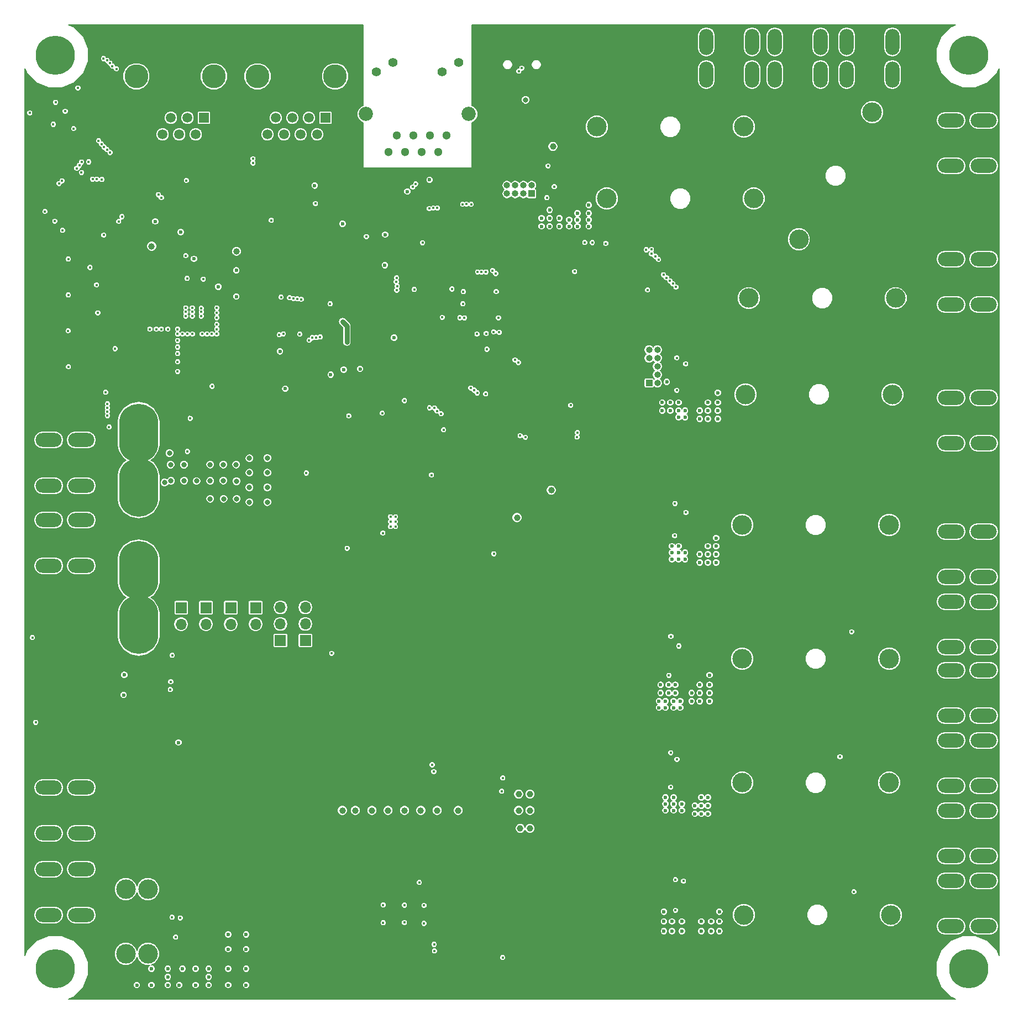
<source format=gbr>
G04 #@! TF.GenerationSoftware,KiCad,Pcbnew,(5.0.2)-1*
G04 #@! TF.CreationDate,2019-05-17T00:02:45-02:30*
G04 #@! TF.ProjectId,LVDC Distribution,4c564443-2044-4697-9374-726962757469,rev?*
G04 #@! TF.SameCoordinates,Original*
G04 #@! TF.FileFunction,Copper,L2,Inr*
G04 #@! TF.FilePolarity,Positive*
%FSLAX46Y46*%
G04 Gerber Fmt 4.6, Leading zero omitted, Abs format (unit mm)*
G04 Created by KiCad (PCBNEW (5.0.2)-1) date 5/17/2019 12:02:45 AM*
%MOMM*%
%LPD*%
G01*
G04 APERTURE LIST*
G04 #@! TA.AperFunction,ViaPad*
%ADD10O,6.000000X9.000000*%
G04 #@! TD*
G04 #@! TA.AperFunction,ViaPad*
%ADD11O,4.000000X2.150000*%
G04 #@! TD*
G04 #@! TA.AperFunction,ViaPad*
%ADD12O,2.150000X4.000000*%
G04 #@! TD*
G04 #@! TA.AperFunction,ViaPad*
%ADD13C,1.408000*%
G04 #@! TD*
G04 #@! TA.AperFunction,ViaPad*
%ADD14C,2.184400*%
G04 #@! TD*
G04 #@! TA.AperFunction,ViaPad*
%ADD15C,1.300000*%
G04 #@! TD*
G04 #@! TA.AperFunction,ViaPad*
%ADD16O,1.000000X1.000000*%
G04 #@! TD*
G04 #@! TA.AperFunction,ViaPad*
%ADD17R,1.000000X1.000000*%
G04 #@! TD*
G04 #@! TA.AperFunction,ViaPad*
%ADD18C,0.350000*%
G04 #@! TD*
G04 #@! TA.AperFunction,ViaPad*
%ADD19C,6.000000*%
G04 #@! TD*
G04 #@! TA.AperFunction,ViaPad*
%ADD20C,1.500000*%
G04 #@! TD*
G04 #@! TA.AperFunction,ViaPad*
%ADD21R,1.500000X1.500000*%
G04 #@! TD*
G04 #@! TA.AperFunction,WasherPad*
%ADD22C,3.650000*%
G04 #@! TD*
G04 #@! TA.AperFunction,ViaPad*
%ADD23O,1.700000X1.700000*%
G04 #@! TD*
G04 #@! TA.AperFunction,ViaPad*
%ADD24R,1.700000X1.700000*%
G04 #@! TD*
G04 #@! TA.AperFunction,ViaPad*
%ADD25C,3.000000*%
G04 #@! TD*
G04 #@! TA.AperFunction,ViaPad*
%ADD26C,0.400000*%
G04 #@! TD*
G04 #@! TA.AperFunction,ViaPad*
%ADD27C,0.600000*%
G04 #@! TD*
G04 #@! TA.AperFunction,ViaPad*
%ADD28C,1.000000*%
G04 #@! TD*
G04 #@! TA.AperFunction,ViaPad*
%ADD29C,0.800000*%
G04 #@! TD*
G04 #@! TA.AperFunction,Conductor*
%ADD30C,0.762000*%
G04 #@! TD*
G04 #@! TA.AperFunction,Conductor*
%ADD31C,0.150000*%
G04 #@! TD*
G04 APERTURE END LIST*
D10*
G04 #@! TO.N,Net-(F201-Pad2)*
G04 #@! TO.C,F201*
X67775000Y-83950000D03*
X67775000Y-92280000D03*
G04 #@! TO.N,LPBAT_Voltage*
X67775000Y-62920000D03*
X67775000Y-71250000D03*
G04 #@! TD*
D11*
G04 #@! TO.N,Net-(D201-Pad1)*
G04 #@! TO.C,J201*
X54005000Y-64000000D03*
X54005000Y-71000000D03*
X59005000Y-71000000D03*
X59005000Y-64000000D03*
G04 #@! TD*
G04 #@! TO.N,Net-(F202-Pad2)*
G04 #@! TO.C,J202*
X53995000Y-117250000D03*
X53995000Y-124250000D03*
X58995000Y-124250000D03*
X58995000Y-117250000D03*
G04 #@! TD*
G04 #@! TO.N,Net-(D202-Pad1)*
G04 #@! TO.C,J203*
X53995000Y-129750000D03*
X53995000Y-136750000D03*
X58995000Y-136750000D03*
X58995000Y-129750000D03*
G04 #@! TD*
G04 #@! TO.N,Net-(F201-Pad2)*
G04 #@! TO.C,J204*
X54005000Y-76250000D03*
X54005000Y-83250000D03*
X59005000Y-83250000D03*
X59005000Y-76250000D03*
G04 #@! TD*
D12*
G04 #@! TO.N,Net-(F309-Pad1)*
G04 #@! TO.C,J301*
X183250000Y-2995000D03*
X176250000Y-2995000D03*
X176250000Y-7995000D03*
X183250000Y-7995000D03*
G04 #@! TD*
G04 #@! TO.N,Net-(F305-Pad1)*
G04 #@! TO.C,J302*
X172250000Y-2995000D03*
X165250000Y-2995000D03*
X165250000Y-7995000D03*
X172250000Y-7995000D03*
G04 #@! TD*
G04 #@! TO.N,Net-(F306-Pad1)*
G04 #@! TO.C,J303*
X161750000Y-2995000D03*
X154750000Y-2995000D03*
X154750000Y-7995000D03*
X161750000Y-7995000D03*
G04 #@! TD*
G04 #@! TO.N,GND*
G04 #@! TO.C,J304*
X151250000Y-2995000D03*
X144250000Y-2995000D03*
X144250000Y-7995000D03*
X151250000Y-7995000D03*
G04 #@! TD*
D11*
G04 #@! TO.N,Net-(F302-Pad1)*
G04 #@! TO.C,J305*
X197250000Y-64500000D03*
X197250000Y-57500000D03*
X192250000Y-57500000D03*
X192250000Y-64500000D03*
G04 #@! TD*
G04 #@! TO.N,GND*
G04 #@! TO.C,J306*
X197250000Y-74500000D03*
X197250000Y-67500000D03*
X192250000Y-67500000D03*
X192250000Y-74500000D03*
G04 #@! TD*
G04 #@! TO.N,Net-(F304-Pad1)*
G04 #@! TO.C,J307*
X197250000Y-127750000D03*
X197250000Y-120750000D03*
X192250000Y-120750000D03*
X192250000Y-127750000D03*
G04 #@! TD*
G04 #@! TO.N,Net-(J308-Pad1)*
G04 #@! TO.C,J308*
X197250000Y-138500000D03*
X197250000Y-131500000D03*
X192250000Y-131500000D03*
X192250000Y-138500000D03*
G04 #@! TD*
G04 #@! TO.N,Net-(F303-Pad1)*
G04 #@! TO.C,J309*
X197250000Y-106250000D03*
X197250000Y-99250000D03*
X192250000Y-99250000D03*
X192250000Y-106250000D03*
G04 #@! TD*
G04 #@! TO.N,Net-(J310-Pad1)*
G04 #@! TO.C,J310*
X197250000Y-117000000D03*
X197250000Y-110000000D03*
X192250000Y-110000000D03*
X192250000Y-117000000D03*
G04 #@! TD*
G04 #@! TO.N,Net-(F310-Pad1)*
G04 #@! TO.C,J311*
X192250000Y-36250000D03*
X192250000Y-43250000D03*
X197250000Y-43250000D03*
X197250000Y-36250000D03*
G04 #@! TD*
G04 #@! TO.N,GND*
G04 #@! TO.C,J312*
X192250000Y-47000000D03*
X192250000Y-54000000D03*
X197250000Y-54000000D03*
X197250000Y-47000000D03*
G04 #@! TD*
G04 #@! TO.N,Net-(F308-Pad1)*
G04 #@! TO.C,J313*
X197250000Y-85000000D03*
X197250000Y-78000000D03*
X192250000Y-78000000D03*
X192250000Y-85000000D03*
G04 #@! TD*
G04 #@! TO.N,Net-(J314-Pad1)*
G04 #@! TO.C,J314*
X197250000Y-95750000D03*
X197250000Y-88750000D03*
X192250000Y-88750000D03*
X192250000Y-95750000D03*
G04 #@! TD*
G04 #@! TO.N,Net-(F307-Pad1)*
G04 #@! TO.C,J315*
X192250000Y-15000000D03*
X192250000Y-22000000D03*
X197250000Y-22000000D03*
X197250000Y-15000000D03*
G04 #@! TD*
G04 #@! TO.N,GND*
G04 #@! TO.C,J316*
X192250000Y-25750000D03*
X192250000Y-32750000D03*
X197250000Y-32750000D03*
X197250000Y-25750000D03*
G04 #@! TD*
D13*
G04 #@! TO.N,/Wiznet Ethernet/LINK_LED_R*
G04 #@! TO.C,J601*
X106716380Y-6100870D03*
G04 #@! TO.N,3V3A_W5500*
X114286380Y-7620870D03*
G04 #@! TO.N,/Wiznet Ethernet/ACT_LED_R*
X116824530Y-6100370D03*
G04 #@! TO.N,3V3A_W5500*
X104174530Y-7620370D03*
D14*
G04 #@! TO.N,Net-(J601-PadSH)*
X102625790Y-14048960D03*
X118375790Y-14048960D03*
D15*
G04 #@! TO.N,/Wiznet Ethernet/TX_R_P*
X114945790Y-17348960D03*
G04 #@! TO.N,/Wiznet Ethernet/TX_R_N*
X113675790Y-19888960D03*
G04 #@! TO.N,/Wiznet Ethernet/TCT_RCT*
X112405790Y-17348960D03*
G04 #@! TO.N,Net-(J601-PadR4)*
X111135791Y-19888960D03*
G04 #@! TO.N,Net-(J601-PadR5)*
X109865791Y-17348960D03*
G04 #@! TO.N,Net-(J601-PadR6)*
X108595790Y-19888960D03*
G04 #@! TO.N,/Wiznet Ethernet/RX_C_P*
X107325790Y-17348960D03*
G04 #@! TO.N,/Wiznet Ethernet/RX_C_N*
X106055790Y-19888960D03*
G04 #@! TD*
D16*
G04 #@! TO.N,~RESET~*
G04 #@! TO.C,J502*
X147250000Y-50170000D03*
G04 #@! TO.N,Net-(J502-Pad9)*
X145980000Y-50170000D03*
G04 #@! TO.N,Net-(J502-Pad8)*
X147250000Y-51440000D03*
G04 #@! TO.N,Net-(J502-Pad7)*
X145980000Y-51440000D03*
G04 #@! TO.N,Net-(J502-Pad6)*
X147250000Y-52710000D03*
G04 #@! TO.N,GND*
X145980000Y-52710000D03*
G04 #@! TO.N,SWCLK*
X147250000Y-53980000D03*
G04 #@! TO.N,GND*
X145980000Y-53980000D03*
G04 #@! TO.N,SWDIO*
X147250000Y-55250000D03*
D17*
G04 #@! TO.N,+3V3*
X145980000Y-55250000D03*
G04 #@! TD*
D18*
G04 #@! TO.N,GND*
G04 #@! TO.C,U801*
X74825000Y-42250000D03*
X75625000Y-42250000D03*
X77425000Y-42250000D03*
X76625000Y-42250000D03*
X74825000Y-41400000D03*
X75625000Y-41400000D03*
X77425000Y-41400000D03*
X76625000Y-41400000D03*
G04 #@! TD*
D19*
G04 #@! TO.N,Net-(H1-Pad1)*
G04 #@! TO.C,H1*
X55000000Y-5000000D03*
G04 #@! TD*
G04 #@! TO.N,Net-(H2-Pad1)*
G04 #@! TO.C,H2*
X55000000Y-145000000D03*
G04 #@! TD*
G04 #@! TO.N,Net-(H3-Pad1)*
G04 #@! TO.C,H3*
X195000000Y-5000000D03*
G04 #@! TD*
G04 #@! TO.N,Net-(H4-Pad1)*
G04 #@! TO.C,H4*
X195000000Y-145000000D03*
G04 #@! TD*
D16*
G04 #@! TO.N,GND*
G04 #@! TO.C,J1*
X122920000Y-24980000D03*
X122920000Y-26250000D03*
G04 #@! TO.N,Net-(J1-Pad8)*
X124190000Y-24980000D03*
G04 #@! TO.N,/SAMD21uC/EXT_SPI_SCLK*
X124190000Y-26250000D03*
G04 #@! TO.N,/SAMD21uC/EXT_SPI_CS1*
X125460000Y-24980000D03*
G04 #@! TO.N,/SAMD21uC/EXT_SPI_SDO*
X125460000Y-26250000D03*
G04 #@! TO.N,/SAMD21uC/EXT_SPI_CS0*
X126730000Y-24980000D03*
G04 #@! TO.N,/SAMD21uC/EXT_SPI_SDI*
X126730000Y-26250000D03*
G04 #@! TO.N,+5V*
X128000000Y-24980000D03*
D17*
X128000000Y-26250000D03*
G04 #@! TD*
D20*
G04 #@! TO.N,Net-(J6-Pad8)*
G04 #@! TO.C,J6*
X87504999Y-17174999D03*
G04 #@! TO.N,Net-(J6-Pad7)*
X88774999Y-14634999D03*
G04 #@! TO.N,/Power Outputs/NAP_PoE/TX-*
X90044999Y-17174999D03*
G04 #@! TO.N,Net-(J6-Pad5)*
X91314999Y-14634999D03*
G04 #@! TO.N,Net-(J6-Pad4)*
X92584999Y-17174999D03*
G04 #@! TO.N,/Power Outputs/NAP_PoE/TX+*
X93854999Y-14634999D03*
G04 #@! TO.N,/Power Outputs/NAP_PoE/RX-*
X95124999Y-17174999D03*
D21*
G04 #@! TO.N,/Power Outputs/NAP_PoE/RX+*
X96394999Y-14634999D03*
D22*
G04 #@! TO.N,*
X97884999Y-8284999D03*
X86014999Y-8284999D03*
G04 #@! TD*
G04 #@! TO.N,*
G04 #@! TO.C,J7*
X67424999Y-8284999D03*
X79294999Y-8284999D03*
D21*
G04 #@! TO.N,/Power Outputs/NAP_PoE/RX+*
X77804999Y-14634999D03*
D20*
G04 #@! TO.N,/Power Outputs/NAP_PoE/RX-*
X76534999Y-17174999D03*
G04 #@! TO.N,/Power Outputs/NAP_PoE/TX+*
X75264999Y-14634999D03*
G04 #@! TO.N,/Power Outputs/NAP_PoE/NAP_Vin+*
X73994999Y-17174999D03*
X72724999Y-14634999D03*
G04 #@! TO.N,/Power Outputs/NAP_PoE/TX-*
X71454999Y-17174999D03*
G04 #@! TO.N,GND*
X70184999Y-14634999D03*
X68914999Y-17174999D03*
G04 #@! TD*
D23*
G04 #@! TO.N,GND*
G04 #@! TO.C,J2*
X74300000Y-94755000D03*
G04 #@! TO.N,/SAMD21uC/AIN_0*
X74300000Y-92215000D03*
D24*
G04 #@! TO.N,+5V*
X74300000Y-89675000D03*
G04 #@! TD*
G04 #@! TO.N,+5V*
G04 #@! TO.C,J3*
X78100000Y-89675000D03*
D23*
G04 #@! TO.N,/SAMD21uC/AIN_1*
X78100000Y-92215000D03*
G04 #@! TO.N,GND*
X78100000Y-94755000D03*
G04 #@! TD*
G04 #@! TO.N,GND*
G04 #@! TO.C,J4*
X81900000Y-94755000D03*
G04 #@! TO.N,/SAMD21uC/AIN_2*
X81900000Y-92215000D03*
D24*
G04 #@! TO.N,+5V*
X81900000Y-89675000D03*
G04 #@! TD*
G04 #@! TO.N,+5V*
G04 #@! TO.C,J5*
X85700000Y-89675000D03*
D23*
G04 #@! TO.N,/SAMD21uC/AIN_3*
X85700000Y-92215000D03*
G04 #@! TO.N,GND*
X85700000Y-94755000D03*
G04 #@! TD*
D24*
G04 #@! TO.N,Net-(J1000-Pad1)*
G04 #@! TO.C,J1000*
X89500000Y-94705000D03*
D23*
G04 #@! TO.N,Net-(J1000-Pad2)*
X89500000Y-92165000D03*
G04 #@! TO.N,+5V*
X89500000Y-89625000D03*
G04 #@! TD*
G04 #@! TO.N,+5V*
G04 #@! TO.C,J1001*
X93325000Y-89625000D03*
G04 #@! TO.N,Net-(J1001-Pad2)*
X93325000Y-92165000D03*
D24*
G04 #@! TO.N,Net-(J1001-Pad1)*
X93325000Y-94705000D03*
G04 #@! TD*
D25*
G04 #@! TO.N,Net-(F302-Pad1)*
G04 #@! TO.C,F302*
X182750000Y-77000000D03*
G04 #@! TO.N,Net-(F302-Pad2)*
X160250000Y-77000000D03*
G04 #@! TD*
G04 #@! TO.N,Net-(F303-Pad2)*
G04 #@! TO.C,F303*
X160250000Y-116500000D03*
G04 #@! TO.N,Net-(F303-Pad1)*
X182750000Y-116500000D03*
G04 #@! TD*
G04 #@! TO.N,Net-(F304-Pad1)*
G04 #@! TO.C,F304*
X183000000Y-136750000D03*
G04 #@! TO.N,Net-(F304-Pad2)*
X160500000Y-136750000D03*
G04 #@! TD*
G04 #@! TO.N,Net-(F305-Pad2)*
G04 #@! TO.C,F305*
X139500000Y-27000000D03*
G04 #@! TO.N,Net-(F305-Pad1)*
X162000000Y-27000000D03*
G04 #@! TD*
G04 #@! TO.N,Net-(F306-Pad1)*
G04 #@! TO.C,F306*
X160500000Y-16000000D03*
G04 #@! TO.N,Net-(F305-Pad2)*
X138000000Y-16000000D03*
G04 #@! TD*
G04 #@! TO.N,Net-(F307-Pad2)*
G04 #@! TO.C,F307*
X161250000Y-42250000D03*
G04 #@! TO.N,Net-(F307-Pad1)*
X183750000Y-42250000D03*
G04 #@! TD*
G04 #@! TO.N,Net-(F308-Pad1)*
G04 #@! TO.C,F308*
X182750000Y-97500000D03*
G04 #@! TO.N,Net-(F308-Pad2)*
X160250000Y-97500000D03*
G04 #@! TD*
G04 #@! TO.N,Net-(F305-Pad2)*
G04 #@! TO.C,F309*
X168925000Y-33250000D03*
G04 #@! TO.N,Net-(F309-Pad1)*
X180175000Y-13764428D03*
G04 #@! TD*
G04 #@! TO.N,Net-(F307-Pad2)*
G04 #@! TO.C,F310*
X160750000Y-57000000D03*
G04 #@! TO.N,Net-(F310-Pad1)*
X183250000Y-57000000D03*
G04 #@! TD*
G04 #@! TO.N,HPBAT_Voltage*
G04 #@! TO.C,F202*
X65800000Y-142710000D03*
X69200000Y-142710000D03*
G04 #@! TO.N,Net-(F202-Pad2)*
X69200000Y-132790000D03*
X65800000Y-132790000D03*
G04 #@! TD*
D26*
G04 #@! TO.N,*
X106362500Y-75750000D03*
X107137500Y-75750000D03*
X107137500Y-77250000D03*
X106362500Y-77250000D03*
X106362500Y-76500000D03*
X107137500Y-76500000D03*
D27*
G04 #@! TO.N,GND*
X77050000Y-141625000D03*
X111500000Y-140250000D03*
X109750000Y-141500000D03*
X109750000Y-144250000D03*
X106250000Y-141500000D03*
X104500000Y-140250000D03*
X108000000Y-140250000D03*
X108000000Y-142750000D03*
X104500000Y-142750000D03*
X108000000Y-145750000D03*
X104500000Y-145750000D03*
X111500000Y-145750000D03*
X111500000Y-142750000D03*
D28*
X96000000Y-99750000D03*
X86000000Y-99750000D03*
X79750000Y-98500000D03*
X85208332Y-98500000D03*
X80750000Y-99750010D03*
X95000000Y-98500000D03*
X89999998Y-98500000D03*
X91249992Y-99750000D03*
D27*
X77700000Y-63850000D03*
X80250000Y-66150000D03*
X79175000Y-61825000D03*
X76450000Y-138950000D03*
X109000000Y-72250000D03*
X109000000Y-71250000D03*
X110000000Y-71250000D03*
X110000000Y-72250000D03*
X110000000Y-70250000D03*
X109000000Y-70250000D03*
X109000000Y-69250000D03*
X107500000Y-69000000D03*
X107500000Y-67750000D03*
X109000000Y-67750000D03*
X110000000Y-67750000D03*
X110000000Y-69250000D03*
X102250000Y-72000000D03*
X102250000Y-70750000D03*
X101000000Y-70750000D03*
X96750000Y-70750000D03*
X95250000Y-70750000D03*
X95250000Y-72000000D03*
X95250000Y-73250000D03*
X78750000Y-37500000D03*
X101750000Y-42500000D03*
X104250000Y-42500000D03*
X103000000Y-44000000D03*
X103000000Y-42500000D03*
D26*
X152120200Y-133750000D03*
X153000000Y-133750000D03*
X155000000Y-136025000D03*
X154300000Y-132525000D03*
X155225000Y-130250000D03*
X151250000Y-114950000D03*
X152225000Y-114950000D03*
X154175000Y-117150000D03*
X154525000Y-111500000D03*
X153375000Y-114000000D03*
X154025000Y-100000000D03*
X152075000Y-97650000D03*
X150975000Y-97650000D03*
X153250000Y-92750000D03*
X152475000Y-95625000D03*
X154425000Y-76225000D03*
X153975000Y-72625000D03*
X153075000Y-76875000D03*
X154850000Y-78950000D03*
X79575000Y-59600000D03*
X155200000Y-56500000D03*
X154500000Y-53250000D03*
X152200000Y-54250000D03*
X153050004Y-54250000D03*
X153925000Y-49950000D03*
X135350000Y-27075000D03*
X134550000Y-23625000D03*
X132550000Y-24700000D03*
X133500000Y-24725000D03*
D27*
X114750000Y-81000000D03*
X109750000Y-84250000D03*
D28*
X141350000Y-67650000D03*
X141400000Y-70150000D03*
X132750000Y-65250000D03*
D26*
X124500000Y-52000000D03*
D27*
X121500000Y-58500000D03*
X123000000Y-59750000D03*
X135750000Y-59760000D03*
X135750000Y-59000000D03*
D26*
X114478607Y-44583557D03*
X121750000Y-41450000D03*
X129825000Y-38275000D03*
X131875000Y-39525000D03*
X134550000Y-33775000D03*
X121500000Y-33825000D03*
X51550000Y-33500000D03*
X52575000Y-36275000D03*
X51575000Y-39025000D03*
X52550000Y-41775000D03*
X51350000Y-44525000D03*
X52525000Y-47250000D03*
X52500000Y-52800000D03*
X51250000Y-55550000D03*
X52525000Y-58275000D03*
X52525000Y-61000000D03*
D28*
X130900000Y-6225000D03*
D27*
X118750000Y-147868990D03*
X122000000Y-147868990D03*
X108000000Y-147868990D03*
X104500000Y-147868990D03*
X111500000Y-147868990D03*
X115500000Y-147868990D03*
X109575000Y-53575000D03*
X102925000Y-54750000D03*
X101775000Y-44000000D03*
D26*
X135500000Y-20500000D03*
X125437021Y-33800000D03*
X93375000Y-39575000D03*
X54201210Y-29513109D03*
X51775000Y-29775000D03*
X51800000Y-28925000D03*
X50850000Y-27925000D03*
X55350000Y-30900000D03*
X56600000Y-32225000D03*
X64325000Y-30950000D03*
X70100000Y-24900000D03*
X67475000Y-11350000D03*
X63875000Y-2175000D03*
X62500000Y-1125000D03*
X66725000Y-2150000D03*
X69500000Y-2200000D03*
X72175000Y-2225000D03*
X64866031Y-11120251D03*
X61514146Y-10905287D03*
X65550000Y-23275000D03*
X63050000Y-31882490D03*
X56100000Y-18925000D03*
X53325000Y-21775000D03*
X65800000Y-29608441D03*
X84025000Y-39275000D03*
D27*
X84000000Y-33801210D03*
X69340090Y-32596790D03*
D26*
X68250000Y-33903210D03*
X52500000Y-51725000D03*
X85366558Y-47900000D03*
X90875000Y-47825000D03*
D27*
X84550000Y-38050000D03*
D26*
X90225000Y-28725000D03*
X91750000Y-27650000D03*
X90175000Y-61100000D03*
X112950000Y-65950000D03*
X103275000Y-65900000D03*
D27*
X98250000Y-70750000D03*
X99725000Y-70750000D03*
X93450000Y-68025000D03*
X127750000Y-13750000D03*
X132750000Y-13500000D03*
X131500000Y-10750000D03*
X104250000Y-44000000D03*
X106031010Y-44000000D03*
X106031010Y-42500000D03*
D28*
X179500000Y-124750000D03*
X177000000Y-108500000D03*
X179225000Y-107000000D03*
X177000000Y-107000000D03*
D26*
X92075000Y-85050000D03*
D28*
X66025000Y-112575000D03*
X65975000Y-114425000D03*
X63750000Y-114625000D03*
D26*
X125400000Y-44125000D03*
X97225000Y-57325000D03*
D27*
X93275000Y-54275000D03*
X120675000Y-68725000D03*
D26*
X97425000Y-60626210D03*
D29*
X96575000Y-125550000D03*
X96575000Y-127500000D03*
X94950000Y-127525000D03*
X94925000Y-125500000D03*
X92975000Y-125500000D03*
X92925000Y-127600000D03*
X91025000Y-127675000D03*
X90925000Y-125500000D03*
X89125000Y-125475000D03*
X89150000Y-127675000D03*
D26*
X98500000Y-126675000D03*
X101025000Y-126575000D03*
X103475000Y-126625000D03*
X105975000Y-126625000D03*
X108500000Y-126625000D03*
X113475000Y-126625000D03*
X98450000Y-99300000D03*
X101025000Y-99100000D03*
X103225000Y-99100000D03*
X105800000Y-99125000D03*
X108275000Y-99100000D03*
X110750000Y-99100000D03*
X113250000Y-99100000D03*
X127083739Y-34158739D03*
X98900000Y-27825000D03*
X99925000Y-32750000D03*
X96775000Y-26812411D03*
D28*
X121629989Y-6300000D03*
D26*
X125250000Y-7500000D03*
D27*
X101450000Y-17500000D03*
D26*
X114650000Y-41150000D03*
X94925000Y-123550000D03*
X94900000Y-121625000D03*
X94925000Y-118850000D03*
X94925000Y-117325000D03*
X99075000Y-117375000D03*
X103950000Y-117350000D03*
X106125000Y-117400000D03*
X110000000Y-117450000D03*
X108050000Y-116175000D03*
X105050000Y-116225000D03*
X101725000Y-116225000D03*
X96875000Y-116200000D03*
X93200000Y-116150000D03*
X93225000Y-118050000D03*
X93300000Y-120125000D03*
X93250000Y-122650000D03*
X91075000Y-123700000D03*
X91075000Y-121675000D03*
X91175000Y-118925000D03*
X91250000Y-117025000D03*
X91275000Y-114375000D03*
X94775000Y-114325000D03*
X99050000Y-114500000D03*
X103925000Y-114500000D03*
X106675000Y-114525000D03*
X109575000Y-114600000D03*
X110800000Y-112800000D03*
X111850000Y-110700000D03*
X111950000Y-109325000D03*
X112125000Y-112125000D03*
X109800000Y-109575000D03*
X109400000Y-111725000D03*
X108025000Y-109850000D03*
X107650000Y-112025000D03*
X104725000Y-111850000D03*
X105400000Y-113275000D03*
X101525000Y-113025000D03*
X103125000Y-111475000D03*
X99075000Y-111450000D03*
X99875000Y-113150000D03*
X96475000Y-113100000D03*
X95650000Y-111275000D03*
X93450000Y-112050000D03*
X91525000Y-111275000D03*
X89150000Y-112425000D03*
X89300000Y-115700000D03*
X89275000Y-117725000D03*
X89150000Y-120225000D03*
X89225000Y-122525000D03*
X89300000Y-124050000D03*
X59825000Y-96225000D03*
X55225000Y-96250000D03*
X53150000Y-96125000D03*
X69550000Y-99725000D03*
X69550000Y-103625000D03*
X69550000Y-105550000D03*
X63975000Y-105600000D03*
X62025000Y-104075000D03*
X60850000Y-105575000D03*
X58675000Y-104100000D03*
X55800000Y-105550000D03*
X53050000Y-104200000D03*
X53450000Y-105875000D03*
X52325000Y-101750000D03*
X52075000Y-99325000D03*
X73700000Y-86025000D03*
X76125000Y-86175000D03*
X79400000Y-86175000D03*
X80875000Y-83600000D03*
X82375000Y-80950000D03*
X79025000Y-81025000D03*
X77550000Y-83700000D03*
X75025000Y-83550000D03*
X73450000Y-80950000D03*
X76375000Y-79625000D03*
X75925000Y-76800000D03*
X73125000Y-76850000D03*
X72375000Y-74825000D03*
X75150000Y-74075000D03*
X87625000Y-84800000D03*
X108650000Y-88775000D03*
X106600000Y-88800000D03*
X104025000Y-88775000D03*
X101050000Y-88675000D03*
X97875000Y-88775000D03*
X95675000Y-88775000D03*
X95625000Y-91625000D03*
X95700000Y-94450000D03*
X111075000Y-88750000D03*
X114850000Y-88800000D03*
X117400000Y-88900000D03*
X120075000Y-88850000D03*
X123800000Y-88750000D03*
X125650000Y-88800000D03*
X129175000Y-88600000D03*
X132075000Y-88625000D03*
X135425000Y-88500000D03*
X139175000Y-88600000D03*
X143975000Y-88500000D03*
X147550000Y-88475000D03*
X151350000Y-88425000D03*
X151425000Y-85125000D03*
X147425000Y-84200000D03*
X143100000Y-84275000D03*
X140925000Y-84150000D03*
X141050000Y-81325000D03*
X138250000Y-82450000D03*
X135025000Y-82525000D03*
X132400000Y-81300000D03*
X129175000Y-81125000D03*
X124975000Y-81150000D03*
X124200000Y-78900000D03*
X123125000Y-76100000D03*
X123200000Y-73350000D03*
X123575000Y-71100000D03*
X117450000Y-71700000D03*
X116150000Y-70050000D03*
X114950000Y-71425000D03*
X112250000Y-71300000D03*
X111475000Y-68400000D03*
X111475000Y-66900000D03*
X111225000Y-64875000D03*
X111225000Y-61475000D03*
X110750000Y-58025000D03*
X116525000Y-58200000D03*
X118475000Y-59725000D03*
X126425000Y-67525000D03*
X128175000Y-70850000D03*
X134150000Y-52950000D03*
X134175000Y-54500000D03*
X122675000Y-55125000D03*
X122725000Y-58225000D03*
X120925000Y-56050000D03*
X117200000Y-53925000D03*
X117625000Y-66650000D03*
X117950000Y-63450000D03*
X120625000Y-65850000D03*
X70750000Y-38075000D03*
X71275000Y-36250000D03*
X70475000Y-39625000D03*
X72450000Y-45100000D03*
X72450000Y-44525000D03*
X72450000Y-43900000D03*
X72450000Y-45775000D03*
X73150000Y-39800000D03*
X73075000Y-38000000D03*
X56975000Y-56775000D03*
X57125000Y-59550000D03*
X65675000Y-55225000D03*
X68225000Y-55600000D03*
X67900000Y-53925000D03*
X65600000Y-52825000D03*
X67875000Y-51275000D03*
X65475000Y-50050000D03*
X67850000Y-48325000D03*
X65200000Y-47575000D03*
X67700000Y-46325000D03*
X65425000Y-45325000D03*
X67925000Y-45425000D03*
X69725000Y-40675000D03*
X70225000Y-42200000D03*
X71900000Y-41650000D03*
X153500000Y-46250000D03*
X147750000Y-46250000D03*
X120076210Y-52026779D03*
X111098790Y-116230087D03*
X110898790Y-126625000D03*
X61313268Y-59736732D03*
X72700000Y-55761739D03*
X75350000Y-55761739D03*
D28*
X62290000Y-93010000D03*
X62270000Y-91640000D03*
X63460000Y-91600000D03*
X63460000Y-92950000D03*
X61270000Y-96060000D03*
X62480000Y-96080000D03*
X63790000Y-96050000D03*
D26*
X103750000Y-48500000D03*
X104250000Y-53500000D03*
X109500000Y-51000000D03*
D27*
X90458441Y-37395352D03*
D26*
X90300000Y-42200000D03*
X93366557Y-47775000D03*
X132750000Y-8000000D03*
X134750000Y-9250000D03*
X139500000Y-2500000D03*
X141250000Y-6500000D03*
X136250000Y-1500000D03*
X120250000Y-15500000D03*
X128250000Y-22000000D03*
X128000000Y-19750000D03*
X119500000Y-20000000D03*
X115000000Y-23250000D03*
X101250000Y-22500000D03*
X80750000Y-13000000D03*
X85000000Y-11250000D03*
X90250000Y-8250000D03*
X94250000Y-2750000D03*
X85250000Y-2750000D03*
X79750000Y-2250000D03*
X67000000Y-17500000D03*
X66500000Y-20000000D03*
X78750000Y-30750000D03*
X80000000Y-26000000D03*
D28*
X177250000Y-126750000D03*
X177250000Y-125000000D03*
X179500000Y-86250000D03*
X177500000Y-86250000D03*
X177500000Y-87750000D03*
X175750000Y-87750000D03*
X175750000Y-86250000D03*
D26*
X175250000Y-132750000D03*
X175000000Y-137750000D03*
X175750000Y-144750000D03*
X184000000Y-144250000D03*
X187750000Y-147500000D03*
X180750000Y-148500000D03*
X174500000Y-148500000D03*
X168000000Y-148250000D03*
X163250000Y-148750000D03*
X157000000Y-148750000D03*
X155250000Y-146750000D03*
X156000000Y-144000000D03*
X161250000Y-143750000D03*
X159750000Y-146250000D03*
X166750000Y-146000000D03*
X167750000Y-141750000D03*
X171750000Y-144250000D03*
X167500000Y-137250000D03*
X171750000Y-133000000D03*
X168250000Y-132250000D03*
X174250000Y-129500000D03*
X171000000Y-128750000D03*
X160000000Y-127000000D03*
X163000000Y-125750000D03*
X155000000Y-124750000D03*
X152000000Y-125000000D03*
X167500000Y-124250000D03*
X161000000Y-130750000D03*
X166750000Y-120000000D03*
X172000000Y-121500000D03*
X181000000Y-121500000D03*
X178000000Y-116750000D03*
X173500000Y-113500000D03*
X168000000Y-112000000D03*
X161750000Y-111250000D03*
X157250000Y-110500000D03*
X159500000Y-107750000D03*
X153750000Y-107000000D03*
X164750000Y-107500000D03*
X168250000Y-108000000D03*
X166500000Y-102250000D03*
X168000000Y-98500000D03*
X167000000Y-91500000D03*
X159250000Y-91250000D03*
X157250000Y-85750000D03*
X163250000Y-86000000D03*
X166750000Y-67250000D03*
X158750000Y-67000000D03*
X152000000Y-67250000D03*
X151750000Y-65000000D03*
X155750000Y-66000000D03*
X161000000Y-64750000D03*
X164500000Y-67500000D03*
X172000000Y-64250000D03*
X178750000Y-63250000D03*
X177500000Y-68250000D03*
X177000000Y-75250000D03*
X178750000Y-81500000D03*
X176750000Y-57750000D03*
X178500000Y-52250000D03*
X180750000Y-48250000D03*
X175250000Y-47250000D03*
X175750000Y-43500000D03*
X175250000Y-38250000D03*
X171250000Y-39500000D03*
X109224934Y-76750000D03*
X167470146Y-84750000D03*
X167117735Y-64500000D03*
X166412913Y-44250000D03*
X167117735Y-72250000D03*
X167470146Y-78500000D03*
X166765324Y-51250000D03*
X167117735Y-58749428D03*
G04 #@! TO.N,+3V3*
X150025000Y-136050000D03*
X149300000Y-117175000D03*
X149025000Y-100050000D03*
X149325000Y-94075000D03*
X149900000Y-78650000D03*
X149950000Y-73725000D03*
X75675000Y-60675000D03*
X75250000Y-65750000D03*
X150225000Y-56375000D03*
X150225000Y-51400000D03*
X130325000Y-26875000D03*
X114300000Y-45200000D03*
X122575000Y-41250000D03*
X134575000Y-38175000D03*
D28*
X131000000Y-71675000D03*
X82775000Y-35075000D03*
X69775000Y-34300000D03*
D26*
X122900000Y-45275000D03*
X73450000Y-140150000D03*
X72900000Y-137100000D03*
X150025000Y-131350000D03*
X149300000Y-111900000D03*
X130500000Y-22000014D03*
X62724268Y-56675805D03*
X111275000Y-33775000D03*
X88100000Y-30325000D03*
D27*
G04 #@! TO.N,/Inputs and Fusing/HP_Vin+*
X76500000Y-145000000D03*
X76500000Y-147500000D03*
X78500000Y-147500000D03*
X78500000Y-146250000D03*
X78500000Y-145000000D03*
X81500000Y-145000000D03*
X81500000Y-147500000D03*
X84250000Y-147500000D03*
X84250000Y-145000000D03*
X84250000Y-142000000D03*
X81500000Y-142000000D03*
X81500000Y-139750000D03*
X84250000Y-139750000D03*
X73875000Y-110325000D03*
X65475000Y-103050000D03*
D29*
G04 #@! TO.N,/Inputs and Fusing/LP_Vin+*
X78750000Y-67750000D03*
X80750000Y-67750000D03*
X87500000Y-66750000D03*
X87500000Y-69000000D03*
X87500000Y-73500000D03*
X84750000Y-73500000D03*
X78750000Y-70250000D03*
X78750000Y-73000000D03*
X84750000Y-69000000D03*
X84750000Y-71250000D03*
X87500000Y-71250000D03*
D26*
X77375000Y-45000000D03*
X77375000Y-44365000D03*
X79750000Y-43750000D03*
X79750000Y-44500000D03*
X79750000Y-45250000D03*
X79750000Y-46250000D03*
X79750000Y-47750000D03*
X79000000Y-47750000D03*
X77500000Y-47750000D03*
X78250000Y-47750000D03*
X79750000Y-47000000D03*
X77375000Y-43802410D03*
D27*
X130750000Y-28750000D03*
X130750000Y-30000000D03*
X130750000Y-31250000D03*
X132250000Y-31250000D03*
X132250000Y-30000000D03*
X129500000Y-31250000D03*
X129500000Y-30000000D03*
D29*
X80750000Y-70200000D03*
X80800000Y-73000000D03*
X82800000Y-73000000D03*
X82775000Y-70300000D03*
X82725000Y-67750000D03*
X84750000Y-66800000D03*
D27*
X65575000Y-99975000D03*
D26*
X125450000Y-51725000D03*
X72925000Y-96975000D03*
D27*
G04 #@! TO.N,/Power Conversion/LP12V*
X150500000Y-58250000D03*
X150500000Y-59500000D03*
X150500000Y-60500000D03*
X149250000Y-59500000D03*
X149250000Y-58250000D03*
X148000000Y-58250000D03*
X148000000Y-59500000D03*
X151500000Y-60500000D03*
X151500000Y-59500000D03*
D26*
X110000000Y-40925000D03*
X61525000Y-44517541D03*
D28*
G04 #@! TO.N,/Power Conversion/HP12V*
X99000002Y-120750000D03*
X101000000Y-120750000D03*
X103500000Y-120750000D03*
X106000000Y-120750000D03*
X108500000Y-120750000D03*
X111000000Y-120750000D03*
X113500000Y-120750000D03*
X116750000Y-120750000D03*
X126000000Y-120750000D03*
X126000000Y-118250000D03*
X127750000Y-118250000D03*
X127750000Y-120750000D03*
X127750000Y-123500000D03*
X126250016Y-123500000D03*
D27*
X149750000Y-118750000D03*
X148500000Y-118750000D03*
X148500000Y-119750000D03*
X148500000Y-120750000D03*
X149750000Y-120750000D03*
X149750000Y-119750000D03*
X151000000Y-120750000D03*
X151000000Y-119750000D03*
X151000000Y-137750000D03*
X149500000Y-137750000D03*
X148250000Y-137750000D03*
X148250000Y-136250000D03*
X148250000Y-139250000D03*
X149500000Y-139250000D03*
X151000000Y-139250000D03*
X150000000Y-101500000D03*
X149000000Y-101500000D03*
X147750000Y-101500000D03*
X147750000Y-102750000D03*
X149000000Y-102750000D03*
X150000000Y-102750000D03*
X150750000Y-104000000D03*
X149750000Y-104000000D03*
X148500000Y-104000000D03*
X147500000Y-104000000D03*
X147500000Y-105000000D03*
X148500000Y-105000000D03*
X149750000Y-105000000D03*
X150750000Y-105000000D03*
D26*
X97350000Y-96675000D03*
X60325000Y-37550000D03*
G04 #@! TO.N,Net-(C805-Pad1)*
X75000000Y-43750000D03*
X74500000Y-47750000D03*
X75250000Y-47750000D03*
X76000000Y-47750000D03*
X73750000Y-47000000D03*
X72250000Y-47000000D03*
X70500000Y-47000000D03*
X69500000Y-47000000D03*
X71250000Y-47000000D03*
X73750000Y-47750000D03*
X73750000Y-48750000D03*
X73750000Y-49750000D03*
X73750000Y-50750000D03*
X73750000Y-52000000D03*
X73750000Y-53500000D03*
X76000000Y-43750000D03*
X76000000Y-44365000D03*
X75000000Y-44365000D03*
X76000000Y-45000000D03*
X75000000Y-45000000D03*
D27*
X80000000Y-40500000D03*
G04 #@! TO.N,Net-(C805-Pad2)*
X82750000Y-42000000D03*
X82750000Y-38000000D03*
D26*
G04 #@! TO.N,/Power Conversion/LP24V*
X61325000Y-40225000D03*
G04 #@! TO.N,Net-(D201-Pad1)*
X51500000Y-94250000D03*
G04 #@! TO.N,Net-(D202-Pad1)*
X52000000Y-107250000D03*
D29*
G04 #@! TO.N,LPBAT_Voltage*
X74725000Y-67775000D03*
X74750000Y-70225000D03*
X76650000Y-70275000D03*
X72725000Y-70250000D03*
X72675000Y-67775000D03*
X71750000Y-70500000D03*
X72500000Y-66000000D03*
D27*
G04 #@! TO.N,HPBAT_Voltage*
X72250000Y-145000000D03*
X72250000Y-146250000D03*
X72250000Y-147500000D03*
X74000000Y-147500000D03*
X74500000Y-145000000D03*
X67500000Y-147500000D03*
X69750000Y-147500000D03*
X69750000Y-145000000D03*
D26*
X63250000Y-62000000D03*
D27*
G04 #@! TO.N,Net-(F302-Pad2)*
X155000000Y-80250000D03*
X156250000Y-80250000D03*
X156250000Y-81500000D03*
X156250000Y-82750000D03*
X155000000Y-82750000D03*
X155000000Y-81500000D03*
X153750000Y-81500000D03*
X153750000Y-82750000D03*
X156250000Y-79000000D03*
G04 #@! TO.N,Net-(F303-Pad2)*
X154000000Y-118750000D03*
X155000000Y-118750000D03*
X155000000Y-120000000D03*
X154000000Y-120000000D03*
X153000000Y-120000000D03*
X153000000Y-121250000D03*
X154000000Y-121250000D03*
X155000000Y-121250000D03*
G04 #@! TO.N,Net-(F304-Pad2)*
X154000000Y-137750000D03*
X154000000Y-139250000D03*
X155500000Y-139250000D03*
X155500000Y-137750000D03*
X156750000Y-137750000D03*
X156750000Y-139250000D03*
X156750000Y-136250000D03*
G04 #@! TO.N,Net-(F305-Pad2)*
X135000000Y-29250000D03*
X135000000Y-30250000D03*
X135000000Y-31250000D03*
X133750000Y-31250000D03*
X133750000Y-30250000D03*
X136750000Y-30250000D03*
X136750000Y-31250000D03*
X136750000Y-29250000D03*
X136750000Y-28000000D03*
G04 #@! TO.N,Net-(F307-Pad2)*
X155000000Y-58250000D03*
X155000000Y-59500000D03*
X155000000Y-60750000D03*
X153750000Y-60750000D03*
X153750000Y-59500000D03*
X156500000Y-59500000D03*
X156500000Y-60750000D03*
X156500000Y-58250000D03*
X156500000Y-56750000D03*
G04 #@! TO.N,Net-(F308-Pad2)*
X153750000Y-101500000D03*
X153750000Y-102750000D03*
X153750000Y-104000000D03*
X152500000Y-104000000D03*
X152500000Y-102750000D03*
X155250000Y-102750000D03*
X155250000Y-104000000D03*
X155250000Y-101500000D03*
X155250000Y-100000000D03*
D29*
G04 #@! TO.N,Net-(F501-Pad2)*
X127060000Y-11875000D03*
D26*
G04 #@! TO.N,USB-*
X126479810Y-7020190D03*
X121998790Y-38020190D03*
G04 #@! TO.N,USB+*
X122479810Y-38479810D03*
X126020190Y-7479810D03*
D27*
G04 #@! TO.N,SWDIO*
X148700000Y-55100000D03*
D26*
G04 #@! TO.N,~RESET~*
X145750000Y-41000000D03*
D27*
G04 #@! TO.N,3V3A_W5500*
X74225000Y-32125000D03*
D26*
X55050000Y-12250000D03*
X58475000Y-10050000D03*
X53425000Y-28975000D03*
X54933852Y-30467756D03*
X56116957Y-31869074D03*
X62425000Y-32600000D03*
X64725000Y-30500000D03*
X65218550Y-29756531D03*
X75100000Y-24225000D03*
D27*
X70325000Y-30500000D03*
X108954678Y-25921380D03*
X112350000Y-24125000D03*
D26*
G04 #@! TO.N,/Wiznet Ethernet/ACT_LED_R*
X51100000Y-13875000D03*
G04 #@! TO.N,/Wiznet Ethernet/LINK_LED_R*
X56525000Y-13625000D03*
G04 #@! TO.N,COOL_PUMP_CTRL_2*
X136125000Y-33725000D03*
X177375000Y-133200000D03*
G04 #@! TO.N,INVERTER_CTRL*
X139350000Y-33875000D03*
X177025000Y-93375000D03*
G04 #@! TO.N,COOL_PUMP_CTRL_1*
X137275000Y-33750000D03*
X175225000Y-112525000D03*
G04 #@! TO.N,/Wiznet Ethernet/LINK_LED*
X55575000Y-24700000D03*
X57825000Y-16275000D03*
G04 #@! TO.N,/Wiznet Ethernet/ACT_LED*
X56050000Y-24275000D03*
X54700000Y-15625000D03*
G04 #@! TO.N,NETW_RESET_L*
X60125000Y-21375004D03*
X115775000Y-40850000D03*
G04 #@! TO.N,NETW_INT_L*
X117525000Y-41260002D03*
X62150000Y-24075000D03*
G04 #@! TO.N,/Wiznet Ethernet/RSVD1*
X61649886Y-18138821D03*
X62400489Y-5547263D03*
G04 #@! TO.N,/Wiznet Ethernet/RSVD2*
X62075000Y-18650000D03*
X62936685Y-5816537D03*
G04 #@! TO.N,/Wiznet Ethernet/RSVD3*
X62474382Y-19099453D03*
X63365170Y-6236554D03*
G04 #@! TO.N,/Wiznet Ethernet/RSVD4*
X62923790Y-19497004D03*
X63761258Y-6704755D03*
G04 #@! TO.N,/Wiznet Ethernet/RSVD5*
X63400000Y-19950000D03*
X64374992Y-7125000D03*
G04 #@! TO.N,/Wiznet Ethernet/TX_P*
X109770190Y-25229810D03*
X71254808Y-26854810D03*
G04 #@! TO.N,/Wiznet Ethernet/TX_N*
X110229810Y-24770190D03*
X70795188Y-26395190D03*
G04 #@! TO.N,/Wiznet Ethernet/RX_P*
X60725000Y-24024998D03*
X85300000Y-20900000D03*
G04 #@! TO.N,/Wiznet Ethernet/RX_N*
X61375000Y-24024998D03*
X85300000Y-21550000D03*
G04 #@! TO.N,Net-(R701-Pad2)*
X113100000Y-142275000D03*
X108500000Y-137925000D03*
G04 #@! TO.N,Net-(R701-Pad1)*
X112750000Y-113750000D03*
X108500000Y-135250000D03*
X123400000Y-117800000D03*
G04 #@! TO.N,LP12V_VSense*
X56975000Y-47267541D03*
X62979359Y-59050327D03*
G04 #@! TO.N,LP5V_VSense*
X57025000Y-52767541D03*
X63001891Y-58450738D03*
G04 #@! TO.N,LP24V_VSense*
X57000000Y-41767541D03*
X62979516Y-59650338D03*
G04 #@! TO.N,HP12V_VSense*
X57000000Y-36267541D03*
X62999980Y-60250000D03*
G04 #@! TO.N,LPBatt_Current*
X89318436Y-47872769D03*
X79025000Y-55761739D03*
G04 #@! TO.N,HPBatt_Current*
X89950000Y-47725000D03*
X72700000Y-101025000D03*
X72625000Y-102225000D03*
X74150000Y-137225000D03*
G04 #@! TO.N,Nodes_Current*
X113550000Y-28450000D03*
X131450000Y-25175000D03*
G04 #@! TO.N,LP5V_Output_Current*
X151625000Y-75100000D03*
X117425589Y-27878227D03*
X149625000Y-40050000D03*
X146350000Y-35475000D03*
G04 #@! TO.N,CoolingP1_Current*
X150250000Y-112925000D03*
X118024990Y-27851157D03*
X148648424Y-39126576D03*
X146948424Y-35851576D03*
G04 #@! TO.N,CoolingP2_Current*
X151250000Y-131575000D03*
X118725000Y-27875000D03*
X148185924Y-38664076D03*
X147436529Y-36339681D03*
G04 #@! TO.N,LP12V_Output_Current*
X151600000Y-52325000D03*
X112325079Y-28535852D03*
X150100000Y-40550000D03*
X145550000Y-34850000D03*
G04 #@! TO.N,Inverter12V_Current*
X150550000Y-95550000D03*
X112924998Y-28446623D03*
X146350000Y-34800000D03*
X149172967Y-39601356D03*
G04 #@! TO.N,NETW_CS*
X59026210Y-22999998D03*
X107235791Y-39763784D03*
G04 #@! TO.N,NETW_MISO*
X107300396Y-39154926D03*
X58691223Y-21898070D03*
G04 #@! TO.N,NETW_MOSI*
X107321687Y-41020150D03*
X59028070Y-21401534D03*
G04 #@! TO.N,NETW_SCLK*
X107400000Y-40425000D03*
X58303198Y-22355728D03*
G04 #@! TO.N,+5V*
X105200000Y-78250000D03*
D27*
X150500000Y-80250000D03*
X149500000Y-80250000D03*
X149500000Y-81250000D03*
X149500000Y-82250000D03*
X150500000Y-82250000D03*
X151500000Y-82250000D03*
X151500000Y-81250000D03*
X150500000Y-81250000D03*
D26*
X64175000Y-50000000D03*
X75200000Y-39225000D03*
X75000000Y-35750000D03*
D28*
X125750000Y-75875000D03*
D27*
X90250000Y-56131400D03*
X97200000Y-53975000D03*
X99025000Y-45850000D03*
X99675000Y-49000000D03*
X105550000Y-32525000D03*
X94750000Y-25000000D03*
X76250000Y-36225000D03*
X89425000Y-50400000D03*
D26*
X108500000Y-57950000D03*
D27*
X106925000Y-48325000D03*
X99010544Y-30852051D03*
X105499998Y-37200000D03*
X101700000Y-53100000D03*
X99200000Y-53200000D03*
D28*
X131250000Y-19000000D03*
D26*
G04 #@! TO.N,/SAMD21uC/ADC_Sensors/5V_FILT*
X92460000Y-47775000D03*
X89600014Y-42100000D03*
G04 #@! TO.N,Net-(J1001-Pad1)*
X105100000Y-59875000D03*
G04 #@! TO.N,/SAMD21uC/ADC_Sensors/VREF_EN*
X102675000Y-32825000D03*
X94861732Y-27761732D03*
G04 #@! TO.N,Net-(J1000-Pad2)*
X93475000Y-69050000D03*
G04 #@! TO.N,Net-(J1000-Pad1)*
X99975000Y-60300000D03*
G04 #@! TO.N,Net-(J1001-Pad2)*
X114500000Y-62425000D03*
G04 #@! TO.N,Net-(R1100-Pad2)*
X99725000Y-80575000D03*
X112650000Y-69350000D03*
G04 #@! TO.N,Net-(R16-Pad1)*
X111500000Y-135300000D03*
X123575000Y-115775000D03*
G04 #@! TO.N,Net-(R14-Pad1)*
X105250000Y-135225000D03*
X113000000Y-114800000D03*
G04 #@! TO.N,Net-(R14-Pad2)*
X113050000Y-141275000D03*
X105250000Y-137950000D03*
G04 #@! TO.N,Net-(R16-Pad2)*
X123550000Y-143275000D03*
X111500000Y-138050000D03*
G04 #@! TO.N,/SAMD21uC/EXT_SPI_CS0*
X117700000Y-45275000D03*
G04 #@! TO.N,/SAMD21uC/EXT_SPI_CS1*
X117000000Y-45250000D03*
G04 #@! TO.N,/SAMD21uC/EXT_SPI_SDI*
X119722584Y-38246098D03*
G04 #@! TO.N,/SAMD21uC/EXT_SPI_SDO*
X120322580Y-38250536D03*
G04 #@! TO.N,/SAMD21uC/EXT_SPI_SCLK*
X121000000Y-38250000D03*
G04 #@! TO.N,Net-(C21-Pad1)*
X134950000Y-63525000D03*
X125975000Y-52125000D03*
G04 #@! TO.N,/SAMD21uC/AIN_0*
X112350000Y-59050000D03*
G04 #@! TO.N,/SAMD21uC/AIN_1*
X119625000Y-47750000D03*
X113100000Y-59075000D03*
X118670519Y-56022091D03*
G04 #@! TO.N,/SAMD21uC/AIN_2*
X113500000Y-59550000D03*
X119650000Y-56773790D03*
X123025000Y-47500000D03*
G04 #@! TO.N,/SAMD21uC/AIN_3*
X119173790Y-56348790D03*
X114125000Y-59975000D03*
X122175000Y-47425000D03*
G04 #@! TO.N,Net-(R11-Pad2)*
X133975000Y-58675000D03*
G04 #@! TO.N,Net-(R12-Pad2)*
X135000000Y-62850000D03*
X127025000Y-63575000D03*
G04 #@! TO.N,HP12V_EN*
X121025000Y-47675000D03*
X126225000Y-63325000D03*
X122200000Y-81425000D03*
X110775000Y-131775000D03*
G04 #@! TO.N,Net-(R45-Pad1)*
X77675000Y-39349998D03*
G04 #@! TO.N,LP24V_EN*
X117450000Y-43125000D03*
X97125000Y-43125000D03*
G04 #@! TO.N,LP5V_EN*
X121150000Y-50075000D03*
X120950000Y-56925000D03*
G04 #@! TO.N,ADC_S0_BUS*
X90900000Y-42200000D03*
X93900000Y-48700000D03*
G04 #@! TO.N,ADC_S1_BUS*
X94385548Y-48300214D03*
X91488359Y-42317675D03*
G04 #@! TO.N,ADC_S2_BUS*
X94985494Y-48291297D03*
X92096771Y-42362278D03*
G04 #@! TO.N,ADC_S3_BUS*
X95600000Y-48200000D03*
X92692438Y-42434355D03*
G04 #@! TD*
D30*
G04 #@! TO.N,+5V*
X99675000Y-46500000D02*
X99025000Y-45850000D01*
X99675000Y-49000000D02*
X99675000Y-46500000D01*
G04 #@! TD*
D31*
G04 #@! TO.N,GND*
G36*
X102175000Y-12755837D02*
X101851333Y-12889904D01*
X101466734Y-13274503D01*
X101258590Y-13777007D01*
X101258590Y-14320913D01*
X101466734Y-14823417D01*
X101851333Y-15208016D01*
X102175000Y-15342083D01*
X102175000Y-22250000D01*
X102180709Y-22278701D01*
X102196967Y-22303033D01*
X102221299Y-22319291D01*
X102250000Y-22325000D01*
X118750000Y-22325000D01*
X118778701Y-22319291D01*
X118803033Y-22303033D01*
X118819291Y-22278701D01*
X118825000Y-22250000D01*
X118825000Y-21905531D01*
X130025000Y-21905531D01*
X130025000Y-22094497D01*
X130097314Y-22269080D01*
X130230934Y-22402700D01*
X130405517Y-22475014D01*
X130594483Y-22475014D01*
X130769066Y-22402700D01*
X130902686Y-22269080D01*
X130975000Y-22094497D01*
X130975000Y-21905531D01*
X130902686Y-21730948D01*
X130769066Y-21597328D01*
X130594483Y-21525014D01*
X130405517Y-21525014D01*
X130230934Y-21597328D01*
X130097314Y-21730948D01*
X130025000Y-21905531D01*
X118825000Y-21905531D01*
X118825000Y-18845843D01*
X130475000Y-18845843D01*
X130475000Y-19154157D01*
X130592987Y-19439002D01*
X130810998Y-19657013D01*
X131095843Y-19775000D01*
X131404157Y-19775000D01*
X131689002Y-19657013D01*
X131907013Y-19439002D01*
X132025000Y-19154157D01*
X132025000Y-18845843D01*
X131907013Y-18560998D01*
X131689002Y-18342987D01*
X131404157Y-18225000D01*
X131095843Y-18225000D01*
X130810998Y-18342987D01*
X130592987Y-18560998D01*
X130475000Y-18845843D01*
X118825000Y-18845843D01*
X118825000Y-15646931D01*
X136225000Y-15646931D01*
X136225000Y-16353069D01*
X136495228Y-17005457D01*
X136994543Y-17504772D01*
X137646931Y-17775000D01*
X138353069Y-17775000D01*
X139005457Y-17504772D01*
X139504772Y-17005457D01*
X139775000Y-16353069D01*
X139775000Y-15676767D01*
X147625000Y-15676767D01*
X147625000Y-16323233D01*
X147872391Y-16920489D01*
X148329511Y-17377609D01*
X148926767Y-17625000D01*
X149573233Y-17625000D01*
X150170489Y-17377609D01*
X150627609Y-16920489D01*
X150875000Y-16323233D01*
X150875000Y-15676767D01*
X150862642Y-15646931D01*
X158725000Y-15646931D01*
X158725000Y-16353069D01*
X158995228Y-17005457D01*
X159494543Y-17504772D01*
X160146931Y-17775000D01*
X160853069Y-17775000D01*
X161505457Y-17504772D01*
X162004772Y-17005457D01*
X162275000Y-16353069D01*
X162275000Y-15646931D01*
X162004772Y-14994543D01*
X161505457Y-14495228D01*
X160853069Y-14225000D01*
X160146931Y-14225000D01*
X159494543Y-14495228D01*
X158995228Y-14994543D01*
X158725000Y-15646931D01*
X150862642Y-15646931D01*
X150627609Y-15079511D01*
X150170489Y-14622391D01*
X149573233Y-14375000D01*
X148926767Y-14375000D01*
X148329511Y-14622391D01*
X147872391Y-15079511D01*
X147625000Y-15676767D01*
X139775000Y-15676767D01*
X139775000Y-15646931D01*
X139504772Y-14994543D01*
X139005457Y-14495228D01*
X138353069Y-14225000D01*
X137646931Y-14225000D01*
X136994543Y-14495228D01*
X136495228Y-14994543D01*
X136225000Y-15646931D01*
X118825000Y-15646931D01*
X118825000Y-15342738D01*
X119150247Y-15208016D01*
X119534846Y-14823417D01*
X119742990Y-14320913D01*
X119742990Y-13777007D01*
X119591534Y-13411359D01*
X178400000Y-13411359D01*
X178400000Y-14117497D01*
X178670228Y-14769885D01*
X179169543Y-15269200D01*
X179821931Y-15539428D01*
X180528069Y-15539428D01*
X181180457Y-15269200D01*
X181449657Y-15000000D01*
X189948552Y-15000000D01*
X190053328Y-15526744D01*
X190351704Y-15973296D01*
X190798256Y-16271672D01*
X191192037Y-16350000D01*
X193307963Y-16350000D01*
X193701744Y-16271672D01*
X194148296Y-15973296D01*
X194446672Y-15526744D01*
X194551448Y-15000000D01*
X194948552Y-15000000D01*
X195053328Y-15526744D01*
X195351704Y-15973296D01*
X195798256Y-16271672D01*
X196192037Y-16350000D01*
X198307963Y-16350000D01*
X198701744Y-16271672D01*
X199148296Y-15973296D01*
X199446672Y-15526744D01*
X199551448Y-15000000D01*
X199446672Y-14473256D01*
X199148296Y-14026704D01*
X198701744Y-13728328D01*
X198307963Y-13650000D01*
X196192037Y-13650000D01*
X195798256Y-13728328D01*
X195351704Y-14026704D01*
X195053328Y-14473256D01*
X194948552Y-15000000D01*
X194551448Y-15000000D01*
X194446672Y-14473256D01*
X194148296Y-14026704D01*
X193701744Y-13728328D01*
X193307963Y-13650000D01*
X191192037Y-13650000D01*
X190798256Y-13728328D01*
X190351704Y-14026704D01*
X190053328Y-14473256D01*
X189948552Y-15000000D01*
X181449657Y-15000000D01*
X181679772Y-14769885D01*
X181950000Y-14117497D01*
X181950000Y-13411359D01*
X181679772Y-12758971D01*
X181180457Y-12259656D01*
X180528069Y-11989428D01*
X179821931Y-11989428D01*
X179169543Y-12259656D01*
X178670228Y-12758971D01*
X178400000Y-13411359D01*
X119591534Y-13411359D01*
X119534846Y-13274503D01*
X119150247Y-12889904D01*
X118825000Y-12755182D01*
X118825000Y-11740734D01*
X126385000Y-11740734D01*
X126385000Y-12009266D01*
X126487763Y-12257357D01*
X126677643Y-12447237D01*
X126925734Y-12550000D01*
X127194266Y-12550000D01*
X127442357Y-12447237D01*
X127632237Y-12257357D01*
X127735000Y-12009266D01*
X127735000Y-11740734D01*
X127632237Y-11492643D01*
X127442357Y-11302763D01*
X127194266Y-11200000D01*
X126925734Y-11200000D01*
X126677643Y-11302763D01*
X126487763Y-11492643D01*
X126385000Y-11740734D01*
X118825000Y-11740734D01*
X118825000Y-9052962D01*
X153400000Y-9052962D01*
X153478328Y-9446743D01*
X153776704Y-9893295D01*
X154223256Y-10191672D01*
X154750000Y-10296448D01*
X155276743Y-10191672D01*
X155723295Y-9893296D01*
X156021672Y-9446744D01*
X156100000Y-9052963D01*
X156100000Y-9052962D01*
X160400000Y-9052962D01*
X160478328Y-9446743D01*
X160776704Y-9893295D01*
X161223256Y-10191672D01*
X161750000Y-10296448D01*
X162276743Y-10191672D01*
X162723295Y-9893296D01*
X163021672Y-9446744D01*
X163100000Y-9052963D01*
X163100000Y-9052962D01*
X163900000Y-9052962D01*
X163978328Y-9446743D01*
X164276704Y-9893295D01*
X164723256Y-10191672D01*
X165250000Y-10296448D01*
X165776743Y-10191672D01*
X166223295Y-9893296D01*
X166521672Y-9446744D01*
X166600000Y-9052963D01*
X166600000Y-9052962D01*
X170900000Y-9052962D01*
X170978328Y-9446743D01*
X171276704Y-9893295D01*
X171723256Y-10191672D01*
X172250000Y-10296448D01*
X172776743Y-10191672D01*
X173223295Y-9893296D01*
X173521672Y-9446744D01*
X173600000Y-9052963D01*
X173600000Y-9052962D01*
X174900000Y-9052962D01*
X174978328Y-9446743D01*
X175276704Y-9893295D01*
X175723256Y-10191672D01*
X176250000Y-10296448D01*
X176776743Y-10191672D01*
X177223295Y-9893296D01*
X177521672Y-9446744D01*
X177600000Y-9052963D01*
X177600000Y-9052962D01*
X181900000Y-9052962D01*
X181978328Y-9446743D01*
X182276704Y-9893295D01*
X182723256Y-10191672D01*
X183250000Y-10296448D01*
X183776743Y-10191672D01*
X184223295Y-9893296D01*
X184521672Y-9446744D01*
X184600000Y-9052963D01*
X184600000Y-6937037D01*
X184521672Y-6543256D01*
X184223296Y-6096704D01*
X183776744Y-5798328D01*
X183250000Y-5693552D01*
X182723257Y-5798328D01*
X182276705Y-6096704D01*
X181978329Y-6543256D01*
X181900001Y-6937037D01*
X181900000Y-9052962D01*
X177600000Y-9052962D01*
X177600000Y-6937037D01*
X177521672Y-6543256D01*
X177223296Y-6096704D01*
X176776744Y-5798328D01*
X176250000Y-5693552D01*
X175723257Y-5798328D01*
X175276705Y-6096704D01*
X174978329Y-6543256D01*
X174900001Y-6937037D01*
X174900000Y-9052962D01*
X173600000Y-9052962D01*
X173600000Y-6937037D01*
X173521672Y-6543256D01*
X173223296Y-6096704D01*
X172776744Y-5798328D01*
X172250000Y-5693552D01*
X171723257Y-5798328D01*
X171276705Y-6096704D01*
X170978329Y-6543256D01*
X170900001Y-6937037D01*
X170900000Y-9052962D01*
X166600000Y-9052962D01*
X166600000Y-6937037D01*
X166521672Y-6543256D01*
X166223296Y-6096704D01*
X165776744Y-5798328D01*
X165250000Y-5693552D01*
X164723257Y-5798328D01*
X164276705Y-6096704D01*
X163978329Y-6543256D01*
X163900001Y-6937037D01*
X163900000Y-9052962D01*
X163100000Y-9052962D01*
X163100000Y-6937037D01*
X163021672Y-6543256D01*
X162723296Y-6096704D01*
X162276744Y-5798328D01*
X161750000Y-5693552D01*
X161223257Y-5798328D01*
X160776705Y-6096704D01*
X160478329Y-6543256D01*
X160400001Y-6937037D01*
X160400000Y-9052962D01*
X156100000Y-9052962D01*
X156100000Y-6937037D01*
X156021672Y-6543256D01*
X155723296Y-6096704D01*
X155276744Y-5798328D01*
X154750000Y-5693552D01*
X154223257Y-5798328D01*
X153776705Y-6096704D01*
X153478329Y-6543256D01*
X153400001Y-6937037D01*
X153400000Y-9052962D01*
X118825000Y-9052962D01*
X118825000Y-7385327D01*
X125545190Y-7385327D01*
X125545190Y-7574293D01*
X125617504Y-7748876D01*
X125751124Y-7882496D01*
X125925707Y-7954810D01*
X126114673Y-7954810D01*
X126289256Y-7882496D01*
X126422876Y-7748876D01*
X126495190Y-7574293D01*
X126495190Y-7495190D01*
X126574293Y-7495190D01*
X126748876Y-7422876D01*
X126882496Y-7289256D01*
X126954810Y-7114673D01*
X126954810Y-6925707D01*
X126882496Y-6751124D01*
X126748876Y-6617504D01*
X126574293Y-6545190D01*
X126385327Y-6545190D01*
X126210744Y-6617504D01*
X126077124Y-6751124D01*
X126004810Y-6925707D01*
X126004810Y-7004810D01*
X125925707Y-7004810D01*
X125751124Y-7077124D01*
X125617504Y-7210744D01*
X125545190Y-7385327D01*
X118825000Y-7385327D01*
X118825000Y-6345843D01*
X123525000Y-6345843D01*
X123525000Y-6654157D01*
X123642987Y-6939002D01*
X123860998Y-7157013D01*
X124145843Y-7275000D01*
X124454157Y-7275000D01*
X124739002Y-7157013D01*
X124957013Y-6939002D01*
X125075000Y-6654157D01*
X125075000Y-6345843D01*
X127925000Y-6345843D01*
X127925000Y-6654157D01*
X128042987Y-6939002D01*
X128260998Y-7157013D01*
X128545843Y-7275000D01*
X128854157Y-7275000D01*
X129139002Y-7157013D01*
X129357013Y-6939002D01*
X129475000Y-6654157D01*
X129475000Y-6345843D01*
X129357013Y-6060998D01*
X129139002Y-5842987D01*
X128854157Y-5725000D01*
X128545843Y-5725000D01*
X128260998Y-5842987D01*
X128042987Y-6060998D01*
X127925000Y-6345843D01*
X125075000Y-6345843D01*
X124957013Y-6060998D01*
X124739002Y-5842987D01*
X124454157Y-5725000D01*
X124145843Y-5725000D01*
X123860998Y-5842987D01*
X123642987Y-6060998D01*
X123525000Y-6345843D01*
X118825000Y-6345843D01*
X118825000Y-4052962D01*
X153400000Y-4052962D01*
X153478328Y-4446743D01*
X153776704Y-4893295D01*
X154223256Y-5191672D01*
X154750000Y-5296448D01*
X155276743Y-5191672D01*
X155723295Y-4893296D01*
X156021672Y-4446744D01*
X156100000Y-4052963D01*
X156100000Y-4052962D01*
X160400000Y-4052962D01*
X160478328Y-4446743D01*
X160776704Y-4893295D01*
X161223256Y-5191672D01*
X161750000Y-5296448D01*
X162276743Y-5191672D01*
X162723295Y-4893296D01*
X163021672Y-4446744D01*
X163100000Y-4052963D01*
X163100000Y-4052962D01*
X163900000Y-4052962D01*
X163978328Y-4446743D01*
X164276704Y-4893295D01*
X164723256Y-5191672D01*
X165250000Y-5296448D01*
X165776743Y-5191672D01*
X166223295Y-4893296D01*
X166521672Y-4446744D01*
X166600000Y-4052963D01*
X166600000Y-4052962D01*
X170900000Y-4052962D01*
X170978328Y-4446743D01*
X171276704Y-4893295D01*
X171723256Y-5191672D01*
X172250000Y-5296448D01*
X172776743Y-5191672D01*
X173223295Y-4893296D01*
X173521672Y-4446744D01*
X173600000Y-4052963D01*
X173600000Y-4052962D01*
X174900000Y-4052962D01*
X174978328Y-4446743D01*
X175276704Y-4893295D01*
X175723256Y-5191672D01*
X176250000Y-5296448D01*
X176776743Y-5191672D01*
X177223295Y-4893296D01*
X177521672Y-4446744D01*
X177600000Y-4052963D01*
X177600000Y-4052962D01*
X181900000Y-4052962D01*
X181978328Y-4446743D01*
X182276704Y-4893295D01*
X182723256Y-5191672D01*
X183250000Y-5296448D01*
X183776743Y-5191672D01*
X184223295Y-4893296D01*
X184521672Y-4446744D01*
X184600000Y-4052963D01*
X184600000Y-1937037D01*
X184521672Y-1543256D01*
X184223296Y-1096704D01*
X183776744Y-798328D01*
X183250000Y-693552D01*
X182723257Y-798328D01*
X182276705Y-1096704D01*
X181978329Y-1543256D01*
X181900001Y-1937037D01*
X181900000Y-4052962D01*
X177600000Y-4052962D01*
X177600000Y-1937037D01*
X177521672Y-1543256D01*
X177223296Y-1096704D01*
X176776744Y-798328D01*
X176250000Y-693552D01*
X175723257Y-798328D01*
X175276705Y-1096704D01*
X174978329Y-1543256D01*
X174900001Y-1937037D01*
X174900000Y-4052962D01*
X173600000Y-4052962D01*
X173600000Y-1937037D01*
X173521672Y-1543256D01*
X173223296Y-1096704D01*
X172776744Y-798328D01*
X172250000Y-693552D01*
X171723257Y-798328D01*
X171276705Y-1096704D01*
X170978329Y-1543256D01*
X170900001Y-1937037D01*
X170900000Y-4052962D01*
X166600000Y-4052962D01*
X166600000Y-1937037D01*
X166521672Y-1543256D01*
X166223296Y-1096704D01*
X165776744Y-798328D01*
X165250000Y-693552D01*
X164723257Y-798328D01*
X164276705Y-1096704D01*
X163978329Y-1543256D01*
X163900001Y-1937037D01*
X163900000Y-4052962D01*
X163100000Y-4052962D01*
X163100000Y-1937037D01*
X163021672Y-1543256D01*
X162723296Y-1096704D01*
X162276744Y-798328D01*
X161750000Y-693552D01*
X161223257Y-798328D01*
X160776705Y-1096704D01*
X160478329Y-1543256D01*
X160400001Y-1937037D01*
X160400000Y-4052962D01*
X156100000Y-4052962D01*
X156100000Y-1937037D01*
X156021672Y-1543256D01*
X155723296Y-1096704D01*
X155276744Y-798328D01*
X154750000Y-693552D01*
X154223257Y-798328D01*
X153776705Y-1096704D01*
X153478329Y-1543256D01*
X153400001Y-1937037D01*
X153400000Y-4052962D01*
X118825000Y-4052962D01*
X118825000Y-350000D01*
X192964479Y-350000D01*
X192125243Y-697623D01*
X190697623Y-2125243D01*
X189925000Y-3990520D01*
X189925000Y-6009480D01*
X190697623Y-7874757D01*
X192125243Y-9302377D01*
X193990520Y-10075000D01*
X196009480Y-10075000D01*
X197874757Y-9302377D01*
X199302377Y-7874757D01*
X199650000Y-7035521D01*
X199650001Y-142964482D01*
X199302377Y-142125243D01*
X197874757Y-140697623D01*
X196009480Y-139925000D01*
X193990520Y-139925000D01*
X192125243Y-140697623D01*
X190697623Y-142125243D01*
X189925000Y-143990520D01*
X189925000Y-146009480D01*
X190697623Y-147874757D01*
X192125243Y-149302377D01*
X192964479Y-149650000D01*
X57035521Y-149650000D01*
X57874757Y-149302377D01*
X59302377Y-147874757D01*
X59504982Y-147385625D01*
X66925000Y-147385625D01*
X66925000Y-147614375D01*
X67012538Y-147825711D01*
X67174289Y-147987462D01*
X67385625Y-148075000D01*
X67614375Y-148075000D01*
X67825711Y-147987462D01*
X67987462Y-147825711D01*
X68075000Y-147614375D01*
X68075000Y-147385625D01*
X69175000Y-147385625D01*
X69175000Y-147614375D01*
X69262538Y-147825711D01*
X69424289Y-147987462D01*
X69635625Y-148075000D01*
X69864375Y-148075000D01*
X70075711Y-147987462D01*
X70237462Y-147825711D01*
X70325000Y-147614375D01*
X70325000Y-147385625D01*
X71675000Y-147385625D01*
X71675000Y-147614375D01*
X71762538Y-147825711D01*
X71924289Y-147987462D01*
X72135625Y-148075000D01*
X72364375Y-148075000D01*
X72575711Y-147987462D01*
X72737462Y-147825711D01*
X72825000Y-147614375D01*
X72825000Y-147385625D01*
X73425000Y-147385625D01*
X73425000Y-147614375D01*
X73512538Y-147825711D01*
X73674289Y-147987462D01*
X73885625Y-148075000D01*
X74114375Y-148075000D01*
X74325711Y-147987462D01*
X74487462Y-147825711D01*
X74575000Y-147614375D01*
X74575000Y-147385625D01*
X75925000Y-147385625D01*
X75925000Y-147614375D01*
X76012538Y-147825711D01*
X76174289Y-147987462D01*
X76385625Y-148075000D01*
X76614375Y-148075000D01*
X76825711Y-147987462D01*
X76987462Y-147825711D01*
X77075000Y-147614375D01*
X77075000Y-147385625D01*
X77925000Y-147385625D01*
X77925000Y-147614375D01*
X78012538Y-147825711D01*
X78174289Y-147987462D01*
X78385625Y-148075000D01*
X78614375Y-148075000D01*
X78825711Y-147987462D01*
X78987462Y-147825711D01*
X79075000Y-147614375D01*
X79075000Y-147385625D01*
X80925000Y-147385625D01*
X80925000Y-147614375D01*
X81012538Y-147825711D01*
X81174289Y-147987462D01*
X81385625Y-148075000D01*
X81614375Y-148075000D01*
X81825711Y-147987462D01*
X81987462Y-147825711D01*
X82075000Y-147614375D01*
X82075000Y-147385625D01*
X83675000Y-147385625D01*
X83675000Y-147614375D01*
X83762538Y-147825711D01*
X83924289Y-147987462D01*
X84135625Y-148075000D01*
X84364375Y-148075000D01*
X84575711Y-147987462D01*
X84737462Y-147825711D01*
X84825000Y-147614375D01*
X84825000Y-147385625D01*
X84737462Y-147174289D01*
X84575711Y-147012538D01*
X84364375Y-146925000D01*
X84135625Y-146925000D01*
X83924289Y-147012538D01*
X83762538Y-147174289D01*
X83675000Y-147385625D01*
X82075000Y-147385625D01*
X81987462Y-147174289D01*
X81825711Y-147012538D01*
X81614375Y-146925000D01*
X81385625Y-146925000D01*
X81174289Y-147012538D01*
X81012538Y-147174289D01*
X80925000Y-147385625D01*
X79075000Y-147385625D01*
X78987462Y-147174289D01*
X78825711Y-147012538D01*
X78614375Y-146925000D01*
X78385625Y-146925000D01*
X78174289Y-147012538D01*
X78012538Y-147174289D01*
X77925000Y-147385625D01*
X77075000Y-147385625D01*
X76987462Y-147174289D01*
X76825711Y-147012538D01*
X76614375Y-146925000D01*
X76385625Y-146925000D01*
X76174289Y-147012538D01*
X76012538Y-147174289D01*
X75925000Y-147385625D01*
X74575000Y-147385625D01*
X74487462Y-147174289D01*
X74325711Y-147012538D01*
X74114375Y-146925000D01*
X73885625Y-146925000D01*
X73674289Y-147012538D01*
X73512538Y-147174289D01*
X73425000Y-147385625D01*
X72825000Y-147385625D01*
X72737462Y-147174289D01*
X72575711Y-147012538D01*
X72364375Y-146925000D01*
X72135625Y-146925000D01*
X71924289Y-147012538D01*
X71762538Y-147174289D01*
X71675000Y-147385625D01*
X70325000Y-147385625D01*
X70237462Y-147174289D01*
X70075711Y-147012538D01*
X69864375Y-146925000D01*
X69635625Y-146925000D01*
X69424289Y-147012538D01*
X69262538Y-147174289D01*
X69175000Y-147385625D01*
X68075000Y-147385625D01*
X67987462Y-147174289D01*
X67825711Y-147012538D01*
X67614375Y-146925000D01*
X67385625Y-146925000D01*
X67174289Y-147012538D01*
X67012538Y-147174289D01*
X66925000Y-147385625D01*
X59504982Y-147385625D01*
X60022749Y-146135625D01*
X71675000Y-146135625D01*
X71675000Y-146364375D01*
X71762538Y-146575711D01*
X71924289Y-146737462D01*
X72135625Y-146825000D01*
X72364375Y-146825000D01*
X72575711Y-146737462D01*
X72737462Y-146575711D01*
X72825000Y-146364375D01*
X72825000Y-146135625D01*
X77925000Y-146135625D01*
X77925000Y-146364375D01*
X78012538Y-146575711D01*
X78174289Y-146737462D01*
X78385625Y-146825000D01*
X78614375Y-146825000D01*
X78825711Y-146737462D01*
X78987462Y-146575711D01*
X79075000Y-146364375D01*
X79075000Y-146135625D01*
X78987462Y-145924289D01*
X78825711Y-145762538D01*
X78614375Y-145675000D01*
X78385625Y-145675000D01*
X78174289Y-145762538D01*
X78012538Y-145924289D01*
X77925000Y-146135625D01*
X72825000Y-146135625D01*
X72737462Y-145924289D01*
X72575711Y-145762538D01*
X72364375Y-145675000D01*
X72135625Y-145675000D01*
X71924289Y-145762538D01*
X71762538Y-145924289D01*
X71675000Y-146135625D01*
X60022749Y-146135625D01*
X60075000Y-146009480D01*
X60075000Y-143990520D01*
X59398346Y-142356931D01*
X64025000Y-142356931D01*
X64025000Y-143063069D01*
X64295228Y-143715457D01*
X64794543Y-144214772D01*
X65446931Y-144485000D01*
X66153069Y-144485000D01*
X66805457Y-144214772D01*
X67304772Y-143715457D01*
X67500000Y-143244135D01*
X67695228Y-143715457D01*
X68194543Y-144214772D01*
X68846931Y-144485000D01*
X69490772Y-144485000D01*
X69424289Y-144512538D01*
X69262538Y-144674289D01*
X69175000Y-144885625D01*
X69175000Y-145114375D01*
X69262538Y-145325711D01*
X69424289Y-145487462D01*
X69635625Y-145575000D01*
X69864375Y-145575000D01*
X70075711Y-145487462D01*
X70237462Y-145325711D01*
X70325000Y-145114375D01*
X70325000Y-144885625D01*
X71675000Y-144885625D01*
X71675000Y-145114375D01*
X71762538Y-145325711D01*
X71924289Y-145487462D01*
X72135625Y-145575000D01*
X72364375Y-145575000D01*
X72575711Y-145487462D01*
X72737462Y-145325711D01*
X72825000Y-145114375D01*
X72825000Y-144885625D01*
X73925000Y-144885625D01*
X73925000Y-145114375D01*
X74012538Y-145325711D01*
X74174289Y-145487462D01*
X74385625Y-145575000D01*
X74614375Y-145575000D01*
X74825711Y-145487462D01*
X74987462Y-145325711D01*
X75075000Y-145114375D01*
X75075000Y-144885625D01*
X75925000Y-144885625D01*
X75925000Y-145114375D01*
X76012538Y-145325711D01*
X76174289Y-145487462D01*
X76385625Y-145575000D01*
X76614375Y-145575000D01*
X76825711Y-145487462D01*
X76987462Y-145325711D01*
X77075000Y-145114375D01*
X77075000Y-144885625D01*
X77925000Y-144885625D01*
X77925000Y-145114375D01*
X78012538Y-145325711D01*
X78174289Y-145487462D01*
X78385625Y-145575000D01*
X78614375Y-145575000D01*
X78825711Y-145487462D01*
X78987462Y-145325711D01*
X79075000Y-145114375D01*
X79075000Y-144885625D01*
X80925000Y-144885625D01*
X80925000Y-145114375D01*
X81012538Y-145325711D01*
X81174289Y-145487462D01*
X81385625Y-145575000D01*
X81614375Y-145575000D01*
X81825711Y-145487462D01*
X81987462Y-145325711D01*
X82075000Y-145114375D01*
X82075000Y-144885625D01*
X83675000Y-144885625D01*
X83675000Y-145114375D01*
X83762538Y-145325711D01*
X83924289Y-145487462D01*
X84135625Y-145575000D01*
X84364375Y-145575000D01*
X84575711Y-145487462D01*
X84737462Y-145325711D01*
X84825000Y-145114375D01*
X84825000Y-144885625D01*
X84737462Y-144674289D01*
X84575711Y-144512538D01*
X84364375Y-144425000D01*
X84135625Y-144425000D01*
X83924289Y-144512538D01*
X83762538Y-144674289D01*
X83675000Y-144885625D01*
X82075000Y-144885625D01*
X81987462Y-144674289D01*
X81825711Y-144512538D01*
X81614375Y-144425000D01*
X81385625Y-144425000D01*
X81174289Y-144512538D01*
X81012538Y-144674289D01*
X80925000Y-144885625D01*
X79075000Y-144885625D01*
X78987462Y-144674289D01*
X78825711Y-144512538D01*
X78614375Y-144425000D01*
X78385625Y-144425000D01*
X78174289Y-144512538D01*
X78012538Y-144674289D01*
X77925000Y-144885625D01*
X77075000Y-144885625D01*
X76987462Y-144674289D01*
X76825711Y-144512538D01*
X76614375Y-144425000D01*
X76385625Y-144425000D01*
X76174289Y-144512538D01*
X76012538Y-144674289D01*
X75925000Y-144885625D01*
X75075000Y-144885625D01*
X74987462Y-144674289D01*
X74825711Y-144512538D01*
X74614375Y-144425000D01*
X74385625Y-144425000D01*
X74174289Y-144512538D01*
X74012538Y-144674289D01*
X73925000Y-144885625D01*
X72825000Y-144885625D01*
X72737462Y-144674289D01*
X72575711Y-144512538D01*
X72364375Y-144425000D01*
X72135625Y-144425000D01*
X71924289Y-144512538D01*
X71762538Y-144674289D01*
X71675000Y-144885625D01*
X70325000Y-144885625D01*
X70237462Y-144674289D01*
X70075711Y-144512538D01*
X69864375Y-144425000D01*
X69697922Y-144425000D01*
X70205457Y-144214772D01*
X70704772Y-143715457D01*
X70926351Y-143180517D01*
X123075000Y-143180517D01*
X123075000Y-143369483D01*
X123147314Y-143544066D01*
X123280934Y-143677686D01*
X123455517Y-143750000D01*
X123644483Y-143750000D01*
X123819066Y-143677686D01*
X123952686Y-143544066D01*
X124025000Y-143369483D01*
X124025000Y-143180517D01*
X123952686Y-143005934D01*
X123819066Y-142872314D01*
X123644483Y-142800000D01*
X123455517Y-142800000D01*
X123280934Y-142872314D01*
X123147314Y-143005934D01*
X123075000Y-143180517D01*
X70926351Y-143180517D01*
X70975000Y-143063069D01*
X70975000Y-142356931D01*
X70779779Y-141885625D01*
X80925000Y-141885625D01*
X80925000Y-142114375D01*
X81012538Y-142325711D01*
X81174289Y-142487462D01*
X81385625Y-142575000D01*
X81614375Y-142575000D01*
X81825711Y-142487462D01*
X81987462Y-142325711D01*
X82075000Y-142114375D01*
X82075000Y-141885625D01*
X83675000Y-141885625D01*
X83675000Y-142114375D01*
X83762538Y-142325711D01*
X83924289Y-142487462D01*
X84135625Y-142575000D01*
X84364375Y-142575000D01*
X84575711Y-142487462D01*
X84737462Y-142325711D01*
X84797603Y-142180517D01*
X112625000Y-142180517D01*
X112625000Y-142369483D01*
X112697314Y-142544066D01*
X112830934Y-142677686D01*
X113005517Y-142750000D01*
X113194483Y-142750000D01*
X113369066Y-142677686D01*
X113502686Y-142544066D01*
X113575000Y-142369483D01*
X113575000Y-142180517D01*
X113502686Y-142005934D01*
X113369066Y-141872314D01*
X113194483Y-141800000D01*
X113005517Y-141800000D01*
X112830934Y-141872314D01*
X112697314Y-142005934D01*
X112625000Y-142180517D01*
X84797603Y-142180517D01*
X84825000Y-142114375D01*
X84825000Y-141885625D01*
X84737462Y-141674289D01*
X84575711Y-141512538D01*
X84364375Y-141425000D01*
X84135625Y-141425000D01*
X83924289Y-141512538D01*
X83762538Y-141674289D01*
X83675000Y-141885625D01*
X82075000Y-141885625D01*
X81987462Y-141674289D01*
X81825711Y-141512538D01*
X81614375Y-141425000D01*
X81385625Y-141425000D01*
X81174289Y-141512538D01*
X81012538Y-141674289D01*
X80925000Y-141885625D01*
X70779779Y-141885625D01*
X70704772Y-141704543D01*
X70205457Y-141205228D01*
X70145800Y-141180517D01*
X112575000Y-141180517D01*
X112575000Y-141369483D01*
X112647314Y-141544066D01*
X112780934Y-141677686D01*
X112955517Y-141750000D01*
X113144483Y-141750000D01*
X113319066Y-141677686D01*
X113452686Y-141544066D01*
X113525000Y-141369483D01*
X113525000Y-141180517D01*
X113452686Y-141005934D01*
X113319066Y-140872314D01*
X113144483Y-140800000D01*
X112955517Y-140800000D01*
X112780934Y-140872314D01*
X112647314Y-141005934D01*
X112575000Y-141180517D01*
X70145800Y-141180517D01*
X69553069Y-140935000D01*
X68846931Y-140935000D01*
X68194543Y-141205228D01*
X67695228Y-141704543D01*
X67500000Y-142175865D01*
X67304772Y-141704543D01*
X66805457Y-141205228D01*
X66153069Y-140935000D01*
X65446931Y-140935000D01*
X64794543Y-141205228D01*
X64295228Y-141704543D01*
X64025000Y-142356931D01*
X59398346Y-142356931D01*
X59302377Y-142125243D01*
X57874757Y-140697623D01*
X56324576Y-140055517D01*
X72975000Y-140055517D01*
X72975000Y-140244483D01*
X73047314Y-140419066D01*
X73180934Y-140552686D01*
X73355517Y-140625000D01*
X73544483Y-140625000D01*
X73719066Y-140552686D01*
X73852686Y-140419066D01*
X73925000Y-140244483D01*
X73925000Y-140055517D01*
X73852686Y-139880934D01*
X73719066Y-139747314D01*
X73544483Y-139675000D01*
X73355517Y-139675000D01*
X73180934Y-139747314D01*
X73047314Y-139880934D01*
X72975000Y-140055517D01*
X56324576Y-140055517D01*
X56009480Y-139925000D01*
X53990520Y-139925000D01*
X52125243Y-140697623D01*
X50697623Y-142125243D01*
X50350000Y-142964479D01*
X50350000Y-139635625D01*
X80925000Y-139635625D01*
X80925000Y-139864375D01*
X81012538Y-140075711D01*
X81174289Y-140237462D01*
X81385625Y-140325000D01*
X81614375Y-140325000D01*
X81825711Y-140237462D01*
X81987462Y-140075711D01*
X82075000Y-139864375D01*
X82075000Y-139635625D01*
X83675000Y-139635625D01*
X83675000Y-139864375D01*
X83762538Y-140075711D01*
X83924289Y-140237462D01*
X84135625Y-140325000D01*
X84364375Y-140325000D01*
X84575711Y-140237462D01*
X84737462Y-140075711D01*
X84825000Y-139864375D01*
X84825000Y-139635625D01*
X84737462Y-139424289D01*
X84575711Y-139262538D01*
X84364375Y-139175000D01*
X84135625Y-139175000D01*
X83924289Y-139262538D01*
X83762538Y-139424289D01*
X83675000Y-139635625D01*
X82075000Y-139635625D01*
X81987462Y-139424289D01*
X81825711Y-139262538D01*
X81614375Y-139175000D01*
X81385625Y-139175000D01*
X81174289Y-139262538D01*
X81012538Y-139424289D01*
X80925000Y-139635625D01*
X50350000Y-139635625D01*
X50350000Y-139135625D01*
X147675000Y-139135625D01*
X147675000Y-139364375D01*
X147762538Y-139575711D01*
X147924289Y-139737462D01*
X148135625Y-139825000D01*
X148364375Y-139825000D01*
X148575711Y-139737462D01*
X148737462Y-139575711D01*
X148825000Y-139364375D01*
X148825000Y-139135625D01*
X148925000Y-139135625D01*
X148925000Y-139364375D01*
X149012538Y-139575711D01*
X149174289Y-139737462D01*
X149385625Y-139825000D01*
X149614375Y-139825000D01*
X149825711Y-139737462D01*
X149987462Y-139575711D01*
X150075000Y-139364375D01*
X150075000Y-139135625D01*
X150425000Y-139135625D01*
X150425000Y-139364375D01*
X150512538Y-139575711D01*
X150674289Y-139737462D01*
X150885625Y-139825000D01*
X151114375Y-139825000D01*
X151325711Y-139737462D01*
X151487462Y-139575711D01*
X151575000Y-139364375D01*
X151575000Y-139135625D01*
X153425000Y-139135625D01*
X153425000Y-139364375D01*
X153512538Y-139575711D01*
X153674289Y-139737462D01*
X153885625Y-139825000D01*
X154114375Y-139825000D01*
X154325711Y-139737462D01*
X154487462Y-139575711D01*
X154575000Y-139364375D01*
X154575000Y-139135625D01*
X154925000Y-139135625D01*
X154925000Y-139364375D01*
X155012538Y-139575711D01*
X155174289Y-139737462D01*
X155385625Y-139825000D01*
X155614375Y-139825000D01*
X155825711Y-139737462D01*
X155987462Y-139575711D01*
X156075000Y-139364375D01*
X156075000Y-139135625D01*
X156175000Y-139135625D01*
X156175000Y-139364375D01*
X156262538Y-139575711D01*
X156424289Y-139737462D01*
X156635625Y-139825000D01*
X156864375Y-139825000D01*
X157075711Y-139737462D01*
X157237462Y-139575711D01*
X157325000Y-139364375D01*
X157325000Y-139135625D01*
X157237462Y-138924289D01*
X157075711Y-138762538D01*
X156864375Y-138675000D01*
X156635625Y-138675000D01*
X156424289Y-138762538D01*
X156262538Y-138924289D01*
X156175000Y-139135625D01*
X156075000Y-139135625D01*
X155987462Y-138924289D01*
X155825711Y-138762538D01*
X155614375Y-138675000D01*
X155385625Y-138675000D01*
X155174289Y-138762538D01*
X155012538Y-138924289D01*
X154925000Y-139135625D01*
X154575000Y-139135625D01*
X154487462Y-138924289D01*
X154325711Y-138762538D01*
X154114375Y-138675000D01*
X153885625Y-138675000D01*
X153674289Y-138762538D01*
X153512538Y-138924289D01*
X153425000Y-139135625D01*
X151575000Y-139135625D01*
X151487462Y-138924289D01*
X151325711Y-138762538D01*
X151114375Y-138675000D01*
X150885625Y-138675000D01*
X150674289Y-138762538D01*
X150512538Y-138924289D01*
X150425000Y-139135625D01*
X150075000Y-139135625D01*
X149987462Y-138924289D01*
X149825711Y-138762538D01*
X149614375Y-138675000D01*
X149385625Y-138675000D01*
X149174289Y-138762538D01*
X149012538Y-138924289D01*
X148925000Y-139135625D01*
X148825000Y-139135625D01*
X148737462Y-138924289D01*
X148575711Y-138762538D01*
X148364375Y-138675000D01*
X148135625Y-138675000D01*
X147924289Y-138762538D01*
X147762538Y-138924289D01*
X147675000Y-139135625D01*
X50350000Y-139135625D01*
X50350000Y-136750000D01*
X51693552Y-136750000D01*
X51798328Y-137276744D01*
X52096704Y-137723296D01*
X52543256Y-138021672D01*
X52937037Y-138100000D01*
X55052963Y-138100000D01*
X55446744Y-138021672D01*
X55893296Y-137723296D01*
X56191672Y-137276744D01*
X56296448Y-136750000D01*
X56693552Y-136750000D01*
X56798328Y-137276744D01*
X57096704Y-137723296D01*
X57543256Y-138021672D01*
X57937037Y-138100000D01*
X60052963Y-138100000D01*
X60446744Y-138021672D01*
X60695412Y-137855517D01*
X104775000Y-137855517D01*
X104775000Y-138044483D01*
X104847314Y-138219066D01*
X104980934Y-138352686D01*
X105155517Y-138425000D01*
X105344483Y-138425000D01*
X105519066Y-138352686D01*
X105652686Y-138219066D01*
X105725000Y-138044483D01*
X105725000Y-137855517D01*
X105714645Y-137830517D01*
X108025000Y-137830517D01*
X108025000Y-138019483D01*
X108097314Y-138194066D01*
X108230934Y-138327686D01*
X108405517Y-138400000D01*
X108594483Y-138400000D01*
X108769066Y-138327686D01*
X108902686Y-138194066D01*
X108975000Y-138019483D01*
X108975000Y-137955517D01*
X111025000Y-137955517D01*
X111025000Y-138144483D01*
X111097314Y-138319066D01*
X111230934Y-138452686D01*
X111405517Y-138525000D01*
X111594483Y-138525000D01*
X111769066Y-138452686D01*
X111902686Y-138319066D01*
X111975000Y-138144483D01*
X111975000Y-137955517D01*
X111902686Y-137780934D01*
X111769066Y-137647314D01*
X111740847Y-137635625D01*
X147675000Y-137635625D01*
X147675000Y-137864375D01*
X147762538Y-138075711D01*
X147924289Y-138237462D01*
X148135625Y-138325000D01*
X148364375Y-138325000D01*
X148575711Y-138237462D01*
X148737462Y-138075711D01*
X148825000Y-137864375D01*
X148825000Y-137635625D01*
X148925000Y-137635625D01*
X148925000Y-137864375D01*
X149012538Y-138075711D01*
X149174289Y-138237462D01*
X149385625Y-138325000D01*
X149614375Y-138325000D01*
X149825711Y-138237462D01*
X149987462Y-138075711D01*
X150075000Y-137864375D01*
X150075000Y-137635625D01*
X150425000Y-137635625D01*
X150425000Y-137864375D01*
X150512538Y-138075711D01*
X150674289Y-138237462D01*
X150885625Y-138325000D01*
X151114375Y-138325000D01*
X151325711Y-138237462D01*
X151487462Y-138075711D01*
X151575000Y-137864375D01*
X151575000Y-137635625D01*
X153425000Y-137635625D01*
X153425000Y-137864375D01*
X153512538Y-138075711D01*
X153674289Y-138237462D01*
X153885625Y-138325000D01*
X154114375Y-138325000D01*
X154325711Y-138237462D01*
X154487462Y-138075711D01*
X154575000Y-137864375D01*
X154575000Y-137635625D01*
X154925000Y-137635625D01*
X154925000Y-137864375D01*
X155012538Y-138075711D01*
X155174289Y-138237462D01*
X155385625Y-138325000D01*
X155614375Y-138325000D01*
X155825711Y-138237462D01*
X155987462Y-138075711D01*
X156075000Y-137864375D01*
X156075000Y-137635625D01*
X156175000Y-137635625D01*
X156175000Y-137864375D01*
X156262538Y-138075711D01*
X156424289Y-138237462D01*
X156635625Y-138325000D01*
X156864375Y-138325000D01*
X157075711Y-138237462D01*
X157237462Y-138075711D01*
X157325000Y-137864375D01*
X157325000Y-137635625D01*
X157237462Y-137424289D01*
X157075711Y-137262538D01*
X156864375Y-137175000D01*
X156635625Y-137175000D01*
X156424289Y-137262538D01*
X156262538Y-137424289D01*
X156175000Y-137635625D01*
X156075000Y-137635625D01*
X155987462Y-137424289D01*
X155825711Y-137262538D01*
X155614375Y-137175000D01*
X155385625Y-137175000D01*
X155174289Y-137262538D01*
X155012538Y-137424289D01*
X154925000Y-137635625D01*
X154575000Y-137635625D01*
X154487462Y-137424289D01*
X154325711Y-137262538D01*
X154114375Y-137175000D01*
X153885625Y-137175000D01*
X153674289Y-137262538D01*
X153512538Y-137424289D01*
X153425000Y-137635625D01*
X151575000Y-137635625D01*
X151487462Y-137424289D01*
X151325711Y-137262538D01*
X151114375Y-137175000D01*
X150885625Y-137175000D01*
X150674289Y-137262538D01*
X150512538Y-137424289D01*
X150425000Y-137635625D01*
X150075000Y-137635625D01*
X149987462Y-137424289D01*
X149825711Y-137262538D01*
X149614375Y-137175000D01*
X149385625Y-137175000D01*
X149174289Y-137262538D01*
X149012538Y-137424289D01*
X148925000Y-137635625D01*
X148825000Y-137635625D01*
X148737462Y-137424289D01*
X148575711Y-137262538D01*
X148364375Y-137175000D01*
X148135625Y-137175000D01*
X147924289Y-137262538D01*
X147762538Y-137424289D01*
X147675000Y-137635625D01*
X111740847Y-137635625D01*
X111594483Y-137575000D01*
X111405517Y-137575000D01*
X111230934Y-137647314D01*
X111097314Y-137780934D01*
X111025000Y-137955517D01*
X108975000Y-137955517D01*
X108975000Y-137830517D01*
X108902686Y-137655934D01*
X108769066Y-137522314D01*
X108594483Y-137450000D01*
X108405517Y-137450000D01*
X108230934Y-137522314D01*
X108097314Y-137655934D01*
X108025000Y-137830517D01*
X105714645Y-137830517D01*
X105652686Y-137680934D01*
X105519066Y-137547314D01*
X105344483Y-137475000D01*
X105155517Y-137475000D01*
X104980934Y-137547314D01*
X104847314Y-137680934D01*
X104775000Y-137855517D01*
X60695412Y-137855517D01*
X60893296Y-137723296D01*
X61191672Y-137276744D01*
X61245622Y-137005517D01*
X72425000Y-137005517D01*
X72425000Y-137194483D01*
X72497314Y-137369066D01*
X72630934Y-137502686D01*
X72805517Y-137575000D01*
X72994483Y-137575000D01*
X73169066Y-137502686D01*
X73302686Y-137369066D01*
X73375000Y-137194483D01*
X73375000Y-137130517D01*
X73675000Y-137130517D01*
X73675000Y-137319483D01*
X73747314Y-137494066D01*
X73880934Y-137627686D01*
X74055517Y-137700000D01*
X74244483Y-137700000D01*
X74419066Y-137627686D01*
X74552686Y-137494066D01*
X74625000Y-137319483D01*
X74625000Y-137130517D01*
X74552686Y-136955934D01*
X74419066Y-136822314D01*
X74244483Y-136750000D01*
X74055517Y-136750000D01*
X73880934Y-136822314D01*
X73747314Y-136955934D01*
X73675000Y-137130517D01*
X73375000Y-137130517D01*
X73375000Y-137005517D01*
X73302686Y-136830934D01*
X73169066Y-136697314D01*
X72994483Y-136625000D01*
X72805517Y-136625000D01*
X72630934Y-136697314D01*
X72497314Y-136830934D01*
X72425000Y-137005517D01*
X61245622Y-137005517D01*
X61296448Y-136750000D01*
X61191672Y-136223256D01*
X61133119Y-136135625D01*
X147675000Y-136135625D01*
X147675000Y-136364375D01*
X147762538Y-136575711D01*
X147924289Y-136737462D01*
X148135625Y-136825000D01*
X148364375Y-136825000D01*
X148575711Y-136737462D01*
X148737462Y-136575711D01*
X148825000Y-136364375D01*
X148825000Y-136135625D01*
X148750398Y-135955517D01*
X149550000Y-135955517D01*
X149550000Y-136144483D01*
X149622314Y-136319066D01*
X149755934Y-136452686D01*
X149930517Y-136525000D01*
X150119483Y-136525000D01*
X150294066Y-136452686D01*
X150427686Y-136319066D01*
X150500000Y-136144483D01*
X150500000Y-136135625D01*
X156175000Y-136135625D01*
X156175000Y-136364375D01*
X156262538Y-136575711D01*
X156424289Y-136737462D01*
X156635625Y-136825000D01*
X156864375Y-136825000D01*
X157075711Y-136737462D01*
X157237462Y-136575711D01*
X157311514Y-136396931D01*
X158725000Y-136396931D01*
X158725000Y-137103069D01*
X158995228Y-137755457D01*
X159494543Y-138254772D01*
X160146931Y-138525000D01*
X160853069Y-138525000D01*
X161505457Y-138254772D01*
X162004772Y-137755457D01*
X162275000Y-137103069D01*
X162275000Y-136426767D01*
X170125000Y-136426767D01*
X170125000Y-137073233D01*
X170372391Y-137670489D01*
X170829511Y-138127609D01*
X171426767Y-138375000D01*
X172073233Y-138375000D01*
X172670489Y-138127609D01*
X173127609Y-137670489D01*
X173375000Y-137073233D01*
X173375000Y-136426767D01*
X173362642Y-136396931D01*
X181225000Y-136396931D01*
X181225000Y-137103069D01*
X181495228Y-137755457D01*
X181994543Y-138254772D01*
X182646931Y-138525000D01*
X183353069Y-138525000D01*
X183413424Y-138500000D01*
X189948552Y-138500000D01*
X190053328Y-139026744D01*
X190351704Y-139473296D01*
X190798256Y-139771672D01*
X191192037Y-139850000D01*
X193307963Y-139850000D01*
X193701744Y-139771672D01*
X194148296Y-139473296D01*
X194446672Y-139026744D01*
X194551448Y-138500000D01*
X194948552Y-138500000D01*
X195053328Y-139026744D01*
X195351704Y-139473296D01*
X195798256Y-139771672D01*
X196192037Y-139850000D01*
X198307963Y-139850000D01*
X198701744Y-139771672D01*
X199148296Y-139473296D01*
X199446672Y-139026744D01*
X199551448Y-138500000D01*
X199446672Y-137973256D01*
X199148296Y-137526704D01*
X198701744Y-137228328D01*
X198307963Y-137150000D01*
X196192037Y-137150000D01*
X195798256Y-137228328D01*
X195351704Y-137526704D01*
X195053328Y-137973256D01*
X194948552Y-138500000D01*
X194551448Y-138500000D01*
X194446672Y-137973256D01*
X194148296Y-137526704D01*
X193701744Y-137228328D01*
X193307963Y-137150000D01*
X191192037Y-137150000D01*
X190798256Y-137228328D01*
X190351704Y-137526704D01*
X190053328Y-137973256D01*
X189948552Y-138500000D01*
X183413424Y-138500000D01*
X184005457Y-138254772D01*
X184504772Y-137755457D01*
X184775000Y-137103069D01*
X184775000Y-136396931D01*
X184504772Y-135744543D01*
X184005457Y-135245228D01*
X183353069Y-134975000D01*
X182646931Y-134975000D01*
X181994543Y-135245228D01*
X181495228Y-135744543D01*
X181225000Y-136396931D01*
X173362642Y-136396931D01*
X173127609Y-135829511D01*
X172670489Y-135372391D01*
X172073233Y-135125000D01*
X171426767Y-135125000D01*
X170829511Y-135372391D01*
X170372391Y-135829511D01*
X170125000Y-136426767D01*
X162275000Y-136426767D01*
X162275000Y-136396931D01*
X162004772Y-135744543D01*
X161505457Y-135245228D01*
X160853069Y-134975000D01*
X160146931Y-134975000D01*
X159494543Y-135245228D01*
X158995228Y-135744543D01*
X158725000Y-136396931D01*
X157311514Y-136396931D01*
X157325000Y-136364375D01*
X157325000Y-136135625D01*
X157237462Y-135924289D01*
X157075711Y-135762538D01*
X156864375Y-135675000D01*
X156635625Y-135675000D01*
X156424289Y-135762538D01*
X156262538Y-135924289D01*
X156175000Y-136135625D01*
X150500000Y-136135625D01*
X150500000Y-135955517D01*
X150427686Y-135780934D01*
X150294066Y-135647314D01*
X150119483Y-135575000D01*
X149930517Y-135575000D01*
X149755934Y-135647314D01*
X149622314Y-135780934D01*
X149550000Y-135955517D01*
X148750398Y-135955517D01*
X148737462Y-135924289D01*
X148575711Y-135762538D01*
X148364375Y-135675000D01*
X148135625Y-135675000D01*
X147924289Y-135762538D01*
X147762538Y-135924289D01*
X147675000Y-136135625D01*
X61133119Y-136135625D01*
X60893296Y-135776704D01*
X60446744Y-135478328D01*
X60052963Y-135400000D01*
X57937037Y-135400000D01*
X57543256Y-135478328D01*
X57096704Y-135776704D01*
X56798328Y-136223256D01*
X56693552Y-136750000D01*
X56296448Y-136750000D01*
X56191672Y-136223256D01*
X55893296Y-135776704D01*
X55446744Y-135478328D01*
X55052963Y-135400000D01*
X52937037Y-135400000D01*
X52543256Y-135478328D01*
X52096704Y-135776704D01*
X51798328Y-136223256D01*
X51693552Y-136750000D01*
X50350000Y-136750000D01*
X50350000Y-135130517D01*
X104775000Y-135130517D01*
X104775000Y-135319483D01*
X104847314Y-135494066D01*
X104980934Y-135627686D01*
X105155517Y-135700000D01*
X105344483Y-135700000D01*
X105519066Y-135627686D01*
X105652686Y-135494066D01*
X105725000Y-135319483D01*
X105725000Y-135155517D01*
X108025000Y-135155517D01*
X108025000Y-135344483D01*
X108097314Y-135519066D01*
X108230934Y-135652686D01*
X108405517Y-135725000D01*
X108594483Y-135725000D01*
X108769066Y-135652686D01*
X108902686Y-135519066D01*
X108975000Y-135344483D01*
X108975000Y-135205517D01*
X111025000Y-135205517D01*
X111025000Y-135394483D01*
X111097314Y-135569066D01*
X111230934Y-135702686D01*
X111405517Y-135775000D01*
X111594483Y-135775000D01*
X111769066Y-135702686D01*
X111902686Y-135569066D01*
X111975000Y-135394483D01*
X111975000Y-135205517D01*
X111902686Y-135030934D01*
X111769066Y-134897314D01*
X111594483Y-134825000D01*
X111405517Y-134825000D01*
X111230934Y-134897314D01*
X111097314Y-135030934D01*
X111025000Y-135205517D01*
X108975000Y-135205517D01*
X108975000Y-135155517D01*
X108902686Y-134980934D01*
X108769066Y-134847314D01*
X108594483Y-134775000D01*
X108405517Y-134775000D01*
X108230934Y-134847314D01*
X108097314Y-134980934D01*
X108025000Y-135155517D01*
X105725000Y-135155517D01*
X105725000Y-135130517D01*
X105652686Y-134955934D01*
X105519066Y-134822314D01*
X105344483Y-134750000D01*
X105155517Y-134750000D01*
X104980934Y-134822314D01*
X104847314Y-134955934D01*
X104775000Y-135130517D01*
X50350000Y-135130517D01*
X50350000Y-132436931D01*
X64025000Y-132436931D01*
X64025000Y-133143069D01*
X64295228Y-133795457D01*
X64794543Y-134294772D01*
X65446931Y-134565000D01*
X66153069Y-134565000D01*
X66805457Y-134294772D01*
X67304772Y-133795457D01*
X67500000Y-133324135D01*
X67695228Y-133795457D01*
X68194543Y-134294772D01*
X68846931Y-134565000D01*
X69553069Y-134565000D01*
X70205457Y-134294772D01*
X70704772Y-133795457D01*
X70975000Y-133143069D01*
X70975000Y-133105517D01*
X176900000Y-133105517D01*
X176900000Y-133294483D01*
X176972314Y-133469066D01*
X177105934Y-133602686D01*
X177280517Y-133675000D01*
X177469483Y-133675000D01*
X177644066Y-133602686D01*
X177777686Y-133469066D01*
X177850000Y-133294483D01*
X177850000Y-133105517D01*
X177777686Y-132930934D01*
X177644066Y-132797314D01*
X177469483Y-132725000D01*
X177280517Y-132725000D01*
X177105934Y-132797314D01*
X176972314Y-132930934D01*
X176900000Y-133105517D01*
X70975000Y-133105517D01*
X70975000Y-132436931D01*
X70704772Y-131784543D01*
X70600746Y-131680517D01*
X110300000Y-131680517D01*
X110300000Y-131869483D01*
X110372314Y-132044066D01*
X110505934Y-132177686D01*
X110680517Y-132250000D01*
X110869483Y-132250000D01*
X111044066Y-132177686D01*
X111177686Y-132044066D01*
X111250000Y-131869483D01*
X111250000Y-131680517D01*
X111177686Y-131505934D01*
X111044066Y-131372314D01*
X110869483Y-131300000D01*
X110680517Y-131300000D01*
X110505934Y-131372314D01*
X110372314Y-131505934D01*
X110300000Y-131680517D01*
X70600746Y-131680517D01*
X70205457Y-131285228D01*
X70133729Y-131255517D01*
X149550000Y-131255517D01*
X149550000Y-131444483D01*
X149622314Y-131619066D01*
X149755934Y-131752686D01*
X149930517Y-131825000D01*
X150119483Y-131825000D01*
X150294066Y-131752686D01*
X150427686Y-131619066D01*
X150485074Y-131480517D01*
X150775000Y-131480517D01*
X150775000Y-131669483D01*
X150847314Y-131844066D01*
X150980934Y-131977686D01*
X151155517Y-132050000D01*
X151344483Y-132050000D01*
X151519066Y-131977686D01*
X151652686Y-131844066D01*
X151725000Y-131669483D01*
X151725000Y-131500000D01*
X189948552Y-131500000D01*
X190053328Y-132026744D01*
X190351704Y-132473296D01*
X190798256Y-132771672D01*
X191192037Y-132850000D01*
X193307963Y-132850000D01*
X193701744Y-132771672D01*
X194148296Y-132473296D01*
X194446672Y-132026744D01*
X194551448Y-131500000D01*
X194948552Y-131500000D01*
X195053328Y-132026744D01*
X195351704Y-132473296D01*
X195798256Y-132771672D01*
X196192037Y-132850000D01*
X198307963Y-132850000D01*
X198701744Y-132771672D01*
X199148296Y-132473296D01*
X199446672Y-132026744D01*
X199551448Y-131500000D01*
X199446672Y-130973256D01*
X199148296Y-130526704D01*
X198701744Y-130228328D01*
X198307963Y-130150000D01*
X196192037Y-130150000D01*
X195798256Y-130228328D01*
X195351704Y-130526704D01*
X195053328Y-130973256D01*
X194948552Y-131500000D01*
X194551448Y-131500000D01*
X194446672Y-130973256D01*
X194148296Y-130526704D01*
X193701744Y-130228328D01*
X193307963Y-130150000D01*
X191192037Y-130150000D01*
X190798256Y-130228328D01*
X190351704Y-130526704D01*
X190053328Y-130973256D01*
X189948552Y-131500000D01*
X151725000Y-131500000D01*
X151725000Y-131480517D01*
X151652686Y-131305934D01*
X151519066Y-131172314D01*
X151344483Y-131100000D01*
X151155517Y-131100000D01*
X150980934Y-131172314D01*
X150847314Y-131305934D01*
X150775000Y-131480517D01*
X150485074Y-131480517D01*
X150500000Y-131444483D01*
X150500000Y-131255517D01*
X150427686Y-131080934D01*
X150294066Y-130947314D01*
X150119483Y-130875000D01*
X149930517Y-130875000D01*
X149755934Y-130947314D01*
X149622314Y-131080934D01*
X149550000Y-131255517D01*
X70133729Y-131255517D01*
X69553069Y-131015000D01*
X68846931Y-131015000D01*
X68194543Y-131285228D01*
X67695228Y-131784543D01*
X67500000Y-132255865D01*
X67304772Y-131784543D01*
X66805457Y-131285228D01*
X66153069Y-131015000D01*
X65446931Y-131015000D01*
X64794543Y-131285228D01*
X64295228Y-131784543D01*
X64025000Y-132436931D01*
X50350000Y-132436931D01*
X50350000Y-129750000D01*
X51693552Y-129750000D01*
X51798328Y-130276744D01*
X52096704Y-130723296D01*
X52543256Y-131021672D01*
X52937037Y-131100000D01*
X55052963Y-131100000D01*
X55446744Y-131021672D01*
X55893296Y-130723296D01*
X56191672Y-130276744D01*
X56296448Y-129750000D01*
X56693552Y-129750000D01*
X56798328Y-130276744D01*
X57096704Y-130723296D01*
X57543256Y-131021672D01*
X57937037Y-131100000D01*
X60052963Y-131100000D01*
X60446744Y-131021672D01*
X60893296Y-130723296D01*
X61191672Y-130276744D01*
X61296448Y-129750000D01*
X61191672Y-129223256D01*
X60893296Y-128776704D01*
X60446744Y-128478328D01*
X60052963Y-128400000D01*
X57937037Y-128400000D01*
X57543256Y-128478328D01*
X57096704Y-128776704D01*
X56798328Y-129223256D01*
X56693552Y-129750000D01*
X56296448Y-129750000D01*
X56191672Y-129223256D01*
X55893296Y-128776704D01*
X55446744Y-128478328D01*
X55052963Y-128400000D01*
X52937037Y-128400000D01*
X52543256Y-128478328D01*
X52096704Y-128776704D01*
X51798328Y-129223256D01*
X51693552Y-129750000D01*
X50350000Y-129750000D01*
X50350000Y-127750000D01*
X189948552Y-127750000D01*
X190053328Y-128276744D01*
X190351704Y-128723296D01*
X190798256Y-129021672D01*
X191192037Y-129100000D01*
X193307963Y-129100000D01*
X193701744Y-129021672D01*
X194148296Y-128723296D01*
X194446672Y-128276744D01*
X194551448Y-127750000D01*
X194948552Y-127750000D01*
X195053328Y-128276744D01*
X195351704Y-128723296D01*
X195798256Y-129021672D01*
X196192037Y-129100000D01*
X198307963Y-129100000D01*
X198701744Y-129021672D01*
X199148296Y-128723296D01*
X199446672Y-128276744D01*
X199551448Y-127750000D01*
X199446672Y-127223256D01*
X199148296Y-126776704D01*
X198701744Y-126478328D01*
X198307963Y-126400000D01*
X196192037Y-126400000D01*
X195798256Y-126478328D01*
X195351704Y-126776704D01*
X195053328Y-127223256D01*
X194948552Y-127750000D01*
X194551448Y-127750000D01*
X194446672Y-127223256D01*
X194148296Y-126776704D01*
X193701744Y-126478328D01*
X193307963Y-126400000D01*
X191192037Y-126400000D01*
X190798256Y-126478328D01*
X190351704Y-126776704D01*
X190053328Y-127223256D01*
X189948552Y-127750000D01*
X50350000Y-127750000D01*
X50350000Y-124250000D01*
X51693552Y-124250000D01*
X51798328Y-124776744D01*
X52096704Y-125223296D01*
X52543256Y-125521672D01*
X52937037Y-125600000D01*
X55052963Y-125600000D01*
X55446744Y-125521672D01*
X55893296Y-125223296D01*
X56191672Y-124776744D01*
X56296448Y-124250000D01*
X56693552Y-124250000D01*
X56798328Y-124776744D01*
X57096704Y-125223296D01*
X57543256Y-125521672D01*
X57937037Y-125600000D01*
X60052963Y-125600000D01*
X60446744Y-125521672D01*
X60893296Y-125223296D01*
X61191672Y-124776744D01*
X61296448Y-124250000D01*
X61191672Y-123723256D01*
X60939494Y-123345843D01*
X125475016Y-123345843D01*
X125475016Y-123654157D01*
X125593003Y-123939002D01*
X125811014Y-124157013D01*
X126095859Y-124275000D01*
X126404173Y-124275000D01*
X126689018Y-124157013D01*
X126907029Y-123939002D01*
X127000008Y-123714531D01*
X127092987Y-123939002D01*
X127310998Y-124157013D01*
X127595843Y-124275000D01*
X127904157Y-124275000D01*
X128189002Y-124157013D01*
X128407013Y-123939002D01*
X128525000Y-123654157D01*
X128525000Y-123345843D01*
X128407013Y-123060998D01*
X128189002Y-122842987D01*
X127904157Y-122725000D01*
X127595843Y-122725000D01*
X127310998Y-122842987D01*
X127092987Y-123060998D01*
X127000008Y-123285469D01*
X126907029Y-123060998D01*
X126689018Y-122842987D01*
X126404173Y-122725000D01*
X126095859Y-122725000D01*
X125811014Y-122842987D01*
X125593003Y-123060998D01*
X125475016Y-123345843D01*
X60939494Y-123345843D01*
X60893296Y-123276704D01*
X60446744Y-122978328D01*
X60052963Y-122900000D01*
X57937037Y-122900000D01*
X57543256Y-122978328D01*
X57096704Y-123276704D01*
X56798328Y-123723256D01*
X56693552Y-124250000D01*
X56296448Y-124250000D01*
X56191672Y-123723256D01*
X55893296Y-123276704D01*
X55446744Y-122978328D01*
X55052963Y-122900000D01*
X52937037Y-122900000D01*
X52543256Y-122978328D01*
X52096704Y-123276704D01*
X51798328Y-123723256D01*
X51693552Y-124250000D01*
X50350000Y-124250000D01*
X50350000Y-120595843D01*
X98225002Y-120595843D01*
X98225002Y-120904157D01*
X98342989Y-121189002D01*
X98561000Y-121407013D01*
X98845845Y-121525000D01*
X99154159Y-121525000D01*
X99439004Y-121407013D01*
X99657015Y-121189002D01*
X99775002Y-120904157D01*
X99775002Y-120595843D01*
X100225000Y-120595843D01*
X100225000Y-120904157D01*
X100342987Y-121189002D01*
X100560998Y-121407013D01*
X100845843Y-121525000D01*
X101154157Y-121525000D01*
X101439002Y-121407013D01*
X101657013Y-121189002D01*
X101775000Y-120904157D01*
X101775000Y-120595843D01*
X102725000Y-120595843D01*
X102725000Y-120904157D01*
X102842987Y-121189002D01*
X103060998Y-121407013D01*
X103345843Y-121525000D01*
X103654157Y-121525000D01*
X103939002Y-121407013D01*
X104157013Y-121189002D01*
X104275000Y-120904157D01*
X104275000Y-120595843D01*
X105225000Y-120595843D01*
X105225000Y-120904157D01*
X105342987Y-121189002D01*
X105560998Y-121407013D01*
X105845843Y-121525000D01*
X106154157Y-121525000D01*
X106439002Y-121407013D01*
X106657013Y-121189002D01*
X106775000Y-120904157D01*
X106775000Y-120595843D01*
X107725000Y-120595843D01*
X107725000Y-120904157D01*
X107842987Y-121189002D01*
X108060998Y-121407013D01*
X108345843Y-121525000D01*
X108654157Y-121525000D01*
X108939002Y-121407013D01*
X109157013Y-121189002D01*
X109275000Y-120904157D01*
X109275000Y-120595843D01*
X110225000Y-120595843D01*
X110225000Y-120904157D01*
X110342987Y-121189002D01*
X110560998Y-121407013D01*
X110845843Y-121525000D01*
X111154157Y-121525000D01*
X111439002Y-121407013D01*
X111657013Y-121189002D01*
X111775000Y-120904157D01*
X111775000Y-120595843D01*
X112725000Y-120595843D01*
X112725000Y-120904157D01*
X112842987Y-121189002D01*
X113060998Y-121407013D01*
X113345843Y-121525000D01*
X113654157Y-121525000D01*
X113939002Y-121407013D01*
X114157013Y-121189002D01*
X114275000Y-120904157D01*
X114275000Y-120595843D01*
X115975000Y-120595843D01*
X115975000Y-120904157D01*
X116092987Y-121189002D01*
X116310998Y-121407013D01*
X116595843Y-121525000D01*
X116904157Y-121525000D01*
X117189002Y-121407013D01*
X117407013Y-121189002D01*
X117525000Y-120904157D01*
X117525000Y-120595843D01*
X125225000Y-120595843D01*
X125225000Y-120904157D01*
X125342987Y-121189002D01*
X125560998Y-121407013D01*
X125845843Y-121525000D01*
X126154157Y-121525000D01*
X126439002Y-121407013D01*
X126657013Y-121189002D01*
X126775000Y-120904157D01*
X126775000Y-120595843D01*
X126975000Y-120595843D01*
X126975000Y-120904157D01*
X127092987Y-121189002D01*
X127310998Y-121407013D01*
X127595843Y-121525000D01*
X127904157Y-121525000D01*
X128189002Y-121407013D01*
X128407013Y-121189002D01*
X128525000Y-120904157D01*
X128525000Y-120595843D01*
X128407013Y-120310998D01*
X128189002Y-120092987D01*
X127904157Y-119975000D01*
X127595843Y-119975000D01*
X127310998Y-120092987D01*
X127092987Y-120310998D01*
X126975000Y-120595843D01*
X126775000Y-120595843D01*
X126657013Y-120310998D01*
X126439002Y-120092987D01*
X126154157Y-119975000D01*
X125845843Y-119975000D01*
X125560998Y-120092987D01*
X125342987Y-120310998D01*
X125225000Y-120595843D01*
X117525000Y-120595843D01*
X117407013Y-120310998D01*
X117189002Y-120092987D01*
X116904157Y-119975000D01*
X116595843Y-119975000D01*
X116310998Y-120092987D01*
X116092987Y-120310998D01*
X115975000Y-120595843D01*
X114275000Y-120595843D01*
X114157013Y-120310998D01*
X113939002Y-120092987D01*
X113654157Y-119975000D01*
X113345843Y-119975000D01*
X113060998Y-120092987D01*
X112842987Y-120310998D01*
X112725000Y-120595843D01*
X111775000Y-120595843D01*
X111657013Y-120310998D01*
X111439002Y-120092987D01*
X111154157Y-119975000D01*
X110845843Y-119975000D01*
X110560998Y-120092987D01*
X110342987Y-120310998D01*
X110225000Y-120595843D01*
X109275000Y-120595843D01*
X109157013Y-120310998D01*
X108939002Y-120092987D01*
X108654157Y-119975000D01*
X108345843Y-119975000D01*
X108060998Y-120092987D01*
X107842987Y-120310998D01*
X107725000Y-120595843D01*
X106775000Y-120595843D01*
X106657013Y-120310998D01*
X106439002Y-120092987D01*
X106154157Y-119975000D01*
X105845843Y-119975000D01*
X105560998Y-120092987D01*
X105342987Y-120310998D01*
X105225000Y-120595843D01*
X104275000Y-120595843D01*
X104157013Y-120310998D01*
X103939002Y-120092987D01*
X103654157Y-119975000D01*
X103345843Y-119975000D01*
X103060998Y-120092987D01*
X102842987Y-120310998D01*
X102725000Y-120595843D01*
X101775000Y-120595843D01*
X101657013Y-120310998D01*
X101439002Y-120092987D01*
X101154157Y-119975000D01*
X100845843Y-119975000D01*
X100560998Y-120092987D01*
X100342987Y-120310998D01*
X100225000Y-120595843D01*
X99775002Y-120595843D01*
X99657015Y-120310998D01*
X99439004Y-120092987D01*
X99154159Y-119975000D01*
X98845845Y-119975000D01*
X98561000Y-120092987D01*
X98342989Y-120310998D01*
X98225002Y-120595843D01*
X50350000Y-120595843D01*
X50350000Y-117250000D01*
X51693552Y-117250000D01*
X51798328Y-117776744D01*
X52096704Y-118223296D01*
X52543256Y-118521672D01*
X52937037Y-118600000D01*
X55052963Y-118600000D01*
X55446744Y-118521672D01*
X55893296Y-118223296D01*
X56191672Y-117776744D01*
X56296448Y-117250000D01*
X56693552Y-117250000D01*
X56798328Y-117776744D01*
X57096704Y-118223296D01*
X57543256Y-118521672D01*
X57937037Y-118600000D01*
X60052963Y-118600000D01*
X60446744Y-118521672D01*
X60893296Y-118223296D01*
X61191672Y-117776744D01*
X61205839Y-117705517D01*
X122925000Y-117705517D01*
X122925000Y-117894483D01*
X122997314Y-118069066D01*
X123130934Y-118202686D01*
X123305517Y-118275000D01*
X123494483Y-118275000D01*
X123669066Y-118202686D01*
X123775909Y-118095843D01*
X125225000Y-118095843D01*
X125225000Y-118404157D01*
X125342987Y-118689002D01*
X125560998Y-118907013D01*
X125845843Y-119025000D01*
X126154157Y-119025000D01*
X126439002Y-118907013D01*
X126657013Y-118689002D01*
X126775000Y-118404157D01*
X126775000Y-118095843D01*
X126975000Y-118095843D01*
X126975000Y-118404157D01*
X127092987Y-118689002D01*
X127310998Y-118907013D01*
X127595843Y-119025000D01*
X127904157Y-119025000D01*
X128189002Y-118907013D01*
X128407013Y-118689002D01*
X128429122Y-118635625D01*
X147925000Y-118635625D01*
X147925000Y-118864375D01*
X148012538Y-119075711D01*
X148174289Y-119237462D01*
X148204558Y-119250000D01*
X148174289Y-119262538D01*
X148012538Y-119424289D01*
X147925000Y-119635625D01*
X147925000Y-119864375D01*
X148012538Y-120075711D01*
X148174289Y-120237462D01*
X148204558Y-120250000D01*
X148174289Y-120262538D01*
X148012538Y-120424289D01*
X147925000Y-120635625D01*
X147925000Y-120864375D01*
X148012538Y-121075711D01*
X148174289Y-121237462D01*
X148385625Y-121325000D01*
X148614375Y-121325000D01*
X148825711Y-121237462D01*
X148987462Y-121075711D01*
X149075000Y-120864375D01*
X149075000Y-120635625D01*
X148987462Y-120424289D01*
X148825711Y-120262538D01*
X148795442Y-120250000D01*
X148825711Y-120237462D01*
X148987462Y-120075711D01*
X149075000Y-119864375D01*
X149075000Y-119635625D01*
X148987462Y-119424289D01*
X148825711Y-119262538D01*
X148795442Y-119250000D01*
X148825711Y-119237462D01*
X148987462Y-119075711D01*
X149075000Y-118864375D01*
X149075000Y-118635625D01*
X149175000Y-118635625D01*
X149175000Y-118864375D01*
X149262538Y-119075711D01*
X149424289Y-119237462D01*
X149454558Y-119250000D01*
X149424289Y-119262538D01*
X149262538Y-119424289D01*
X149175000Y-119635625D01*
X149175000Y-119864375D01*
X149262538Y-120075711D01*
X149424289Y-120237462D01*
X149454558Y-120250000D01*
X149424289Y-120262538D01*
X149262538Y-120424289D01*
X149175000Y-120635625D01*
X149175000Y-120864375D01*
X149262538Y-121075711D01*
X149424289Y-121237462D01*
X149635625Y-121325000D01*
X149864375Y-121325000D01*
X150075711Y-121237462D01*
X150237462Y-121075711D01*
X150325000Y-120864375D01*
X150325000Y-120635625D01*
X150237462Y-120424289D01*
X150075711Y-120262538D01*
X150045442Y-120250000D01*
X150075711Y-120237462D01*
X150237462Y-120075711D01*
X150325000Y-119864375D01*
X150325000Y-119635625D01*
X150425000Y-119635625D01*
X150425000Y-119864375D01*
X150512538Y-120075711D01*
X150674289Y-120237462D01*
X150704558Y-120250000D01*
X150674289Y-120262538D01*
X150512538Y-120424289D01*
X150425000Y-120635625D01*
X150425000Y-120864375D01*
X150512538Y-121075711D01*
X150674289Y-121237462D01*
X150885625Y-121325000D01*
X151114375Y-121325000D01*
X151325711Y-121237462D01*
X151427548Y-121135625D01*
X152425000Y-121135625D01*
X152425000Y-121364375D01*
X152512538Y-121575711D01*
X152674289Y-121737462D01*
X152885625Y-121825000D01*
X153114375Y-121825000D01*
X153325711Y-121737462D01*
X153487462Y-121575711D01*
X153500000Y-121545442D01*
X153512538Y-121575711D01*
X153674289Y-121737462D01*
X153885625Y-121825000D01*
X154114375Y-121825000D01*
X154325711Y-121737462D01*
X154487462Y-121575711D01*
X154500000Y-121545442D01*
X154512538Y-121575711D01*
X154674289Y-121737462D01*
X154885625Y-121825000D01*
X155114375Y-121825000D01*
X155325711Y-121737462D01*
X155487462Y-121575711D01*
X155575000Y-121364375D01*
X155575000Y-121135625D01*
X155487462Y-120924289D01*
X155325711Y-120762538D01*
X155295442Y-120750000D01*
X189948552Y-120750000D01*
X190053328Y-121276744D01*
X190351704Y-121723296D01*
X190798256Y-122021672D01*
X191192037Y-122100000D01*
X193307963Y-122100000D01*
X193701744Y-122021672D01*
X194148296Y-121723296D01*
X194446672Y-121276744D01*
X194551448Y-120750000D01*
X194948552Y-120750000D01*
X195053328Y-121276744D01*
X195351704Y-121723296D01*
X195798256Y-122021672D01*
X196192037Y-122100000D01*
X198307963Y-122100000D01*
X198701744Y-122021672D01*
X199148296Y-121723296D01*
X199446672Y-121276744D01*
X199551448Y-120750000D01*
X199446672Y-120223256D01*
X199148296Y-119776704D01*
X198701744Y-119478328D01*
X198307963Y-119400000D01*
X196192037Y-119400000D01*
X195798256Y-119478328D01*
X195351704Y-119776704D01*
X195053328Y-120223256D01*
X194948552Y-120750000D01*
X194551448Y-120750000D01*
X194446672Y-120223256D01*
X194148296Y-119776704D01*
X193701744Y-119478328D01*
X193307963Y-119400000D01*
X191192037Y-119400000D01*
X190798256Y-119478328D01*
X190351704Y-119776704D01*
X190053328Y-120223256D01*
X189948552Y-120750000D01*
X155295442Y-120750000D01*
X155114375Y-120675000D01*
X154885625Y-120675000D01*
X154674289Y-120762538D01*
X154512538Y-120924289D01*
X154500000Y-120954558D01*
X154487462Y-120924289D01*
X154325711Y-120762538D01*
X154114375Y-120675000D01*
X153885625Y-120675000D01*
X153674289Y-120762538D01*
X153512538Y-120924289D01*
X153500000Y-120954558D01*
X153487462Y-120924289D01*
X153325711Y-120762538D01*
X153114375Y-120675000D01*
X152885625Y-120675000D01*
X152674289Y-120762538D01*
X152512538Y-120924289D01*
X152425000Y-121135625D01*
X151427548Y-121135625D01*
X151487462Y-121075711D01*
X151575000Y-120864375D01*
X151575000Y-120635625D01*
X151487462Y-120424289D01*
X151325711Y-120262538D01*
X151295442Y-120250000D01*
X151325711Y-120237462D01*
X151487462Y-120075711D01*
X151566197Y-119885625D01*
X152425000Y-119885625D01*
X152425000Y-120114375D01*
X152512538Y-120325711D01*
X152674289Y-120487462D01*
X152885625Y-120575000D01*
X153114375Y-120575000D01*
X153325711Y-120487462D01*
X153487462Y-120325711D01*
X153500000Y-120295442D01*
X153512538Y-120325711D01*
X153674289Y-120487462D01*
X153885625Y-120575000D01*
X154114375Y-120575000D01*
X154325711Y-120487462D01*
X154487462Y-120325711D01*
X154500000Y-120295442D01*
X154512538Y-120325711D01*
X154674289Y-120487462D01*
X154885625Y-120575000D01*
X155114375Y-120575000D01*
X155325711Y-120487462D01*
X155487462Y-120325711D01*
X155575000Y-120114375D01*
X155575000Y-119885625D01*
X155487462Y-119674289D01*
X155325711Y-119512538D01*
X155114375Y-119425000D01*
X154885625Y-119425000D01*
X154674289Y-119512538D01*
X154512538Y-119674289D01*
X154500000Y-119704558D01*
X154487462Y-119674289D01*
X154325711Y-119512538D01*
X154114375Y-119425000D01*
X153885625Y-119425000D01*
X153674289Y-119512538D01*
X153512538Y-119674289D01*
X153500000Y-119704558D01*
X153487462Y-119674289D01*
X153325711Y-119512538D01*
X153114375Y-119425000D01*
X152885625Y-119425000D01*
X152674289Y-119512538D01*
X152512538Y-119674289D01*
X152425000Y-119885625D01*
X151566197Y-119885625D01*
X151575000Y-119864375D01*
X151575000Y-119635625D01*
X151487462Y-119424289D01*
X151325711Y-119262538D01*
X151114375Y-119175000D01*
X150885625Y-119175000D01*
X150674289Y-119262538D01*
X150512538Y-119424289D01*
X150425000Y-119635625D01*
X150325000Y-119635625D01*
X150237462Y-119424289D01*
X150075711Y-119262538D01*
X150045442Y-119250000D01*
X150075711Y-119237462D01*
X150237462Y-119075711D01*
X150325000Y-118864375D01*
X150325000Y-118635625D01*
X153425000Y-118635625D01*
X153425000Y-118864375D01*
X153512538Y-119075711D01*
X153674289Y-119237462D01*
X153885625Y-119325000D01*
X154114375Y-119325000D01*
X154325711Y-119237462D01*
X154487462Y-119075711D01*
X154500000Y-119045442D01*
X154512538Y-119075711D01*
X154674289Y-119237462D01*
X154885625Y-119325000D01*
X155114375Y-119325000D01*
X155325711Y-119237462D01*
X155487462Y-119075711D01*
X155575000Y-118864375D01*
X155575000Y-118635625D01*
X155487462Y-118424289D01*
X155325711Y-118262538D01*
X155114375Y-118175000D01*
X154885625Y-118175000D01*
X154674289Y-118262538D01*
X154512538Y-118424289D01*
X154500000Y-118454558D01*
X154487462Y-118424289D01*
X154325711Y-118262538D01*
X154114375Y-118175000D01*
X153885625Y-118175000D01*
X153674289Y-118262538D01*
X153512538Y-118424289D01*
X153425000Y-118635625D01*
X150325000Y-118635625D01*
X150237462Y-118424289D01*
X150075711Y-118262538D01*
X149864375Y-118175000D01*
X149635625Y-118175000D01*
X149424289Y-118262538D01*
X149262538Y-118424289D01*
X149175000Y-118635625D01*
X149075000Y-118635625D01*
X148987462Y-118424289D01*
X148825711Y-118262538D01*
X148614375Y-118175000D01*
X148385625Y-118175000D01*
X148174289Y-118262538D01*
X148012538Y-118424289D01*
X147925000Y-118635625D01*
X128429122Y-118635625D01*
X128525000Y-118404157D01*
X128525000Y-118095843D01*
X128407013Y-117810998D01*
X128189002Y-117592987D01*
X127904157Y-117475000D01*
X127595843Y-117475000D01*
X127310998Y-117592987D01*
X127092987Y-117810998D01*
X126975000Y-118095843D01*
X126775000Y-118095843D01*
X126657013Y-117810998D01*
X126439002Y-117592987D01*
X126154157Y-117475000D01*
X125845843Y-117475000D01*
X125560998Y-117592987D01*
X125342987Y-117810998D01*
X125225000Y-118095843D01*
X123775909Y-118095843D01*
X123802686Y-118069066D01*
X123875000Y-117894483D01*
X123875000Y-117705517D01*
X123802686Y-117530934D01*
X123669066Y-117397314D01*
X123494483Y-117325000D01*
X123305517Y-117325000D01*
X123130934Y-117397314D01*
X122997314Y-117530934D01*
X122925000Y-117705517D01*
X61205839Y-117705517D01*
X61296448Y-117250000D01*
X61262736Y-117080517D01*
X148825000Y-117080517D01*
X148825000Y-117269483D01*
X148897314Y-117444066D01*
X149030934Y-117577686D01*
X149205517Y-117650000D01*
X149394483Y-117650000D01*
X149569066Y-117577686D01*
X149702686Y-117444066D01*
X149775000Y-117269483D01*
X149775000Y-117080517D01*
X149702686Y-116905934D01*
X149569066Y-116772314D01*
X149394483Y-116700000D01*
X149205517Y-116700000D01*
X149030934Y-116772314D01*
X148897314Y-116905934D01*
X148825000Y-117080517D01*
X61262736Y-117080517D01*
X61191672Y-116723256D01*
X60893296Y-116276704D01*
X60446744Y-115978328D01*
X60052963Y-115900000D01*
X57937037Y-115900000D01*
X57543256Y-115978328D01*
X57096704Y-116276704D01*
X56798328Y-116723256D01*
X56693552Y-117250000D01*
X56296448Y-117250000D01*
X56191672Y-116723256D01*
X55893296Y-116276704D01*
X55446744Y-115978328D01*
X55052963Y-115900000D01*
X52937037Y-115900000D01*
X52543256Y-115978328D01*
X52096704Y-116276704D01*
X51798328Y-116723256D01*
X51693552Y-117250000D01*
X50350000Y-117250000D01*
X50350000Y-115680517D01*
X123100000Y-115680517D01*
X123100000Y-115869483D01*
X123172314Y-116044066D01*
X123305934Y-116177686D01*
X123480517Y-116250000D01*
X123669483Y-116250000D01*
X123844066Y-116177686D01*
X123874821Y-116146931D01*
X158475000Y-116146931D01*
X158475000Y-116853069D01*
X158745228Y-117505457D01*
X159244543Y-118004772D01*
X159896931Y-118275000D01*
X160603069Y-118275000D01*
X161255457Y-118004772D01*
X161754772Y-117505457D01*
X162025000Y-116853069D01*
X162025000Y-116176767D01*
X169875000Y-116176767D01*
X169875000Y-116823233D01*
X170122391Y-117420489D01*
X170579511Y-117877609D01*
X171176767Y-118125000D01*
X171823233Y-118125000D01*
X172420489Y-117877609D01*
X172877609Y-117420489D01*
X173125000Y-116823233D01*
X173125000Y-116176767D01*
X173112642Y-116146931D01*
X180975000Y-116146931D01*
X180975000Y-116853069D01*
X181245228Y-117505457D01*
X181744543Y-118004772D01*
X182396931Y-118275000D01*
X183103069Y-118275000D01*
X183755457Y-118004772D01*
X184254772Y-117505457D01*
X184464139Y-117000000D01*
X189948552Y-117000000D01*
X190053328Y-117526744D01*
X190351704Y-117973296D01*
X190798256Y-118271672D01*
X191192037Y-118350000D01*
X193307963Y-118350000D01*
X193701744Y-118271672D01*
X194148296Y-117973296D01*
X194446672Y-117526744D01*
X194551448Y-117000000D01*
X194948552Y-117000000D01*
X195053328Y-117526744D01*
X195351704Y-117973296D01*
X195798256Y-118271672D01*
X196192037Y-118350000D01*
X198307963Y-118350000D01*
X198701744Y-118271672D01*
X199148296Y-117973296D01*
X199446672Y-117526744D01*
X199551448Y-117000000D01*
X199446672Y-116473256D01*
X199148296Y-116026704D01*
X198701744Y-115728328D01*
X198307963Y-115650000D01*
X196192037Y-115650000D01*
X195798256Y-115728328D01*
X195351704Y-116026704D01*
X195053328Y-116473256D01*
X194948552Y-117000000D01*
X194551448Y-117000000D01*
X194446672Y-116473256D01*
X194148296Y-116026704D01*
X193701744Y-115728328D01*
X193307963Y-115650000D01*
X191192037Y-115650000D01*
X190798256Y-115728328D01*
X190351704Y-116026704D01*
X190053328Y-116473256D01*
X189948552Y-117000000D01*
X184464139Y-117000000D01*
X184525000Y-116853069D01*
X184525000Y-116146931D01*
X184254772Y-115494543D01*
X183755457Y-114995228D01*
X183103069Y-114725000D01*
X182396931Y-114725000D01*
X181744543Y-114995228D01*
X181245228Y-115494543D01*
X180975000Y-116146931D01*
X173112642Y-116146931D01*
X172877609Y-115579511D01*
X172420489Y-115122391D01*
X171823233Y-114875000D01*
X171176767Y-114875000D01*
X170579511Y-115122391D01*
X170122391Y-115579511D01*
X169875000Y-116176767D01*
X162025000Y-116176767D01*
X162025000Y-116146931D01*
X161754772Y-115494543D01*
X161255457Y-114995228D01*
X160603069Y-114725000D01*
X159896931Y-114725000D01*
X159244543Y-114995228D01*
X158745228Y-115494543D01*
X158475000Y-116146931D01*
X123874821Y-116146931D01*
X123977686Y-116044066D01*
X124050000Y-115869483D01*
X124050000Y-115680517D01*
X123977686Y-115505934D01*
X123844066Y-115372314D01*
X123669483Y-115300000D01*
X123480517Y-115300000D01*
X123305934Y-115372314D01*
X123172314Y-115505934D01*
X123100000Y-115680517D01*
X50350000Y-115680517D01*
X50350000Y-114705517D01*
X112525000Y-114705517D01*
X112525000Y-114894483D01*
X112597314Y-115069066D01*
X112730934Y-115202686D01*
X112905517Y-115275000D01*
X113094483Y-115275000D01*
X113269066Y-115202686D01*
X113402686Y-115069066D01*
X113475000Y-114894483D01*
X113475000Y-114705517D01*
X113402686Y-114530934D01*
X113269066Y-114397314D01*
X113094483Y-114325000D01*
X112905517Y-114325000D01*
X112730934Y-114397314D01*
X112597314Y-114530934D01*
X112525000Y-114705517D01*
X50350000Y-114705517D01*
X50350000Y-113655517D01*
X112275000Y-113655517D01*
X112275000Y-113844483D01*
X112347314Y-114019066D01*
X112480934Y-114152686D01*
X112655517Y-114225000D01*
X112844483Y-114225000D01*
X113019066Y-114152686D01*
X113152686Y-114019066D01*
X113225000Y-113844483D01*
X113225000Y-113655517D01*
X113152686Y-113480934D01*
X113019066Y-113347314D01*
X112844483Y-113275000D01*
X112655517Y-113275000D01*
X112480934Y-113347314D01*
X112347314Y-113480934D01*
X112275000Y-113655517D01*
X50350000Y-113655517D01*
X50350000Y-112830517D01*
X149775000Y-112830517D01*
X149775000Y-113019483D01*
X149847314Y-113194066D01*
X149980934Y-113327686D01*
X150155517Y-113400000D01*
X150344483Y-113400000D01*
X150519066Y-113327686D01*
X150652686Y-113194066D01*
X150725000Y-113019483D01*
X150725000Y-112830517D01*
X150652686Y-112655934D01*
X150519066Y-112522314D01*
X150344483Y-112450000D01*
X150155517Y-112450000D01*
X149980934Y-112522314D01*
X149847314Y-112655934D01*
X149775000Y-112830517D01*
X50350000Y-112830517D01*
X50350000Y-112430517D01*
X174750000Y-112430517D01*
X174750000Y-112619483D01*
X174822314Y-112794066D01*
X174955934Y-112927686D01*
X175130517Y-113000000D01*
X175319483Y-113000000D01*
X175494066Y-112927686D01*
X175627686Y-112794066D01*
X175700000Y-112619483D01*
X175700000Y-112430517D01*
X175627686Y-112255934D01*
X175494066Y-112122314D01*
X175319483Y-112050000D01*
X175130517Y-112050000D01*
X174955934Y-112122314D01*
X174822314Y-112255934D01*
X174750000Y-112430517D01*
X50350000Y-112430517D01*
X50350000Y-111805517D01*
X148825000Y-111805517D01*
X148825000Y-111994483D01*
X148897314Y-112169066D01*
X149030934Y-112302686D01*
X149205517Y-112375000D01*
X149394483Y-112375000D01*
X149569066Y-112302686D01*
X149702686Y-112169066D01*
X149775000Y-111994483D01*
X149775000Y-111805517D01*
X149702686Y-111630934D01*
X149569066Y-111497314D01*
X149394483Y-111425000D01*
X149205517Y-111425000D01*
X149030934Y-111497314D01*
X148897314Y-111630934D01*
X148825000Y-111805517D01*
X50350000Y-111805517D01*
X50350000Y-110210625D01*
X73300000Y-110210625D01*
X73300000Y-110439375D01*
X73387538Y-110650711D01*
X73549289Y-110812462D01*
X73760625Y-110900000D01*
X73989375Y-110900000D01*
X74200711Y-110812462D01*
X74362462Y-110650711D01*
X74450000Y-110439375D01*
X74450000Y-110210625D01*
X74362757Y-110000000D01*
X189948552Y-110000000D01*
X190053328Y-110526744D01*
X190351704Y-110973296D01*
X190798256Y-111271672D01*
X191192037Y-111350000D01*
X193307963Y-111350000D01*
X193701744Y-111271672D01*
X194148296Y-110973296D01*
X194446672Y-110526744D01*
X194551448Y-110000000D01*
X194948552Y-110000000D01*
X195053328Y-110526744D01*
X195351704Y-110973296D01*
X195798256Y-111271672D01*
X196192037Y-111350000D01*
X198307963Y-111350000D01*
X198701744Y-111271672D01*
X199148296Y-110973296D01*
X199446672Y-110526744D01*
X199551448Y-110000000D01*
X199446672Y-109473256D01*
X199148296Y-109026704D01*
X198701744Y-108728328D01*
X198307963Y-108650000D01*
X196192037Y-108650000D01*
X195798256Y-108728328D01*
X195351704Y-109026704D01*
X195053328Y-109473256D01*
X194948552Y-110000000D01*
X194551448Y-110000000D01*
X194446672Y-109473256D01*
X194148296Y-109026704D01*
X193701744Y-108728328D01*
X193307963Y-108650000D01*
X191192037Y-108650000D01*
X190798256Y-108728328D01*
X190351704Y-109026704D01*
X190053328Y-109473256D01*
X189948552Y-110000000D01*
X74362757Y-110000000D01*
X74362462Y-109999289D01*
X74200711Y-109837538D01*
X73989375Y-109750000D01*
X73760625Y-109750000D01*
X73549289Y-109837538D01*
X73387538Y-109999289D01*
X73300000Y-110210625D01*
X50350000Y-110210625D01*
X50350000Y-107155517D01*
X51525000Y-107155517D01*
X51525000Y-107344483D01*
X51597314Y-107519066D01*
X51730934Y-107652686D01*
X51905517Y-107725000D01*
X52094483Y-107725000D01*
X52269066Y-107652686D01*
X52402686Y-107519066D01*
X52475000Y-107344483D01*
X52475000Y-107155517D01*
X52402686Y-106980934D01*
X52269066Y-106847314D01*
X52094483Y-106775000D01*
X51905517Y-106775000D01*
X51730934Y-106847314D01*
X51597314Y-106980934D01*
X51525000Y-107155517D01*
X50350000Y-107155517D01*
X50350000Y-106250000D01*
X189948552Y-106250000D01*
X190053328Y-106776744D01*
X190351704Y-107223296D01*
X190798256Y-107521672D01*
X191192037Y-107600000D01*
X193307963Y-107600000D01*
X193701744Y-107521672D01*
X194148296Y-107223296D01*
X194446672Y-106776744D01*
X194551448Y-106250000D01*
X194948552Y-106250000D01*
X195053328Y-106776744D01*
X195351704Y-107223296D01*
X195798256Y-107521672D01*
X196192037Y-107600000D01*
X198307963Y-107600000D01*
X198701744Y-107521672D01*
X199148296Y-107223296D01*
X199446672Y-106776744D01*
X199551448Y-106250000D01*
X199446672Y-105723256D01*
X199148296Y-105276704D01*
X198701744Y-104978328D01*
X198307963Y-104900000D01*
X196192037Y-104900000D01*
X195798256Y-104978328D01*
X195351704Y-105276704D01*
X195053328Y-105723256D01*
X194948552Y-106250000D01*
X194551448Y-106250000D01*
X194446672Y-105723256D01*
X194148296Y-105276704D01*
X193701744Y-104978328D01*
X193307963Y-104900000D01*
X191192037Y-104900000D01*
X190798256Y-104978328D01*
X190351704Y-105276704D01*
X190053328Y-105723256D01*
X189948552Y-106250000D01*
X50350000Y-106250000D01*
X50350000Y-103885625D01*
X146925000Y-103885625D01*
X146925000Y-104114375D01*
X147012538Y-104325711D01*
X147174289Y-104487462D01*
X147204558Y-104500000D01*
X147174289Y-104512538D01*
X147012538Y-104674289D01*
X146925000Y-104885625D01*
X146925000Y-105114375D01*
X147012538Y-105325711D01*
X147174289Y-105487462D01*
X147385625Y-105575000D01*
X147614375Y-105575000D01*
X147825711Y-105487462D01*
X147987462Y-105325711D01*
X148000000Y-105295442D01*
X148012538Y-105325711D01*
X148174289Y-105487462D01*
X148385625Y-105575000D01*
X148614375Y-105575000D01*
X148825711Y-105487462D01*
X148987462Y-105325711D01*
X149075000Y-105114375D01*
X149075000Y-104885625D01*
X148987462Y-104674289D01*
X148825711Y-104512538D01*
X148795442Y-104500000D01*
X148825711Y-104487462D01*
X148987462Y-104325711D01*
X149075000Y-104114375D01*
X149075000Y-103885625D01*
X149175000Y-103885625D01*
X149175000Y-104114375D01*
X149262538Y-104325711D01*
X149424289Y-104487462D01*
X149454558Y-104500000D01*
X149424289Y-104512538D01*
X149262538Y-104674289D01*
X149175000Y-104885625D01*
X149175000Y-105114375D01*
X149262538Y-105325711D01*
X149424289Y-105487462D01*
X149635625Y-105575000D01*
X149864375Y-105575000D01*
X150075711Y-105487462D01*
X150237462Y-105325711D01*
X150250000Y-105295442D01*
X150262538Y-105325711D01*
X150424289Y-105487462D01*
X150635625Y-105575000D01*
X150864375Y-105575000D01*
X151075711Y-105487462D01*
X151237462Y-105325711D01*
X151325000Y-105114375D01*
X151325000Y-104885625D01*
X151237462Y-104674289D01*
X151075711Y-104512538D01*
X151045442Y-104500000D01*
X151075711Y-104487462D01*
X151237462Y-104325711D01*
X151325000Y-104114375D01*
X151325000Y-103885625D01*
X151925000Y-103885625D01*
X151925000Y-104114375D01*
X152012538Y-104325711D01*
X152174289Y-104487462D01*
X152385625Y-104575000D01*
X152614375Y-104575000D01*
X152825711Y-104487462D01*
X152987462Y-104325711D01*
X153075000Y-104114375D01*
X153075000Y-103885625D01*
X153175000Y-103885625D01*
X153175000Y-104114375D01*
X153262538Y-104325711D01*
X153424289Y-104487462D01*
X153635625Y-104575000D01*
X153864375Y-104575000D01*
X154075711Y-104487462D01*
X154237462Y-104325711D01*
X154325000Y-104114375D01*
X154325000Y-103885625D01*
X154675000Y-103885625D01*
X154675000Y-104114375D01*
X154762538Y-104325711D01*
X154924289Y-104487462D01*
X155135625Y-104575000D01*
X155364375Y-104575000D01*
X155575711Y-104487462D01*
X155737462Y-104325711D01*
X155825000Y-104114375D01*
X155825000Y-103885625D01*
X155737462Y-103674289D01*
X155575711Y-103512538D01*
X155364375Y-103425000D01*
X155135625Y-103425000D01*
X154924289Y-103512538D01*
X154762538Y-103674289D01*
X154675000Y-103885625D01*
X154325000Y-103885625D01*
X154237462Y-103674289D01*
X154075711Y-103512538D01*
X153864375Y-103425000D01*
X153635625Y-103425000D01*
X153424289Y-103512538D01*
X153262538Y-103674289D01*
X153175000Y-103885625D01*
X153075000Y-103885625D01*
X152987462Y-103674289D01*
X152825711Y-103512538D01*
X152614375Y-103425000D01*
X152385625Y-103425000D01*
X152174289Y-103512538D01*
X152012538Y-103674289D01*
X151925000Y-103885625D01*
X151325000Y-103885625D01*
X151237462Y-103674289D01*
X151075711Y-103512538D01*
X150864375Y-103425000D01*
X150635625Y-103425000D01*
X150424289Y-103512538D01*
X150262538Y-103674289D01*
X150250000Y-103704558D01*
X150237462Y-103674289D01*
X150075711Y-103512538D01*
X149864375Y-103425000D01*
X149635625Y-103425000D01*
X149424289Y-103512538D01*
X149262538Y-103674289D01*
X149175000Y-103885625D01*
X149075000Y-103885625D01*
X148987462Y-103674289D01*
X148825711Y-103512538D01*
X148614375Y-103425000D01*
X148385625Y-103425000D01*
X148174289Y-103512538D01*
X148012538Y-103674289D01*
X148000000Y-103704558D01*
X147987462Y-103674289D01*
X147825711Y-103512538D01*
X147614375Y-103425000D01*
X147385625Y-103425000D01*
X147174289Y-103512538D01*
X147012538Y-103674289D01*
X146925000Y-103885625D01*
X50350000Y-103885625D01*
X50350000Y-102935625D01*
X64900000Y-102935625D01*
X64900000Y-103164375D01*
X64987538Y-103375711D01*
X65149289Y-103537462D01*
X65360625Y-103625000D01*
X65589375Y-103625000D01*
X65800711Y-103537462D01*
X65962462Y-103375711D01*
X66050000Y-103164375D01*
X66050000Y-102935625D01*
X65962462Y-102724289D01*
X65800711Y-102562538D01*
X65589375Y-102475000D01*
X65360625Y-102475000D01*
X65149289Y-102562538D01*
X64987538Y-102724289D01*
X64900000Y-102935625D01*
X50350000Y-102935625D01*
X50350000Y-102130517D01*
X72150000Y-102130517D01*
X72150000Y-102319483D01*
X72222314Y-102494066D01*
X72355934Y-102627686D01*
X72530517Y-102700000D01*
X72719483Y-102700000D01*
X72874899Y-102635625D01*
X147175000Y-102635625D01*
X147175000Y-102864375D01*
X147262538Y-103075711D01*
X147424289Y-103237462D01*
X147635625Y-103325000D01*
X147864375Y-103325000D01*
X148075711Y-103237462D01*
X148237462Y-103075711D01*
X148325000Y-102864375D01*
X148325000Y-102635625D01*
X148425000Y-102635625D01*
X148425000Y-102864375D01*
X148512538Y-103075711D01*
X148674289Y-103237462D01*
X148885625Y-103325000D01*
X149114375Y-103325000D01*
X149325711Y-103237462D01*
X149487462Y-103075711D01*
X149500000Y-103045442D01*
X149512538Y-103075711D01*
X149674289Y-103237462D01*
X149885625Y-103325000D01*
X150114375Y-103325000D01*
X150325711Y-103237462D01*
X150487462Y-103075711D01*
X150575000Y-102864375D01*
X150575000Y-102635625D01*
X151925000Y-102635625D01*
X151925000Y-102864375D01*
X152012538Y-103075711D01*
X152174289Y-103237462D01*
X152385625Y-103325000D01*
X152614375Y-103325000D01*
X152825711Y-103237462D01*
X152987462Y-103075711D01*
X153075000Y-102864375D01*
X153075000Y-102635625D01*
X153175000Y-102635625D01*
X153175000Y-102864375D01*
X153262538Y-103075711D01*
X153424289Y-103237462D01*
X153635625Y-103325000D01*
X153864375Y-103325000D01*
X154075711Y-103237462D01*
X154237462Y-103075711D01*
X154325000Y-102864375D01*
X154325000Y-102635625D01*
X154675000Y-102635625D01*
X154675000Y-102864375D01*
X154762538Y-103075711D01*
X154924289Y-103237462D01*
X155135625Y-103325000D01*
X155364375Y-103325000D01*
X155575711Y-103237462D01*
X155737462Y-103075711D01*
X155825000Y-102864375D01*
X155825000Y-102635625D01*
X155737462Y-102424289D01*
X155575711Y-102262538D01*
X155364375Y-102175000D01*
X155135625Y-102175000D01*
X154924289Y-102262538D01*
X154762538Y-102424289D01*
X154675000Y-102635625D01*
X154325000Y-102635625D01*
X154237462Y-102424289D01*
X154075711Y-102262538D01*
X153864375Y-102175000D01*
X153635625Y-102175000D01*
X153424289Y-102262538D01*
X153262538Y-102424289D01*
X153175000Y-102635625D01*
X153075000Y-102635625D01*
X152987462Y-102424289D01*
X152825711Y-102262538D01*
X152614375Y-102175000D01*
X152385625Y-102175000D01*
X152174289Y-102262538D01*
X152012538Y-102424289D01*
X151925000Y-102635625D01*
X150575000Y-102635625D01*
X150487462Y-102424289D01*
X150325711Y-102262538D01*
X150114375Y-102175000D01*
X149885625Y-102175000D01*
X149674289Y-102262538D01*
X149512538Y-102424289D01*
X149500000Y-102454558D01*
X149487462Y-102424289D01*
X149325711Y-102262538D01*
X149114375Y-102175000D01*
X148885625Y-102175000D01*
X148674289Y-102262538D01*
X148512538Y-102424289D01*
X148425000Y-102635625D01*
X148325000Y-102635625D01*
X148237462Y-102424289D01*
X148075711Y-102262538D01*
X147864375Y-102175000D01*
X147635625Y-102175000D01*
X147424289Y-102262538D01*
X147262538Y-102424289D01*
X147175000Y-102635625D01*
X72874899Y-102635625D01*
X72894066Y-102627686D01*
X73027686Y-102494066D01*
X73100000Y-102319483D01*
X73100000Y-102130517D01*
X73027686Y-101955934D01*
X72894066Y-101822314D01*
X72719483Y-101750000D01*
X72530517Y-101750000D01*
X72355934Y-101822314D01*
X72222314Y-101955934D01*
X72150000Y-102130517D01*
X50350000Y-102130517D01*
X50350000Y-100930517D01*
X72225000Y-100930517D01*
X72225000Y-101119483D01*
X72297314Y-101294066D01*
X72430934Y-101427686D01*
X72605517Y-101500000D01*
X72794483Y-101500000D01*
X72969066Y-101427686D01*
X73011127Y-101385625D01*
X147175000Y-101385625D01*
X147175000Y-101614375D01*
X147262538Y-101825711D01*
X147424289Y-101987462D01*
X147635625Y-102075000D01*
X147864375Y-102075000D01*
X148075711Y-101987462D01*
X148237462Y-101825711D01*
X148325000Y-101614375D01*
X148325000Y-101385625D01*
X148425000Y-101385625D01*
X148425000Y-101614375D01*
X148512538Y-101825711D01*
X148674289Y-101987462D01*
X148885625Y-102075000D01*
X149114375Y-102075000D01*
X149325711Y-101987462D01*
X149487462Y-101825711D01*
X149500000Y-101795442D01*
X149512538Y-101825711D01*
X149674289Y-101987462D01*
X149885625Y-102075000D01*
X150114375Y-102075000D01*
X150325711Y-101987462D01*
X150487462Y-101825711D01*
X150575000Y-101614375D01*
X150575000Y-101385625D01*
X153175000Y-101385625D01*
X153175000Y-101614375D01*
X153262538Y-101825711D01*
X153424289Y-101987462D01*
X153635625Y-102075000D01*
X153864375Y-102075000D01*
X154075711Y-101987462D01*
X154237462Y-101825711D01*
X154325000Y-101614375D01*
X154325000Y-101385625D01*
X154675000Y-101385625D01*
X154675000Y-101614375D01*
X154762538Y-101825711D01*
X154924289Y-101987462D01*
X155135625Y-102075000D01*
X155364375Y-102075000D01*
X155575711Y-101987462D01*
X155737462Y-101825711D01*
X155825000Y-101614375D01*
X155825000Y-101385625D01*
X155737462Y-101174289D01*
X155575711Y-101012538D01*
X155364375Y-100925000D01*
X155135625Y-100925000D01*
X154924289Y-101012538D01*
X154762538Y-101174289D01*
X154675000Y-101385625D01*
X154325000Y-101385625D01*
X154237462Y-101174289D01*
X154075711Y-101012538D01*
X153864375Y-100925000D01*
X153635625Y-100925000D01*
X153424289Y-101012538D01*
X153262538Y-101174289D01*
X153175000Y-101385625D01*
X150575000Y-101385625D01*
X150487462Y-101174289D01*
X150325711Y-101012538D01*
X150114375Y-100925000D01*
X149885625Y-100925000D01*
X149674289Y-101012538D01*
X149512538Y-101174289D01*
X149500000Y-101204558D01*
X149487462Y-101174289D01*
X149325711Y-101012538D01*
X149114375Y-100925000D01*
X148885625Y-100925000D01*
X148674289Y-101012538D01*
X148512538Y-101174289D01*
X148425000Y-101385625D01*
X148325000Y-101385625D01*
X148237462Y-101174289D01*
X148075711Y-101012538D01*
X147864375Y-100925000D01*
X147635625Y-100925000D01*
X147424289Y-101012538D01*
X147262538Y-101174289D01*
X147175000Y-101385625D01*
X73011127Y-101385625D01*
X73102686Y-101294066D01*
X73175000Y-101119483D01*
X73175000Y-100930517D01*
X73102686Y-100755934D01*
X72969066Y-100622314D01*
X72794483Y-100550000D01*
X72605517Y-100550000D01*
X72430934Y-100622314D01*
X72297314Y-100755934D01*
X72225000Y-100930517D01*
X50350000Y-100930517D01*
X50350000Y-99860625D01*
X65000000Y-99860625D01*
X65000000Y-100089375D01*
X65087538Y-100300711D01*
X65249289Y-100462462D01*
X65460625Y-100550000D01*
X65689375Y-100550000D01*
X65900711Y-100462462D01*
X66062462Y-100300711D01*
X66150000Y-100089375D01*
X66150000Y-99955517D01*
X148550000Y-99955517D01*
X148550000Y-100144483D01*
X148622314Y-100319066D01*
X148755934Y-100452686D01*
X148930517Y-100525000D01*
X149119483Y-100525000D01*
X149294066Y-100452686D01*
X149427686Y-100319066D01*
X149500000Y-100144483D01*
X149500000Y-99955517D01*
X149471051Y-99885625D01*
X154675000Y-99885625D01*
X154675000Y-100114375D01*
X154762538Y-100325711D01*
X154924289Y-100487462D01*
X155135625Y-100575000D01*
X155364375Y-100575000D01*
X155575711Y-100487462D01*
X155737462Y-100325711D01*
X155825000Y-100114375D01*
X155825000Y-99885625D01*
X155737462Y-99674289D01*
X155575711Y-99512538D01*
X155364375Y-99425000D01*
X155135625Y-99425000D01*
X154924289Y-99512538D01*
X154762538Y-99674289D01*
X154675000Y-99885625D01*
X149471051Y-99885625D01*
X149427686Y-99780934D01*
X149294066Y-99647314D01*
X149119483Y-99575000D01*
X148930517Y-99575000D01*
X148755934Y-99647314D01*
X148622314Y-99780934D01*
X148550000Y-99955517D01*
X66150000Y-99955517D01*
X66150000Y-99860625D01*
X66062462Y-99649289D01*
X65900711Y-99487538D01*
X65689375Y-99400000D01*
X65460625Y-99400000D01*
X65249289Y-99487538D01*
X65087538Y-99649289D01*
X65000000Y-99860625D01*
X50350000Y-99860625D01*
X50350000Y-94155517D01*
X51025000Y-94155517D01*
X51025000Y-94344483D01*
X51097314Y-94519066D01*
X51230934Y-94652686D01*
X51405517Y-94725000D01*
X51594483Y-94725000D01*
X51769066Y-94652686D01*
X51902686Y-94519066D01*
X51975000Y-94344483D01*
X51975000Y-94155517D01*
X51902686Y-93980934D01*
X51769066Y-93847314D01*
X51594483Y-93775000D01*
X51405517Y-93775000D01*
X51230934Y-93847314D01*
X51097314Y-93980934D01*
X51025000Y-94155517D01*
X50350000Y-94155517D01*
X50350000Y-83250000D01*
X51703552Y-83250000D01*
X51808328Y-83776744D01*
X52106704Y-84223296D01*
X52553256Y-84521672D01*
X52947037Y-84600000D01*
X55062963Y-84600000D01*
X55456744Y-84521672D01*
X55903296Y-84223296D01*
X56201672Y-83776744D01*
X56306448Y-83250000D01*
X56703552Y-83250000D01*
X56808328Y-83776744D01*
X57106704Y-84223296D01*
X57553256Y-84521672D01*
X57947037Y-84600000D01*
X60062963Y-84600000D01*
X60456744Y-84521672D01*
X60903296Y-84223296D01*
X61201672Y-83776744D01*
X61306448Y-83250000D01*
X61201672Y-82723256D01*
X60903296Y-82276704D01*
X60679907Y-82127440D01*
X64500000Y-82127440D01*
X64500000Y-85772559D01*
X64690017Y-86727841D01*
X65413857Y-87811143D01*
X65868611Y-88115000D01*
X65413858Y-88418857D01*
X64690018Y-89502158D01*
X64500000Y-90457440D01*
X64500000Y-94102559D01*
X64690017Y-95057841D01*
X65413857Y-96141143D01*
X66497158Y-96864983D01*
X67775000Y-97119161D01*
X68974746Y-96880517D01*
X72450000Y-96880517D01*
X72450000Y-97069483D01*
X72522314Y-97244066D01*
X72655934Y-97377686D01*
X72830517Y-97450000D01*
X73019483Y-97450000D01*
X73194066Y-97377686D01*
X73327686Y-97244066D01*
X73400000Y-97069483D01*
X73400000Y-96880517D01*
X73327686Y-96705934D01*
X73202269Y-96580517D01*
X96875000Y-96580517D01*
X96875000Y-96769483D01*
X96947314Y-96944066D01*
X97080934Y-97077686D01*
X97255517Y-97150000D01*
X97444483Y-97150000D01*
X97451892Y-97146931D01*
X158475000Y-97146931D01*
X158475000Y-97853069D01*
X158745228Y-98505457D01*
X159244543Y-99004772D01*
X159896931Y-99275000D01*
X160603069Y-99275000D01*
X161255457Y-99004772D01*
X161754772Y-98505457D01*
X162025000Y-97853069D01*
X162025000Y-97176767D01*
X169875000Y-97176767D01*
X169875000Y-97823233D01*
X170122391Y-98420489D01*
X170579511Y-98877609D01*
X171176767Y-99125000D01*
X171823233Y-99125000D01*
X172420489Y-98877609D01*
X172877609Y-98420489D01*
X173125000Y-97823233D01*
X173125000Y-97176767D01*
X173112642Y-97146931D01*
X180975000Y-97146931D01*
X180975000Y-97853069D01*
X181245228Y-98505457D01*
X181744543Y-99004772D01*
X182396931Y-99275000D01*
X183103069Y-99275000D01*
X183163424Y-99250000D01*
X189948552Y-99250000D01*
X190053328Y-99776744D01*
X190351704Y-100223296D01*
X190798256Y-100521672D01*
X191192037Y-100600000D01*
X193307963Y-100600000D01*
X193701744Y-100521672D01*
X194148296Y-100223296D01*
X194446672Y-99776744D01*
X194551448Y-99250000D01*
X194948552Y-99250000D01*
X195053328Y-99776744D01*
X195351704Y-100223296D01*
X195798256Y-100521672D01*
X196192037Y-100600000D01*
X198307963Y-100600000D01*
X198701744Y-100521672D01*
X199148296Y-100223296D01*
X199446672Y-99776744D01*
X199551448Y-99250000D01*
X199446672Y-98723256D01*
X199148296Y-98276704D01*
X198701744Y-97978328D01*
X198307963Y-97900000D01*
X196192037Y-97900000D01*
X195798256Y-97978328D01*
X195351704Y-98276704D01*
X195053328Y-98723256D01*
X194948552Y-99250000D01*
X194551448Y-99250000D01*
X194446672Y-98723256D01*
X194148296Y-98276704D01*
X193701744Y-97978328D01*
X193307963Y-97900000D01*
X191192037Y-97900000D01*
X190798256Y-97978328D01*
X190351704Y-98276704D01*
X190053328Y-98723256D01*
X189948552Y-99250000D01*
X183163424Y-99250000D01*
X183755457Y-99004772D01*
X184254772Y-98505457D01*
X184525000Y-97853069D01*
X184525000Y-97146931D01*
X184254772Y-96494543D01*
X183755457Y-95995228D01*
X183163425Y-95750000D01*
X189948552Y-95750000D01*
X190053328Y-96276744D01*
X190351704Y-96723296D01*
X190798256Y-97021672D01*
X191192037Y-97100000D01*
X193307963Y-97100000D01*
X193701744Y-97021672D01*
X194148296Y-96723296D01*
X194446672Y-96276744D01*
X194551448Y-95750000D01*
X194948552Y-95750000D01*
X195053328Y-96276744D01*
X195351704Y-96723296D01*
X195798256Y-97021672D01*
X196192037Y-97100000D01*
X198307963Y-97100000D01*
X198701744Y-97021672D01*
X199148296Y-96723296D01*
X199446672Y-96276744D01*
X199551448Y-95750000D01*
X199446672Y-95223256D01*
X199148296Y-94776704D01*
X198701744Y-94478328D01*
X198307963Y-94400000D01*
X196192037Y-94400000D01*
X195798256Y-94478328D01*
X195351704Y-94776704D01*
X195053328Y-95223256D01*
X194948552Y-95750000D01*
X194551448Y-95750000D01*
X194446672Y-95223256D01*
X194148296Y-94776704D01*
X193701744Y-94478328D01*
X193307963Y-94400000D01*
X191192037Y-94400000D01*
X190798256Y-94478328D01*
X190351704Y-94776704D01*
X190053328Y-95223256D01*
X189948552Y-95750000D01*
X183163425Y-95750000D01*
X183103069Y-95725000D01*
X182396931Y-95725000D01*
X181744543Y-95995228D01*
X181245228Y-96494543D01*
X180975000Y-97146931D01*
X173112642Y-97146931D01*
X172877609Y-96579511D01*
X172420489Y-96122391D01*
X171823233Y-95875000D01*
X171176767Y-95875000D01*
X170579511Y-96122391D01*
X170122391Y-96579511D01*
X169875000Y-97176767D01*
X162025000Y-97176767D01*
X162025000Y-97146931D01*
X161754772Y-96494543D01*
X161255457Y-95995228D01*
X160603069Y-95725000D01*
X159896931Y-95725000D01*
X159244543Y-95995228D01*
X158745228Y-96494543D01*
X158475000Y-97146931D01*
X97451892Y-97146931D01*
X97619066Y-97077686D01*
X97752686Y-96944066D01*
X97825000Y-96769483D01*
X97825000Y-96580517D01*
X97752686Y-96405934D01*
X97619066Y-96272314D01*
X97444483Y-96200000D01*
X97255517Y-96200000D01*
X97080934Y-96272314D01*
X96947314Y-96405934D01*
X96875000Y-96580517D01*
X73202269Y-96580517D01*
X73194066Y-96572314D01*
X73019483Y-96500000D01*
X72830517Y-96500000D01*
X72655934Y-96572314D01*
X72522314Y-96705934D01*
X72450000Y-96880517D01*
X68974746Y-96880517D01*
X69052841Y-96864983D01*
X70136143Y-96141143D01*
X70859983Y-95057842D01*
X71050000Y-94102560D01*
X71050000Y-93855000D01*
X88369613Y-93855000D01*
X88369613Y-95555000D01*
X88390956Y-95662299D01*
X88451736Y-95753264D01*
X88542701Y-95814044D01*
X88650000Y-95835387D01*
X90350000Y-95835387D01*
X90457299Y-95814044D01*
X90548264Y-95753264D01*
X90609044Y-95662299D01*
X90630387Y-95555000D01*
X90630387Y-93855000D01*
X92194613Y-93855000D01*
X92194613Y-95555000D01*
X92215956Y-95662299D01*
X92276736Y-95753264D01*
X92367701Y-95814044D01*
X92475000Y-95835387D01*
X94175000Y-95835387D01*
X94282299Y-95814044D01*
X94373264Y-95753264D01*
X94434044Y-95662299D01*
X94455387Y-95555000D01*
X94455387Y-95455517D01*
X150075000Y-95455517D01*
X150075000Y-95644483D01*
X150147314Y-95819066D01*
X150280934Y-95952686D01*
X150455517Y-96025000D01*
X150644483Y-96025000D01*
X150819066Y-95952686D01*
X150952686Y-95819066D01*
X151025000Y-95644483D01*
X151025000Y-95455517D01*
X150952686Y-95280934D01*
X150819066Y-95147314D01*
X150644483Y-95075000D01*
X150455517Y-95075000D01*
X150280934Y-95147314D01*
X150147314Y-95280934D01*
X150075000Y-95455517D01*
X94455387Y-95455517D01*
X94455387Y-93980517D01*
X148850000Y-93980517D01*
X148850000Y-94169483D01*
X148922314Y-94344066D01*
X149055934Y-94477686D01*
X149230517Y-94550000D01*
X149419483Y-94550000D01*
X149594066Y-94477686D01*
X149727686Y-94344066D01*
X149800000Y-94169483D01*
X149800000Y-93980517D01*
X149727686Y-93805934D01*
X149594066Y-93672314D01*
X149419483Y-93600000D01*
X149230517Y-93600000D01*
X149055934Y-93672314D01*
X148922314Y-93805934D01*
X148850000Y-93980517D01*
X94455387Y-93980517D01*
X94455387Y-93855000D01*
X94434044Y-93747701D01*
X94373264Y-93656736D01*
X94282299Y-93595956D01*
X94175000Y-93574613D01*
X92475000Y-93574613D01*
X92367701Y-93595956D01*
X92276736Y-93656736D01*
X92215956Y-93747701D01*
X92194613Y-93855000D01*
X90630387Y-93855000D01*
X90609044Y-93747701D01*
X90548264Y-93656736D01*
X90457299Y-93595956D01*
X90350000Y-93574613D01*
X88650000Y-93574613D01*
X88542701Y-93595956D01*
X88451736Y-93656736D01*
X88390956Y-93747701D01*
X88369613Y-93855000D01*
X71050000Y-93855000D01*
X71050000Y-92215000D01*
X73152960Y-92215000D01*
X73240273Y-92653953D01*
X73488920Y-93026080D01*
X73861047Y-93274727D01*
X74189197Y-93340000D01*
X74410803Y-93340000D01*
X74738953Y-93274727D01*
X75111080Y-93026080D01*
X75359727Y-92653953D01*
X75447040Y-92215000D01*
X76952960Y-92215000D01*
X77040273Y-92653953D01*
X77288920Y-93026080D01*
X77661047Y-93274727D01*
X77989197Y-93340000D01*
X78210803Y-93340000D01*
X78538953Y-93274727D01*
X78911080Y-93026080D01*
X79159727Y-92653953D01*
X79247040Y-92215000D01*
X80752960Y-92215000D01*
X80840273Y-92653953D01*
X81088920Y-93026080D01*
X81461047Y-93274727D01*
X81789197Y-93340000D01*
X82010803Y-93340000D01*
X82338953Y-93274727D01*
X82711080Y-93026080D01*
X82959727Y-92653953D01*
X83047040Y-92215000D01*
X84552960Y-92215000D01*
X84640273Y-92653953D01*
X84888920Y-93026080D01*
X85261047Y-93274727D01*
X85589197Y-93340000D01*
X85810803Y-93340000D01*
X86138953Y-93274727D01*
X86511080Y-93026080D01*
X86759727Y-92653953D01*
X86847040Y-92215000D01*
X86837095Y-92165000D01*
X88352960Y-92165000D01*
X88440273Y-92603953D01*
X88688920Y-92976080D01*
X89061047Y-93224727D01*
X89389197Y-93290000D01*
X89610803Y-93290000D01*
X89938953Y-93224727D01*
X90311080Y-92976080D01*
X90559727Y-92603953D01*
X90647040Y-92165000D01*
X92177960Y-92165000D01*
X92265273Y-92603953D01*
X92513920Y-92976080D01*
X92886047Y-93224727D01*
X93214197Y-93290000D01*
X93435803Y-93290000D01*
X93483477Y-93280517D01*
X176550000Y-93280517D01*
X176550000Y-93469483D01*
X176622314Y-93644066D01*
X176755934Y-93777686D01*
X176930517Y-93850000D01*
X177119483Y-93850000D01*
X177294066Y-93777686D01*
X177427686Y-93644066D01*
X177500000Y-93469483D01*
X177500000Y-93280517D01*
X177427686Y-93105934D01*
X177294066Y-92972314D01*
X177119483Y-92900000D01*
X176930517Y-92900000D01*
X176755934Y-92972314D01*
X176622314Y-93105934D01*
X176550000Y-93280517D01*
X93483477Y-93280517D01*
X93763953Y-93224727D01*
X94136080Y-92976080D01*
X94384727Y-92603953D01*
X94472040Y-92165000D01*
X94384727Y-91726047D01*
X94136080Y-91353920D01*
X93763953Y-91105273D01*
X93435803Y-91040000D01*
X93214197Y-91040000D01*
X92886047Y-91105273D01*
X92513920Y-91353920D01*
X92265273Y-91726047D01*
X92177960Y-92165000D01*
X90647040Y-92165000D01*
X90559727Y-91726047D01*
X90311080Y-91353920D01*
X89938953Y-91105273D01*
X89610803Y-91040000D01*
X89389197Y-91040000D01*
X89061047Y-91105273D01*
X88688920Y-91353920D01*
X88440273Y-91726047D01*
X88352960Y-92165000D01*
X86837095Y-92165000D01*
X86759727Y-91776047D01*
X86511080Y-91403920D01*
X86138953Y-91155273D01*
X85810803Y-91090000D01*
X85589197Y-91090000D01*
X85261047Y-91155273D01*
X84888920Y-91403920D01*
X84640273Y-91776047D01*
X84552960Y-92215000D01*
X83047040Y-92215000D01*
X82959727Y-91776047D01*
X82711080Y-91403920D01*
X82338953Y-91155273D01*
X82010803Y-91090000D01*
X81789197Y-91090000D01*
X81461047Y-91155273D01*
X81088920Y-91403920D01*
X80840273Y-91776047D01*
X80752960Y-92215000D01*
X79247040Y-92215000D01*
X79159727Y-91776047D01*
X78911080Y-91403920D01*
X78538953Y-91155273D01*
X78210803Y-91090000D01*
X77989197Y-91090000D01*
X77661047Y-91155273D01*
X77288920Y-91403920D01*
X77040273Y-91776047D01*
X76952960Y-92215000D01*
X75447040Y-92215000D01*
X75359727Y-91776047D01*
X75111080Y-91403920D01*
X74738953Y-91155273D01*
X74410803Y-91090000D01*
X74189197Y-91090000D01*
X73861047Y-91155273D01*
X73488920Y-91403920D01*
X73240273Y-91776047D01*
X73152960Y-92215000D01*
X71050000Y-92215000D01*
X71050000Y-90457440D01*
X70859983Y-89502158D01*
X70407520Y-88825000D01*
X73169613Y-88825000D01*
X73169613Y-90525000D01*
X73190956Y-90632299D01*
X73251736Y-90723264D01*
X73342701Y-90784044D01*
X73450000Y-90805387D01*
X75150000Y-90805387D01*
X75257299Y-90784044D01*
X75348264Y-90723264D01*
X75409044Y-90632299D01*
X75430387Y-90525000D01*
X75430387Y-88825000D01*
X76969613Y-88825000D01*
X76969613Y-90525000D01*
X76990956Y-90632299D01*
X77051736Y-90723264D01*
X77142701Y-90784044D01*
X77250000Y-90805387D01*
X78950000Y-90805387D01*
X79057299Y-90784044D01*
X79148264Y-90723264D01*
X79209044Y-90632299D01*
X79230387Y-90525000D01*
X79230387Y-88825000D01*
X80769613Y-88825000D01*
X80769613Y-90525000D01*
X80790956Y-90632299D01*
X80851736Y-90723264D01*
X80942701Y-90784044D01*
X81050000Y-90805387D01*
X82750000Y-90805387D01*
X82857299Y-90784044D01*
X82948264Y-90723264D01*
X83009044Y-90632299D01*
X83030387Y-90525000D01*
X83030387Y-88825000D01*
X84569613Y-88825000D01*
X84569613Y-90525000D01*
X84590956Y-90632299D01*
X84651736Y-90723264D01*
X84742701Y-90784044D01*
X84850000Y-90805387D01*
X86550000Y-90805387D01*
X86657299Y-90784044D01*
X86748264Y-90723264D01*
X86809044Y-90632299D01*
X86830387Y-90525000D01*
X86830387Y-89625000D01*
X88352960Y-89625000D01*
X88440273Y-90063953D01*
X88688920Y-90436080D01*
X89061047Y-90684727D01*
X89389197Y-90750000D01*
X89610803Y-90750000D01*
X89938953Y-90684727D01*
X90311080Y-90436080D01*
X90559727Y-90063953D01*
X90647040Y-89625000D01*
X92177960Y-89625000D01*
X92265273Y-90063953D01*
X92513920Y-90436080D01*
X92886047Y-90684727D01*
X93214197Y-90750000D01*
X93435803Y-90750000D01*
X93763953Y-90684727D01*
X94136080Y-90436080D01*
X94384727Y-90063953D01*
X94472040Y-89625000D01*
X94384727Y-89186047D01*
X94136080Y-88813920D01*
X94040417Y-88750000D01*
X189948552Y-88750000D01*
X190053328Y-89276744D01*
X190351704Y-89723296D01*
X190798256Y-90021672D01*
X191192037Y-90100000D01*
X193307963Y-90100000D01*
X193701744Y-90021672D01*
X194148296Y-89723296D01*
X194446672Y-89276744D01*
X194551448Y-88750000D01*
X194948552Y-88750000D01*
X195053328Y-89276744D01*
X195351704Y-89723296D01*
X195798256Y-90021672D01*
X196192037Y-90100000D01*
X198307963Y-90100000D01*
X198701744Y-90021672D01*
X199148296Y-89723296D01*
X199446672Y-89276744D01*
X199551448Y-88750000D01*
X199446672Y-88223256D01*
X199148296Y-87776704D01*
X198701744Y-87478328D01*
X198307963Y-87400000D01*
X196192037Y-87400000D01*
X195798256Y-87478328D01*
X195351704Y-87776704D01*
X195053328Y-88223256D01*
X194948552Y-88750000D01*
X194551448Y-88750000D01*
X194446672Y-88223256D01*
X194148296Y-87776704D01*
X193701744Y-87478328D01*
X193307963Y-87400000D01*
X191192037Y-87400000D01*
X190798256Y-87478328D01*
X190351704Y-87776704D01*
X190053328Y-88223256D01*
X189948552Y-88750000D01*
X94040417Y-88750000D01*
X93763953Y-88565273D01*
X93435803Y-88500000D01*
X93214197Y-88500000D01*
X92886047Y-88565273D01*
X92513920Y-88813920D01*
X92265273Y-89186047D01*
X92177960Y-89625000D01*
X90647040Y-89625000D01*
X90559727Y-89186047D01*
X90311080Y-88813920D01*
X89938953Y-88565273D01*
X89610803Y-88500000D01*
X89389197Y-88500000D01*
X89061047Y-88565273D01*
X88688920Y-88813920D01*
X88440273Y-89186047D01*
X88352960Y-89625000D01*
X86830387Y-89625000D01*
X86830387Y-88825000D01*
X86809044Y-88717701D01*
X86748264Y-88626736D01*
X86657299Y-88565956D01*
X86550000Y-88544613D01*
X84850000Y-88544613D01*
X84742701Y-88565956D01*
X84651736Y-88626736D01*
X84590956Y-88717701D01*
X84569613Y-88825000D01*
X83030387Y-88825000D01*
X83009044Y-88717701D01*
X82948264Y-88626736D01*
X82857299Y-88565956D01*
X82750000Y-88544613D01*
X81050000Y-88544613D01*
X80942701Y-88565956D01*
X80851736Y-88626736D01*
X80790956Y-88717701D01*
X80769613Y-88825000D01*
X79230387Y-88825000D01*
X79209044Y-88717701D01*
X79148264Y-88626736D01*
X79057299Y-88565956D01*
X78950000Y-88544613D01*
X77250000Y-88544613D01*
X77142701Y-88565956D01*
X77051736Y-88626736D01*
X76990956Y-88717701D01*
X76969613Y-88825000D01*
X75430387Y-88825000D01*
X75409044Y-88717701D01*
X75348264Y-88626736D01*
X75257299Y-88565956D01*
X75150000Y-88544613D01*
X73450000Y-88544613D01*
X73342701Y-88565956D01*
X73251736Y-88626736D01*
X73190956Y-88717701D01*
X73169613Y-88825000D01*
X70407520Y-88825000D01*
X70136143Y-88418857D01*
X69681390Y-88115000D01*
X70136143Y-87811143D01*
X70859983Y-86727842D01*
X71050000Y-85772560D01*
X71050000Y-85000000D01*
X189948552Y-85000000D01*
X190053328Y-85526744D01*
X190351704Y-85973296D01*
X190798256Y-86271672D01*
X191192037Y-86350000D01*
X193307963Y-86350000D01*
X193701744Y-86271672D01*
X194148296Y-85973296D01*
X194446672Y-85526744D01*
X194551448Y-85000000D01*
X194948552Y-85000000D01*
X195053328Y-85526744D01*
X195351704Y-85973296D01*
X195798256Y-86271672D01*
X196192037Y-86350000D01*
X198307963Y-86350000D01*
X198701744Y-86271672D01*
X199148296Y-85973296D01*
X199446672Y-85526744D01*
X199551448Y-85000000D01*
X199446672Y-84473256D01*
X199148296Y-84026704D01*
X198701744Y-83728328D01*
X198307963Y-83650000D01*
X196192037Y-83650000D01*
X195798256Y-83728328D01*
X195351704Y-84026704D01*
X195053328Y-84473256D01*
X194948552Y-85000000D01*
X194551448Y-85000000D01*
X194446672Y-84473256D01*
X194148296Y-84026704D01*
X193701744Y-83728328D01*
X193307963Y-83650000D01*
X191192037Y-83650000D01*
X190798256Y-83728328D01*
X190351704Y-84026704D01*
X190053328Y-84473256D01*
X189948552Y-85000000D01*
X71050000Y-85000000D01*
X71050000Y-82127440D01*
X70891483Y-81330517D01*
X121725000Y-81330517D01*
X121725000Y-81519483D01*
X121797314Y-81694066D01*
X121930934Y-81827686D01*
X122105517Y-81900000D01*
X122294483Y-81900000D01*
X122469066Y-81827686D01*
X122602686Y-81694066D01*
X122675000Y-81519483D01*
X122675000Y-81330517D01*
X122602686Y-81155934D01*
X122469066Y-81022314D01*
X122294483Y-80950000D01*
X122105517Y-80950000D01*
X121930934Y-81022314D01*
X121797314Y-81155934D01*
X121725000Y-81330517D01*
X70891483Y-81330517D01*
X70859983Y-81172158D01*
X70397843Y-80480517D01*
X99250000Y-80480517D01*
X99250000Y-80669483D01*
X99322314Y-80844066D01*
X99455934Y-80977686D01*
X99630517Y-81050000D01*
X99819483Y-81050000D01*
X99994066Y-80977686D01*
X100127686Y-80844066D01*
X100200000Y-80669483D01*
X100200000Y-80480517D01*
X100127686Y-80305934D01*
X99994066Y-80172314D01*
X99905491Y-80135625D01*
X148925000Y-80135625D01*
X148925000Y-80364375D01*
X149012538Y-80575711D01*
X149174289Y-80737462D01*
X149204558Y-80750000D01*
X149174289Y-80762538D01*
X149012538Y-80924289D01*
X148925000Y-81135625D01*
X148925000Y-81364375D01*
X149012538Y-81575711D01*
X149174289Y-81737462D01*
X149204558Y-81750000D01*
X149174289Y-81762538D01*
X149012538Y-81924289D01*
X148925000Y-82135625D01*
X148925000Y-82364375D01*
X149012538Y-82575711D01*
X149174289Y-82737462D01*
X149385625Y-82825000D01*
X149614375Y-82825000D01*
X149825711Y-82737462D01*
X149987462Y-82575711D01*
X150000000Y-82545442D01*
X150012538Y-82575711D01*
X150174289Y-82737462D01*
X150385625Y-82825000D01*
X150614375Y-82825000D01*
X150825711Y-82737462D01*
X150987462Y-82575711D01*
X151000000Y-82545442D01*
X151012538Y-82575711D01*
X151174289Y-82737462D01*
X151385625Y-82825000D01*
X151614375Y-82825000D01*
X151825711Y-82737462D01*
X151927548Y-82635625D01*
X153175000Y-82635625D01*
X153175000Y-82864375D01*
X153262538Y-83075711D01*
X153424289Y-83237462D01*
X153635625Y-83325000D01*
X153864375Y-83325000D01*
X154075711Y-83237462D01*
X154237462Y-83075711D01*
X154325000Y-82864375D01*
X154325000Y-82635625D01*
X154425000Y-82635625D01*
X154425000Y-82864375D01*
X154512538Y-83075711D01*
X154674289Y-83237462D01*
X154885625Y-83325000D01*
X155114375Y-83325000D01*
X155325711Y-83237462D01*
X155487462Y-83075711D01*
X155575000Y-82864375D01*
X155575000Y-82635625D01*
X155675000Y-82635625D01*
X155675000Y-82864375D01*
X155762538Y-83075711D01*
X155924289Y-83237462D01*
X156135625Y-83325000D01*
X156364375Y-83325000D01*
X156575711Y-83237462D01*
X156737462Y-83075711D01*
X156825000Y-82864375D01*
X156825000Y-82635625D01*
X156737462Y-82424289D01*
X156575711Y-82262538D01*
X156364375Y-82175000D01*
X156135625Y-82175000D01*
X155924289Y-82262538D01*
X155762538Y-82424289D01*
X155675000Y-82635625D01*
X155575000Y-82635625D01*
X155487462Y-82424289D01*
X155325711Y-82262538D01*
X155114375Y-82175000D01*
X154885625Y-82175000D01*
X154674289Y-82262538D01*
X154512538Y-82424289D01*
X154425000Y-82635625D01*
X154325000Y-82635625D01*
X154237462Y-82424289D01*
X154075711Y-82262538D01*
X153864375Y-82175000D01*
X153635625Y-82175000D01*
X153424289Y-82262538D01*
X153262538Y-82424289D01*
X153175000Y-82635625D01*
X151927548Y-82635625D01*
X151987462Y-82575711D01*
X152075000Y-82364375D01*
X152075000Y-82135625D01*
X151987462Y-81924289D01*
X151825711Y-81762538D01*
X151795442Y-81750000D01*
X151825711Y-81737462D01*
X151987462Y-81575711D01*
X152066197Y-81385625D01*
X153175000Y-81385625D01*
X153175000Y-81614375D01*
X153262538Y-81825711D01*
X153424289Y-81987462D01*
X153635625Y-82075000D01*
X153864375Y-82075000D01*
X154075711Y-81987462D01*
X154237462Y-81825711D01*
X154325000Y-81614375D01*
X154325000Y-81385625D01*
X154425000Y-81385625D01*
X154425000Y-81614375D01*
X154512538Y-81825711D01*
X154674289Y-81987462D01*
X154885625Y-82075000D01*
X155114375Y-82075000D01*
X155325711Y-81987462D01*
X155487462Y-81825711D01*
X155575000Y-81614375D01*
X155575000Y-81385625D01*
X155675000Y-81385625D01*
X155675000Y-81614375D01*
X155762538Y-81825711D01*
X155924289Y-81987462D01*
X156135625Y-82075000D01*
X156364375Y-82075000D01*
X156575711Y-81987462D01*
X156737462Y-81825711D01*
X156825000Y-81614375D01*
X156825000Y-81385625D01*
X156737462Y-81174289D01*
X156575711Y-81012538D01*
X156364375Y-80925000D01*
X156135625Y-80925000D01*
X155924289Y-81012538D01*
X155762538Y-81174289D01*
X155675000Y-81385625D01*
X155575000Y-81385625D01*
X155487462Y-81174289D01*
X155325711Y-81012538D01*
X155114375Y-80925000D01*
X154885625Y-80925000D01*
X154674289Y-81012538D01*
X154512538Y-81174289D01*
X154425000Y-81385625D01*
X154325000Y-81385625D01*
X154237462Y-81174289D01*
X154075711Y-81012538D01*
X153864375Y-80925000D01*
X153635625Y-80925000D01*
X153424289Y-81012538D01*
X153262538Y-81174289D01*
X153175000Y-81385625D01*
X152066197Y-81385625D01*
X152075000Y-81364375D01*
X152075000Y-81135625D01*
X151987462Y-80924289D01*
X151825711Y-80762538D01*
X151614375Y-80675000D01*
X151385625Y-80675000D01*
X151174289Y-80762538D01*
X151012538Y-80924289D01*
X151000000Y-80954558D01*
X150987462Y-80924289D01*
X150825711Y-80762538D01*
X150795442Y-80750000D01*
X150825711Y-80737462D01*
X150987462Y-80575711D01*
X151075000Y-80364375D01*
X151075000Y-80135625D01*
X154425000Y-80135625D01*
X154425000Y-80364375D01*
X154512538Y-80575711D01*
X154674289Y-80737462D01*
X154885625Y-80825000D01*
X155114375Y-80825000D01*
X155325711Y-80737462D01*
X155487462Y-80575711D01*
X155575000Y-80364375D01*
X155575000Y-80135625D01*
X155675000Y-80135625D01*
X155675000Y-80364375D01*
X155762538Y-80575711D01*
X155924289Y-80737462D01*
X156135625Y-80825000D01*
X156364375Y-80825000D01*
X156575711Y-80737462D01*
X156737462Y-80575711D01*
X156825000Y-80364375D01*
X156825000Y-80135625D01*
X156737462Y-79924289D01*
X156575711Y-79762538D01*
X156364375Y-79675000D01*
X156135625Y-79675000D01*
X155924289Y-79762538D01*
X155762538Y-79924289D01*
X155675000Y-80135625D01*
X155575000Y-80135625D01*
X155487462Y-79924289D01*
X155325711Y-79762538D01*
X155114375Y-79675000D01*
X154885625Y-79675000D01*
X154674289Y-79762538D01*
X154512538Y-79924289D01*
X154425000Y-80135625D01*
X151075000Y-80135625D01*
X150987462Y-79924289D01*
X150825711Y-79762538D01*
X150614375Y-79675000D01*
X150385625Y-79675000D01*
X150174289Y-79762538D01*
X150012538Y-79924289D01*
X150000000Y-79954558D01*
X149987462Y-79924289D01*
X149825711Y-79762538D01*
X149614375Y-79675000D01*
X149385625Y-79675000D01*
X149174289Y-79762538D01*
X149012538Y-79924289D01*
X148925000Y-80135625D01*
X99905491Y-80135625D01*
X99819483Y-80100000D01*
X99630517Y-80100000D01*
X99455934Y-80172314D01*
X99322314Y-80305934D01*
X99250000Y-80480517D01*
X70397843Y-80480517D01*
X70136143Y-80088857D01*
X69052842Y-79365017D01*
X67775000Y-79110839D01*
X66497159Y-79365017D01*
X65413858Y-80088857D01*
X64690018Y-81172158D01*
X64500000Y-82127440D01*
X60679907Y-82127440D01*
X60456744Y-81978328D01*
X60062963Y-81900000D01*
X57947037Y-81900000D01*
X57553256Y-81978328D01*
X57106704Y-82276704D01*
X56808328Y-82723256D01*
X56703552Y-83250000D01*
X56306448Y-83250000D01*
X56201672Y-82723256D01*
X55903296Y-82276704D01*
X55456744Y-81978328D01*
X55062963Y-81900000D01*
X52947037Y-81900000D01*
X52553256Y-81978328D01*
X52106704Y-82276704D01*
X51808328Y-82723256D01*
X51703552Y-83250000D01*
X50350000Y-83250000D01*
X50350000Y-78155517D01*
X104725000Y-78155517D01*
X104725000Y-78344483D01*
X104797314Y-78519066D01*
X104930934Y-78652686D01*
X105105517Y-78725000D01*
X105294483Y-78725000D01*
X105469066Y-78652686D01*
X105566235Y-78555517D01*
X149425000Y-78555517D01*
X149425000Y-78744483D01*
X149497314Y-78919066D01*
X149630934Y-79052686D01*
X149805517Y-79125000D01*
X149994483Y-79125000D01*
X150169066Y-79052686D01*
X150302686Y-78919066D01*
X150316537Y-78885625D01*
X155675000Y-78885625D01*
X155675000Y-79114375D01*
X155762538Y-79325711D01*
X155924289Y-79487462D01*
X156135625Y-79575000D01*
X156364375Y-79575000D01*
X156575711Y-79487462D01*
X156737462Y-79325711D01*
X156825000Y-79114375D01*
X156825000Y-78885625D01*
X156737462Y-78674289D01*
X156575711Y-78512538D01*
X156364375Y-78425000D01*
X156135625Y-78425000D01*
X155924289Y-78512538D01*
X155762538Y-78674289D01*
X155675000Y-78885625D01*
X150316537Y-78885625D01*
X150375000Y-78744483D01*
X150375000Y-78555517D01*
X150302686Y-78380934D01*
X150169066Y-78247314D01*
X149994483Y-78175000D01*
X149805517Y-78175000D01*
X149630934Y-78247314D01*
X149497314Y-78380934D01*
X149425000Y-78555517D01*
X105566235Y-78555517D01*
X105602686Y-78519066D01*
X105675000Y-78344483D01*
X105675000Y-78155517D01*
X105602686Y-77980934D01*
X105469066Y-77847314D01*
X105294483Y-77775000D01*
X105105517Y-77775000D01*
X104930934Y-77847314D01*
X104797314Y-77980934D01*
X104725000Y-78155517D01*
X50350000Y-78155517D01*
X50350000Y-76250000D01*
X51703552Y-76250000D01*
X51808328Y-76776744D01*
X52106704Y-77223296D01*
X52553256Y-77521672D01*
X52947037Y-77600000D01*
X55062963Y-77600000D01*
X55456744Y-77521672D01*
X55903296Y-77223296D01*
X56201672Y-76776744D01*
X56306448Y-76250000D01*
X56703552Y-76250000D01*
X56808328Y-76776744D01*
X57106704Y-77223296D01*
X57553256Y-77521672D01*
X57947037Y-77600000D01*
X60062963Y-77600000D01*
X60456744Y-77521672D01*
X60903296Y-77223296D01*
X61201672Y-76776744D01*
X61306448Y-76250000D01*
X61201672Y-75723256D01*
X60903296Y-75276704D01*
X60456744Y-74978328D01*
X60062963Y-74900000D01*
X57947037Y-74900000D01*
X57553256Y-74978328D01*
X57106704Y-75276704D01*
X56808328Y-75723256D01*
X56703552Y-76250000D01*
X56306448Y-76250000D01*
X56201672Y-75723256D01*
X55903296Y-75276704D01*
X55456744Y-74978328D01*
X55062963Y-74900000D01*
X52947037Y-74900000D01*
X52553256Y-74978328D01*
X52106704Y-75276704D01*
X51808328Y-75723256D01*
X51703552Y-76250000D01*
X50350000Y-76250000D01*
X50350000Y-71000000D01*
X51703552Y-71000000D01*
X51808328Y-71526744D01*
X52106704Y-71973296D01*
X52553256Y-72271672D01*
X52947037Y-72350000D01*
X55062963Y-72350000D01*
X55456744Y-72271672D01*
X55903296Y-71973296D01*
X56201672Y-71526744D01*
X56306448Y-71000000D01*
X56703552Y-71000000D01*
X56808328Y-71526744D01*
X57106704Y-71973296D01*
X57553256Y-72271672D01*
X57947037Y-72350000D01*
X60062963Y-72350000D01*
X60456744Y-72271672D01*
X60903296Y-71973296D01*
X61201672Y-71526744D01*
X61306448Y-71000000D01*
X61201672Y-70473256D01*
X60903296Y-70026704D01*
X60456744Y-69728328D01*
X60062963Y-69650000D01*
X57947037Y-69650000D01*
X57553256Y-69728328D01*
X57106704Y-70026704D01*
X56808328Y-70473256D01*
X56703552Y-71000000D01*
X56306448Y-71000000D01*
X56201672Y-70473256D01*
X55903296Y-70026704D01*
X55456744Y-69728328D01*
X55062963Y-69650000D01*
X52947037Y-69650000D01*
X52553256Y-69728328D01*
X52106704Y-70026704D01*
X51808328Y-70473256D01*
X51703552Y-71000000D01*
X50350000Y-71000000D01*
X50350000Y-64000000D01*
X51703552Y-64000000D01*
X51808328Y-64526744D01*
X52106704Y-64973296D01*
X52553256Y-65271672D01*
X52947037Y-65350000D01*
X55062963Y-65350000D01*
X55456744Y-65271672D01*
X55903296Y-64973296D01*
X56201672Y-64526744D01*
X56306448Y-64000000D01*
X56703552Y-64000000D01*
X56808328Y-64526744D01*
X57106704Y-64973296D01*
X57553256Y-65271672D01*
X57947037Y-65350000D01*
X60062963Y-65350000D01*
X60456744Y-65271672D01*
X60903296Y-64973296D01*
X61201672Y-64526744D01*
X61306448Y-64000000D01*
X61201672Y-63473256D01*
X60903296Y-63026704D01*
X60456744Y-62728328D01*
X60062963Y-62650000D01*
X57947037Y-62650000D01*
X57553256Y-62728328D01*
X57106704Y-63026704D01*
X56808328Y-63473256D01*
X56703552Y-64000000D01*
X56306448Y-64000000D01*
X56201672Y-63473256D01*
X55903296Y-63026704D01*
X55456744Y-62728328D01*
X55062963Y-62650000D01*
X52947037Y-62650000D01*
X52553256Y-62728328D01*
X52106704Y-63026704D01*
X51808328Y-63473256D01*
X51703552Y-64000000D01*
X50350000Y-64000000D01*
X50350000Y-61905517D01*
X62775000Y-61905517D01*
X62775000Y-62094483D01*
X62847314Y-62269066D01*
X62980934Y-62402686D01*
X63155517Y-62475000D01*
X63344483Y-62475000D01*
X63519066Y-62402686D01*
X63652686Y-62269066D01*
X63725000Y-62094483D01*
X63725000Y-61905517D01*
X63652686Y-61730934D01*
X63519066Y-61597314D01*
X63344483Y-61525000D01*
X63155517Y-61525000D01*
X62980934Y-61597314D01*
X62847314Y-61730934D01*
X62775000Y-61905517D01*
X50350000Y-61905517D01*
X50350000Y-61097440D01*
X64500000Y-61097440D01*
X64500000Y-64742559D01*
X64690017Y-65697841D01*
X65413857Y-66781143D01*
X65868611Y-67085000D01*
X65413858Y-67388857D01*
X64690018Y-68472158D01*
X64500000Y-69427440D01*
X64500000Y-73072559D01*
X64690017Y-74027841D01*
X65413857Y-75111143D01*
X66497158Y-75834983D01*
X67775000Y-76089161D01*
X69052841Y-75834983D01*
X69321430Y-75655517D01*
X105887500Y-75655517D01*
X105887500Y-75844483D01*
X105959814Y-76019066D01*
X106065748Y-76125000D01*
X105959814Y-76230934D01*
X105887500Y-76405517D01*
X105887500Y-76594483D01*
X105959814Y-76769066D01*
X106065748Y-76875000D01*
X105959814Y-76980934D01*
X105887500Y-77155517D01*
X105887500Y-77344483D01*
X105959814Y-77519066D01*
X106093434Y-77652686D01*
X106268017Y-77725000D01*
X106456983Y-77725000D01*
X106631566Y-77652686D01*
X106750000Y-77534252D01*
X106868434Y-77652686D01*
X107043017Y-77725000D01*
X107231983Y-77725000D01*
X107406566Y-77652686D01*
X107540186Y-77519066D01*
X107612500Y-77344483D01*
X107612500Y-77155517D01*
X107540186Y-76980934D01*
X107434252Y-76875000D01*
X107540186Y-76769066D01*
X107612500Y-76594483D01*
X107612500Y-76405517D01*
X107540186Y-76230934D01*
X107434252Y-76125000D01*
X107540186Y-76019066D01*
X107612500Y-75844483D01*
X107612500Y-75720843D01*
X124975000Y-75720843D01*
X124975000Y-76029157D01*
X125092987Y-76314002D01*
X125310998Y-76532013D01*
X125595843Y-76650000D01*
X125904157Y-76650000D01*
X125911566Y-76646931D01*
X158475000Y-76646931D01*
X158475000Y-77353069D01*
X158745228Y-78005457D01*
X159244543Y-78504772D01*
X159896931Y-78775000D01*
X160603069Y-78775000D01*
X161255457Y-78504772D01*
X161754772Y-78005457D01*
X162025000Y-77353069D01*
X162025000Y-76676767D01*
X169875000Y-76676767D01*
X169875000Y-77323233D01*
X170122391Y-77920489D01*
X170579511Y-78377609D01*
X171176767Y-78625000D01*
X171823233Y-78625000D01*
X172420489Y-78377609D01*
X172877609Y-77920489D01*
X173125000Y-77323233D01*
X173125000Y-76676767D01*
X173112642Y-76646931D01*
X180975000Y-76646931D01*
X180975000Y-77353069D01*
X181245228Y-78005457D01*
X181744543Y-78504772D01*
X182396931Y-78775000D01*
X183103069Y-78775000D01*
X183755457Y-78504772D01*
X184254772Y-78005457D01*
X184257032Y-78000000D01*
X189948552Y-78000000D01*
X190053328Y-78526744D01*
X190351704Y-78973296D01*
X190798256Y-79271672D01*
X191192037Y-79350000D01*
X193307963Y-79350000D01*
X193701744Y-79271672D01*
X194148296Y-78973296D01*
X194446672Y-78526744D01*
X194551448Y-78000000D01*
X194948552Y-78000000D01*
X195053328Y-78526744D01*
X195351704Y-78973296D01*
X195798256Y-79271672D01*
X196192037Y-79350000D01*
X198307963Y-79350000D01*
X198701744Y-79271672D01*
X199148296Y-78973296D01*
X199446672Y-78526744D01*
X199551448Y-78000000D01*
X199446672Y-77473256D01*
X199148296Y-77026704D01*
X198701744Y-76728328D01*
X198307963Y-76650000D01*
X196192037Y-76650000D01*
X195798256Y-76728328D01*
X195351704Y-77026704D01*
X195053328Y-77473256D01*
X194948552Y-78000000D01*
X194551448Y-78000000D01*
X194446672Y-77473256D01*
X194148296Y-77026704D01*
X193701744Y-76728328D01*
X193307963Y-76650000D01*
X191192037Y-76650000D01*
X190798256Y-76728328D01*
X190351704Y-77026704D01*
X190053328Y-77473256D01*
X189948552Y-78000000D01*
X184257032Y-78000000D01*
X184525000Y-77353069D01*
X184525000Y-76646931D01*
X184254772Y-75994543D01*
X183755457Y-75495228D01*
X183103069Y-75225000D01*
X182396931Y-75225000D01*
X181744543Y-75495228D01*
X181245228Y-75994543D01*
X180975000Y-76646931D01*
X173112642Y-76646931D01*
X172877609Y-76079511D01*
X172420489Y-75622391D01*
X171823233Y-75375000D01*
X171176767Y-75375000D01*
X170579511Y-75622391D01*
X170122391Y-76079511D01*
X169875000Y-76676767D01*
X162025000Y-76676767D01*
X162025000Y-76646931D01*
X161754772Y-75994543D01*
X161255457Y-75495228D01*
X160603069Y-75225000D01*
X159896931Y-75225000D01*
X159244543Y-75495228D01*
X158745228Y-75994543D01*
X158475000Y-76646931D01*
X125911566Y-76646931D01*
X126189002Y-76532013D01*
X126407013Y-76314002D01*
X126525000Y-76029157D01*
X126525000Y-75720843D01*
X126407013Y-75435998D01*
X126189002Y-75217987D01*
X125904157Y-75100000D01*
X125595843Y-75100000D01*
X125310998Y-75217987D01*
X125092987Y-75435998D01*
X124975000Y-75720843D01*
X107612500Y-75720843D01*
X107612500Y-75655517D01*
X107540186Y-75480934D01*
X107406566Y-75347314D01*
X107231983Y-75275000D01*
X107043017Y-75275000D01*
X106868434Y-75347314D01*
X106750000Y-75465748D01*
X106631566Y-75347314D01*
X106456983Y-75275000D01*
X106268017Y-75275000D01*
X106093434Y-75347314D01*
X105959814Y-75480934D01*
X105887500Y-75655517D01*
X69321430Y-75655517D01*
X70136143Y-75111143D01*
X70206720Y-75005517D01*
X151150000Y-75005517D01*
X151150000Y-75194483D01*
X151222314Y-75369066D01*
X151355934Y-75502686D01*
X151530517Y-75575000D01*
X151719483Y-75575000D01*
X151894066Y-75502686D01*
X152027686Y-75369066D01*
X152100000Y-75194483D01*
X152100000Y-75005517D01*
X152027686Y-74830934D01*
X151894066Y-74697314D01*
X151719483Y-74625000D01*
X151530517Y-74625000D01*
X151355934Y-74697314D01*
X151222314Y-74830934D01*
X151150000Y-75005517D01*
X70206720Y-75005517D01*
X70859983Y-74027842D01*
X71050000Y-73072560D01*
X71050000Y-72865734D01*
X78075000Y-72865734D01*
X78075000Y-73134266D01*
X78177763Y-73382357D01*
X78367643Y-73572237D01*
X78615734Y-73675000D01*
X78884266Y-73675000D01*
X79132357Y-73572237D01*
X79322237Y-73382357D01*
X79425000Y-73134266D01*
X79425000Y-72865734D01*
X80125000Y-72865734D01*
X80125000Y-73134266D01*
X80227763Y-73382357D01*
X80417643Y-73572237D01*
X80665734Y-73675000D01*
X80934266Y-73675000D01*
X81182357Y-73572237D01*
X81372237Y-73382357D01*
X81475000Y-73134266D01*
X81475000Y-72865734D01*
X82125000Y-72865734D01*
X82125000Y-73134266D01*
X82227763Y-73382357D01*
X82417643Y-73572237D01*
X82665734Y-73675000D01*
X82934266Y-73675000D01*
X83182357Y-73572237D01*
X83372237Y-73382357D01*
X83379122Y-73365734D01*
X84075000Y-73365734D01*
X84075000Y-73634266D01*
X84177763Y-73882357D01*
X84367643Y-74072237D01*
X84615734Y-74175000D01*
X84884266Y-74175000D01*
X85132357Y-74072237D01*
X85322237Y-73882357D01*
X85425000Y-73634266D01*
X85425000Y-73365734D01*
X86825000Y-73365734D01*
X86825000Y-73634266D01*
X86927763Y-73882357D01*
X87117643Y-74072237D01*
X87365734Y-74175000D01*
X87634266Y-74175000D01*
X87882357Y-74072237D01*
X88072237Y-73882357D01*
X88175000Y-73634266D01*
X88175000Y-73630517D01*
X149475000Y-73630517D01*
X149475000Y-73819483D01*
X149547314Y-73994066D01*
X149680934Y-74127686D01*
X149855517Y-74200000D01*
X150044483Y-74200000D01*
X150219066Y-74127686D01*
X150352686Y-73994066D01*
X150425000Y-73819483D01*
X150425000Y-73630517D01*
X150352686Y-73455934D01*
X150219066Y-73322314D01*
X150044483Y-73250000D01*
X149855517Y-73250000D01*
X149680934Y-73322314D01*
X149547314Y-73455934D01*
X149475000Y-73630517D01*
X88175000Y-73630517D01*
X88175000Y-73365734D01*
X88072237Y-73117643D01*
X87882357Y-72927763D01*
X87634266Y-72825000D01*
X87365734Y-72825000D01*
X87117643Y-72927763D01*
X86927763Y-73117643D01*
X86825000Y-73365734D01*
X85425000Y-73365734D01*
X85322237Y-73117643D01*
X85132357Y-72927763D01*
X84884266Y-72825000D01*
X84615734Y-72825000D01*
X84367643Y-72927763D01*
X84177763Y-73117643D01*
X84075000Y-73365734D01*
X83379122Y-73365734D01*
X83475000Y-73134266D01*
X83475000Y-72865734D01*
X83372237Y-72617643D01*
X83182357Y-72427763D01*
X82934266Y-72325000D01*
X82665734Y-72325000D01*
X82417643Y-72427763D01*
X82227763Y-72617643D01*
X82125000Y-72865734D01*
X81475000Y-72865734D01*
X81372237Y-72617643D01*
X81182357Y-72427763D01*
X80934266Y-72325000D01*
X80665734Y-72325000D01*
X80417643Y-72427763D01*
X80227763Y-72617643D01*
X80125000Y-72865734D01*
X79425000Y-72865734D01*
X79322237Y-72617643D01*
X79132357Y-72427763D01*
X78884266Y-72325000D01*
X78615734Y-72325000D01*
X78367643Y-72427763D01*
X78177763Y-72617643D01*
X78075000Y-72865734D01*
X71050000Y-72865734D01*
X71050000Y-70365734D01*
X71075000Y-70365734D01*
X71075000Y-70634266D01*
X71177763Y-70882357D01*
X71367643Y-71072237D01*
X71615734Y-71175000D01*
X71884266Y-71175000D01*
X72027346Y-71115734D01*
X84075000Y-71115734D01*
X84075000Y-71384266D01*
X84177763Y-71632357D01*
X84367643Y-71822237D01*
X84615734Y-71925000D01*
X84884266Y-71925000D01*
X85132357Y-71822237D01*
X85322237Y-71632357D01*
X85425000Y-71384266D01*
X85425000Y-71115734D01*
X86825000Y-71115734D01*
X86825000Y-71384266D01*
X86927763Y-71632357D01*
X87117643Y-71822237D01*
X87365734Y-71925000D01*
X87634266Y-71925000D01*
X87882357Y-71822237D01*
X88072237Y-71632357D01*
X88118427Y-71520843D01*
X130225000Y-71520843D01*
X130225000Y-71829157D01*
X130342987Y-72114002D01*
X130560998Y-72332013D01*
X130845843Y-72450000D01*
X131154157Y-72450000D01*
X131439002Y-72332013D01*
X131657013Y-72114002D01*
X131775000Y-71829157D01*
X131775000Y-71520843D01*
X131657013Y-71235998D01*
X131439002Y-71017987D01*
X131154157Y-70900000D01*
X130845843Y-70900000D01*
X130560998Y-71017987D01*
X130342987Y-71235998D01*
X130225000Y-71520843D01*
X88118427Y-71520843D01*
X88175000Y-71384266D01*
X88175000Y-71115734D01*
X88072237Y-70867643D01*
X87882357Y-70677763D01*
X87634266Y-70575000D01*
X87365734Y-70575000D01*
X87117643Y-70677763D01*
X86927763Y-70867643D01*
X86825000Y-71115734D01*
X85425000Y-71115734D01*
X85322237Y-70867643D01*
X85132357Y-70677763D01*
X84884266Y-70575000D01*
X84615734Y-70575000D01*
X84367643Y-70677763D01*
X84177763Y-70867643D01*
X84075000Y-71115734D01*
X72027346Y-71115734D01*
X72132357Y-71072237D01*
X72322237Y-70882357D01*
X72346481Y-70823827D01*
X72590734Y-70925000D01*
X72859266Y-70925000D01*
X73107357Y-70822237D01*
X73297237Y-70632357D01*
X73400000Y-70384266D01*
X73400000Y-70115734D01*
X73389645Y-70090734D01*
X74075000Y-70090734D01*
X74075000Y-70359266D01*
X74177763Y-70607357D01*
X74367643Y-70797237D01*
X74615734Y-70900000D01*
X74884266Y-70900000D01*
X75132357Y-70797237D01*
X75322237Y-70607357D01*
X75425000Y-70359266D01*
X75425000Y-70140734D01*
X75975000Y-70140734D01*
X75975000Y-70409266D01*
X76077763Y-70657357D01*
X76267643Y-70847237D01*
X76515734Y-70950000D01*
X76784266Y-70950000D01*
X77032357Y-70847237D01*
X77222237Y-70657357D01*
X77325000Y-70409266D01*
X77325000Y-70140734D01*
X77314645Y-70115734D01*
X78075000Y-70115734D01*
X78075000Y-70384266D01*
X78177763Y-70632357D01*
X78367643Y-70822237D01*
X78615734Y-70925000D01*
X78884266Y-70925000D01*
X79132357Y-70822237D01*
X79322237Y-70632357D01*
X79425000Y-70384266D01*
X79425000Y-70115734D01*
X79404290Y-70065734D01*
X80075000Y-70065734D01*
X80075000Y-70334266D01*
X80177763Y-70582357D01*
X80367643Y-70772237D01*
X80615734Y-70875000D01*
X80884266Y-70875000D01*
X81132357Y-70772237D01*
X81322237Y-70582357D01*
X81425000Y-70334266D01*
X81425000Y-70165734D01*
X82100000Y-70165734D01*
X82100000Y-70434266D01*
X82202763Y-70682357D01*
X82392643Y-70872237D01*
X82640734Y-70975000D01*
X82909266Y-70975000D01*
X83157357Y-70872237D01*
X83347237Y-70682357D01*
X83450000Y-70434266D01*
X83450000Y-70165734D01*
X83347237Y-69917643D01*
X83157357Y-69727763D01*
X82909266Y-69625000D01*
X82640734Y-69625000D01*
X82392643Y-69727763D01*
X82202763Y-69917643D01*
X82100000Y-70165734D01*
X81425000Y-70165734D01*
X81425000Y-70065734D01*
X81322237Y-69817643D01*
X81132357Y-69627763D01*
X80884266Y-69525000D01*
X80615734Y-69525000D01*
X80367643Y-69627763D01*
X80177763Y-69817643D01*
X80075000Y-70065734D01*
X79404290Y-70065734D01*
X79322237Y-69867643D01*
X79132357Y-69677763D01*
X78884266Y-69575000D01*
X78615734Y-69575000D01*
X78367643Y-69677763D01*
X78177763Y-69867643D01*
X78075000Y-70115734D01*
X77314645Y-70115734D01*
X77222237Y-69892643D01*
X77032357Y-69702763D01*
X76784266Y-69600000D01*
X76515734Y-69600000D01*
X76267643Y-69702763D01*
X76077763Y-69892643D01*
X75975000Y-70140734D01*
X75425000Y-70140734D01*
X75425000Y-70090734D01*
X75322237Y-69842643D01*
X75132357Y-69652763D01*
X74884266Y-69550000D01*
X74615734Y-69550000D01*
X74367643Y-69652763D01*
X74177763Y-69842643D01*
X74075000Y-70090734D01*
X73389645Y-70090734D01*
X73297237Y-69867643D01*
X73107357Y-69677763D01*
X72859266Y-69575000D01*
X72590734Y-69575000D01*
X72342643Y-69677763D01*
X72152763Y-69867643D01*
X72128519Y-69926173D01*
X71884266Y-69825000D01*
X71615734Y-69825000D01*
X71367643Y-69927763D01*
X71177763Y-70117643D01*
X71075000Y-70365734D01*
X71050000Y-70365734D01*
X71050000Y-69427440D01*
X70938270Y-68865734D01*
X84075000Y-68865734D01*
X84075000Y-69134266D01*
X84177763Y-69382357D01*
X84367643Y-69572237D01*
X84615734Y-69675000D01*
X84884266Y-69675000D01*
X85132357Y-69572237D01*
X85322237Y-69382357D01*
X85425000Y-69134266D01*
X85425000Y-68865734D01*
X86825000Y-68865734D01*
X86825000Y-69134266D01*
X86927763Y-69382357D01*
X87117643Y-69572237D01*
X87365734Y-69675000D01*
X87634266Y-69675000D01*
X87882357Y-69572237D01*
X88072237Y-69382357D01*
X88175000Y-69134266D01*
X88175000Y-68955517D01*
X93000000Y-68955517D01*
X93000000Y-69144483D01*
X93072314Y-69319066D01*
X93205934Y-69452686D01*
X93380517Y-69525000D01*
X93569483Y-69525000D01*
X93744066Y-69452686D01*
X93877686Y-69319066D01*
X93904008Y-69255517D01*
X112175000Y-69255517D01*
X112175000Y-69444483D01*
X112247314Y-69619066D01*
X112380934Y-69752686D01*
X112555517Y-69825000D01*
X112744483Y-69825000D01*
X112919066Y-69752686D01*
X113052686Y-69619066D01*
X113125000Y-69444483D01*
X113125000Y-69255517D01*
X113052686Y-69080934D01*
X112919066Y-68947314D01*
X112744483Y-68875000D01*
X112555517Y-68875000D01*
X112380934Y-68947314D01*
X112247314Y-69080934D01*
X112175000Y-69255517D01*
X93904008Y-69255517D01*
X93950000Y-69144483D01*
X93950000Y-68955517D01*
X93877686Y-68780934D01*
X93744066Y-68647314D01*
X93569483Y-68575000D01*
X93380517Y-68575000D01*
X93205934Y-68647314D01*
X93072314Y-68780934D01*
X93000000Y-68955517D01*
X88175000Y-68955517D01*
X88175000Y-68865734D01*
X88072237Y-68617643D01*
X87882357Y-68427763D01*
X87634266Y-68325000D01*
X87365734Y-68325000D01*
X87117643Y-68427763D01*
X86927763Y-68617643D01*
X86825000Y-68865734D01*
X85425000Y-68865734D01*
X85322237Y-68617643D01*
X85132357Y-68427763D01*
X84884266Y-68325000D01*
X84615734Y-68325000D01*
X84367643Y-68427763D01*
X84177763Y-68617643D01*
X84075000Y-68865734D01*
X70938270Y-68865734D01*
X70859983Y-68472158D01*
X70304443Y-67640734D01*
X72000000Y-67640734D01*
X72000000Y-67909266D01*
X72102763Y-68157357D01*
X72292643Y-68347237D01*
X72540734Y-68450000D01*
X72809266Y-68450000D01*
X73057357Y-68347237D01*
X73247237Y-68157357D01*
X73350000Y-67909266D01*
X73350000Y-67640734D01*
X74050000Y-67640734D01*
X74050000Y-67909266D01*
X74152763Y-68157357D01*
X74342643Y-68347237D01*
X74590734Y-68450000D01*
X74859266Y-68450000D01*
X75107357Y-68347237D01*
X75297237Y-68157357D01*
X75400000Y-67909266D01*
X75400000Y-67640734D01*
X75389645Y-67615734D01*
X78075000Y-67615734D01*
X78075000Y-67884266D01*
X78177763Y-68132357D01*
X78367643Y-68322237D01*
X78615734Y-68425000D01*
X78884266Y-68425000D01*
X79132357Y-68322237D01*
X79322237Y-68132357D01*
X79425000Y-67884266D01*
X79425000Y-67615734D01*
X80075000Y-67615734D01*
X80075000Y-67884266D01*
X80177763Y-68132357D01*
X80367643Y-68322237D01*
X80615734Y-68425000D01*
X80884266Y-68425000D01*
X81132357Y-68322237D01*
X81322237Y-68132357D01*
X81425000Y-67884266D01*
X81425000Y-67615734D01*
X82050000Y-67615734D01*
X82050000Y-67884266D01*
X82152763Y-68132357D01*
X82342643Y-68322237D01*
X82590734Y-68425000D01*
X82859266Y-68425000D01*
X83107357Y-68322237D01*
X83297237Y-68132357D01*
X83400000Y-67884266D01*
X83400000Y-67615734D01*
X83297237Y-67367643D01*
X83107357Y-67177763D01*
X82859266Y-67075000D01*
X82590734Y-67075000D01*
X82342643Y-67177763D01*
X82152763Y-67367643D01*
X82050000Y-67615734D01*
X81425000Y-67615734D01*
X81322237Y-67367643D01*
X81132357Y-67177763D01*
X80884266Y-67075000D01*
X80615734Y-67075000D01*
X80367643Y-67177763D01*
X80177763Y-67367643D01*
X80075000Y-67615734D01*
X79425000Y-67615734D01*
X79322237Y-67367643D01*
X79132357Y-67177763D01*
X78884266Y-67075000D01*
X78615734Y-67075000D01*
X78367643Y-67177763D01*
X78177763Y-67367643D01*
X78075000Y-67615734D01*
X75389645Y-67615734D01*
X75297237Y-67392643D01*
X75107357Y-67202763D01*
X74859266Y-67100000D01*
X74590734Y-67100000D01*
X74342643Y-67202763D01*
X74152763Y-67392643D01*
X74050000Y-67640734D01*
X73350000Y-67640734D01*
X73247237Y-67392643D01*
X73057357Y-67202763D01*
X72809266Y-67100000D01*
X72540734Y-67100000D01*
X72292643Y-67202763D01*
X72102763Y-67392643D01*
X72000000Y-67640734D01*
X70304443Y-67640734D01*
X70136143Y-67388857D01*
X69681390Y-67085000D01*
X70136143Y-66781143D01*
X70747800Y-65865734D01*
X71825000Y-65865734D01*
X71825000Y-66134266D01*
X71927763Y-66382357D01*
X72117643Y-66572237D01*
X72365734Y-66675000D01*
X72634266Y-66675000D01*
X72656636Y-66665734D01*
X84075000Y-66665734D01*
X84075000Y-66934266D01*
X84177763Y-67182357D01*
X84367643Y-67372237D01*
X84615734Y-67475000D01*
X84884266Y-67475000D01*
X85132357Y-67372237D01*
X85322237Y-67182357D01*
X85425000Y-66934266D01*
X85425000Y-66665734D01*
X85404290Y-66615734D01*
X86825000Y-66615734D01*
X86825000Y-66884266D01*
X86927763Y-67132357D01*
X87117643Y-67322237D01*
X87365734Y-67425000D01*
X87634266Y-67425000D01*
X87882357Y-67322237D01*
X88072237Y-67132357D01*
X88175000Y-66884266D01*
X88175000Y-66615734D01*
X88072237Y-66367643D01*
X87882357Y-66177763D01*
X87634266Y-66075000D01*
X87365734Y-66075000D01*
X87117643Y-66177763D01*
X86927763Y-66367643D01*
X86825000Y-66615734D01*
X85404290Y-66615734D01*
X85322237Y-66417643D01*
X85132357Y-66227763D01*
X84884266Y-66125000D01*
X84615734Y-66125000D01*
X84367643Y-66227763D01*
X84177763Y-66417643D01*
X84075000Y-66665734D01*
X72656636Y-66665734D01*
X72882357Y-66572237D01*
X73072237Y-66382357D01*
X73175000Y-66134266D01*
X73175000Y-65865734D01*
X73087925Y-65655517D01*
X74775000Y-65655517D01*
X74775000Y-65844483D01*
X74847314Y-66019066D01*
X74980934Y-66152686D01*
X75155517Y-66225000D01*
X75344483Y-66225000D01*
X75519066Y-66152686D01*
X75652686Y-66019066D01*
X75725000Y-65844483D01*
X75725000Y-65655517D01*
X75652686Y-65480934D01*
X75519066Y-65347314D01*
X75344483Y-65275000D01*
X75155517Y-65275000D01*
X74980934Y-65347314D01*
X74847314Y-65480934D01*
X74775000Y-65655517D01*
X73087925Y-65655517D01*
X73072237Y-65617643D01*
X72882357Y-65427763D01*
X72634266Y-65325000D01*
X72365734Y-65325000D01*
X72117643Y-65427763D01*
X71927763Y-65617643D01*
X71825000Y-65865734D01*
X70747800Y-65865734D01*
X70859983Y-65697842D01*
X71050000Y-64742560D01*
X71050000Y-64500000D01*
X189948552Y-64500000D01*
X190053328Y-65026744D01*
X190351704Y-65473296D01*
X190798256Y-65771672D01*
X191192037Y-65850000D01*
X193307963Y-65850000D01*
X193701744Y-65771672D01*
X194148296Y-65473296D01*
X194446672Y-65026744D01*
X194551448Y-64500000D01*
X194948552Y-64500000D01*
X195053328Y-65026744D01*
X195351704Y-65473296D01*
X195798256Y-65771672D01*
X196192037Y-65850000D01*
X198307963Y-65850000D01*
X198701744Y-65771672D01*
X199148296Y-65473296D01*
X199446672Y-65026744D01*
X199551448Y-64500000D01*
X199446672Y-63973256D01*
X199148296Y-63526704D01*
X198701744Y-63228328D01*
X198307963Y-63150000D01*
X196192037Y-63150000D01*
X195798256Y-63228328D01*
X195351704Y-63526704D01*
X195053328Y-63973256D01*
X194948552Y-64500000D01*
X194551448Y-64500000D01*
X194446672Y-63973256D01*
X194148296Y-63526704D01*
X193701744Y-63228328D01*
X193307963Y-63150000D01*
X191192037Y-63150000D01*
X190798256Y-63228328D01*
X190351704Y-63526704D01*
X190053328Y-63973256D01*
X189948552Y-64500000D01*
X71050000Y-64500000D01*
X71050000Y-63230517D01*
X125750000Y-63230517D01*
X125750000Y-63419483D01*
X125822314Y-63594066D01*
X125955934Y-63727686D01*
X126130517Y-63800000D01*
X126319483Y-63800000D01*
X126494066Y-63727686D01*
X126550665Y-63671087D01*
X126622314Y-63844066D01*
X126755934Y-63977686D01*
X126930517Y-64050000D01*
X127119483Y-64050000D01*
X127294066Y-63977686D01*
X127427686Y-63844066D01*
X127500000Y-63669483D01*
X127500000Y-63480517D01*
X127479290Y-63430517D01*
X134475000Y-63430517D01*
X134475000Y-63619483D01*
X134547314Y-63794066D01*
X134680934Y-63927686D01*
X134855517Y-64000000D01*
X135044483Y-64000000D01*
X135219066Y-63927686D01*
X135352686Y-63794066D01*
X135425000Y-63619483D01*
X135425000Y-63430517D01*
X135352686Y-63255934D01*
X135309252Y-63212500D01*
X135402686Y-63119066D01*
X135475000Y-62944483D01*
X135475000Y-62755517D01*
X135402686Y-62580934D01*
X135269066Y-62447314D01*
X135094483Y-62375000D01*
X134905517Y-62375000D01*
X134730934Y-62447314D01*
X134597314Y-62580934D01*
X134525000Y-62755517D01*
X134525000Y-62944483D01*
X134597314Y-63119066D01*
X134640748Y-63162500D01*
X134547314Y-63255934D01*
X134475000Y-63430517D01*
X127479290Y-63430517D01*
X127427686Y-63305934D01*
X127294066Y-63172314D01*
X127119483Y-63100000D01*
X126930517Y-63100000D01*
X126755934Y-63172314D01*
X126699335Y-63228913D01*
X126627686Y-63055934D01*
X126494066Y-62922314D01*
X126319483Y-62850000D01*
X126130517Y-62850000D01*
X125955934Y-62922314D01*
X125822314Y-63055934D01*
X125750000Y-63230517D01*
X71050000Y-63230517D01*
X71050000Y-62330517D01*
X114025000Y-62330517D01*
X114025000Y-62519483D01*
X114097314Y-62694066D01*
X114230934Y-62827686D01*
X114405517Y-62900000D01*
X114594483Y-62900000D01*
X114769066Y-62827686D01*
X114902686Y-62694066D01*
X114975000Y-62519483D01*
X114975000Y-62330517D01*
X114902686Y-62155934D01*
X114769066Y-62022314D01*
X114594483Y-61950000D01*
X114405517Y-61950000D01*
X114230934Y-62022314D01*
X114097314Y-62155934D01*
X114025000Y-62330517D01*
X71050000Y-62330517D01*
X71050000Y-61097440D01*
X70947178Y-60580517D01*
X75200000Y-60580517D01*
X75200000Y-60769483D01*
X75272314Y-60944066D01*
X75405934Y-61077686D01*
X75580517Y-61150000D01*
X75769483Y-61150000D01*
X75944066Y-61077686D01*
X76077686Y-60944066D01*
X76150000Y-60769483D01*
X76150000Y-60580517D01*
X76077686Y-60405934D01*
X75944066Y-60272314D01*
X75782803Y-60205517D01*
X99500000Y-60205517D01*
X99500000Y-60394483D01*
X99572314Y-60569066D01*
X99705934Y-60702686D01*
X99880517Y-60775000D01*
X100069483Y-60775000D01*
X100244066Y-60702686D01*
X100377686Y-60569066D01*
X100450000Y-60394483D01*
X100450000Y-60205517D01*
X100377686Y-60030934D01*
X100244066Y-59897314D01*
X100069483Y-59825000D01*
X99880517Y-59825000D01*
X99705934Y-59897314D01*
X99572314Y-60030934D01*
X99500000Y-60205517D01*
X75782803Y-60205517D01*
X75769483Y-60200000D01*
X75580517Y-60200000D01*
X75405934Y-60272314D01*
X75272314Y-60405934D01*
X75200000Y-60580517D01*
X70947178Y-60580517D01*
X70859983Y-60142158D01*
X70618342Y-59780517D01*
X104625000Y-59780517D01*
X104625000Y-59969483D01*
X104697314Y-60144066D01*
X104830934Y-60277686D01*
X105005517Y-60350000D01*
X105194483Y-60350000D01*
X105369066Y-60277686D01*
X105502686Y-60144066D01*
X105575000Y-59969483D01*
X105575000Y-59780517D01*
X105502686Y-59605934D01*
X105369066Y-59472314D01*
X105194483Y-59400000D01*
X105005517Y-59400000D01*
X104830934Y-59472314D01*
X104697314Y-59605934D01*
X104625000Y-59780517D01*
X70618342Y-59780517D01*
X70136143Y-59058857D01*
X69981485Y-58955517D01*
X111875000Y-58955517D01*
X111875000Y-59144483D01*
X111947314Y-59319066D01*
X112080934Y-59452686D01*
X112255517Y-59525000D01*
X112444483Y-59525000D01*
X112619066Y-59452686D01*
X112712500Y-59359252D01*
X112830934Y-59477686D01*
X113005517Y-59550000D01*
X113025000Y-59550000D01*
X113025000Y-59644483D01*
X113097314Y-59819066D01*
X113230934Y-59952686D01*
X113405517Y-60025000D01*
X113594483Y-60025000D01*
X113650000Y-60002004D01*
X113650000Y-60069483D01*
X113722314Y-60244066D01*
X113855934Y-60377686D01*
X114030517Y-60450000D01*
X114219483Y-60450000D01*
X114394066Y-60377686D01*
X114527686Y-60244066D01*
X114600000Y-60069483D01*
X114600000Y-59880517D01*
X114527686Y-59705934D01*
X114394066Y-59572314D01*
X114219483Y-59500000D01*
X114030517Y-59500000D01*
X113975000Y-59522996D01*
X113975000Y-59455517D01*
X113946051Y-59385625D01*
X147425000Y-59385625D01*
X147425000Y-59614375D01*
X147512538Y-59825711D01*
X147674289Y-59987462D01*
X147885625Y-60075000D01*
X148114375Y-60075000D01*
X148325711Y-59987462D01*
X148487462Y-59825711D01*
X148575000Y-59614375D01*
X148575000Y-59385625D01*
X148675000Y-59385625D01*
X148675000Y-59614375D01*
X148762538Y-59825711D01*
X148924289Y-59987462D01*
X149135625Y-60075000D01*
X149364375Y-60075000D01*
X149575711Y-59987462D01*
X149737462Y-59825711D01*
X149825000Y-59614375D01*
X149825000Y-59385625D01*
X149925000Y-59385625D01*
X149925000Y-59614375D01*
X150012538Y-59825711D01*
X150174289Y-59987462D01*
X150204558Y-60000000D01*
X150174289Y-60012538D01*
X150012538Y-60174289D01*
X149925000Y-60385625D01*
X149925000Y-60614375D01*
X150012538Y-60825711D01*
X150174289Y-60987462D01*
X150385625Y-61075000D01*
X150614375Y-61075000D01*
X150825711Y-60987462D01*
X150987462Y-60825711D01*
X151000000Y-60795442D01*
X151012538Y-60825711D01*
X151174289Y-60987462D01*
X151385625Y-61075000D01*
X151614375Y-61075000D01*
X151825711Y-60987462D01*
X151987462Y-60825711D01*
X152066197Y-60635625D01*
X153175000Y-60635625D01*
X153175000Y-60864375D01*
X153262538Y-61075711D01*
X153424289Y-61237462D01*
X153635625Y-61325000D01*
X153864375Y-61325000D01*
X154075711Y-61237462D01*
X154237462Y-61075711D01*
X154325000Y-60864375D01*
X154325000Y-60635625D01*
X154425000Y-60635625D01*
X154425000Y-60864375D01*
X154512538Y-61075711D01*
X154674289Y-61237462D01*
X154885625Y-61325000D01*
X155114375Y-61325000D01*
X155325711Y-61237462D01*
X155487462Y-61075711D01*
X155575000Y-60864375D01*
X155575000Y-60635625D01*
X155925000Y-60635625D01*
X155925000Y-60864375D01*
X156012538Y-61075711D01*
X156174289Y-61237462D01*
X156385625Y-61325000D01*
X156614375Y-61325000D01*
X156825711Y-61237462D01*
X156987462Y-61075711D01*
X157075000Y-60864375D01*
X157075000Y-60635625D01*
X156987462Y-60424289D01*
X156825711Y-60262538D01*
X156614375Y-60175000D01*
X156385625Y-60175000D01*
X156174289Y-60262538D01*
X156012538Y-60424289D01*
X155925000Y-60635625D01*
X155575000Y-60635625D01*
X155487462Y-60424289D01*
X155325711Y-60262538D01*
X155114375Y-60175000D01*
X154885625Y-60175000D01*
X154674289Y-60262538D01*
X154512538Y-60424289D01*
X154425000Y-60635625D01*
X154325000Y-60635625D01*
X154237462Y-60424289D01*
X154075711Y-60262538D01*
X153864375Y-60175000D01*
X153635625Y-60175000D01*
X153424289Y-60262538D01*
X153262538Y-60424289D01*
X153175000Y-60635625D01*
X152066197Y-60635625D01*
X152075000Y-60614375D01*
X152075000Y-60385625D01*
X151987462Y-60174289D01*
X151825711Y-60012538D01*
X151795442Y-60000000D01*
X151825711Y-59987462D01*
X151987462Y-59825711D01*
X152075000Y-59614375D01*
X152075000Y-59385625D01*
X153175000Y-59385625D01*
X153175000Y-59614375D01*
X153262538Y-59825711D01*
X153424289Y-59987462D01*
X153635625Y-60075000D01*
X153864375Y-60075000D01*
X154075711Y-59987462D01*
X154237462Y-59825711D01*
X154325000Y-59614375D01*
X154325000Y-59385625D01*
X154425000Y-59385625D01*
X154425000Y-59614375D01*
X154512538Y-59825711D01*
X154674289Y-59987462D01*
X154885625Y-60075000D01*
X155114375Y-60075000D01*
X155325711Y-59987462D01*
X155487462Y-59825711D01*
X155575000Y-59614375D01*
X155575000Y-59385625D01*
X155925000Y-59385625D01*
X155925000Y-59614375D01*
X156012538Y-59825711D01*
X156174289Y-59987462D01*
X156385625Y-60075000D01*
X156614375Y-60075000D01*
X156825711Y-59987462D01*
X156987462Y-59825711D01*
X157075000Y-59614375D01*
X157075000Y-59385625D01*
X156987462Y-59174289D01*
X156825711Y-59012538D01*
X156614375Y-58925000D01*
X156385625Y-58925000D01*
X156174289Y-59012538D01*
X156012538Y-59174289D01*
X155925000Y-59385625D01*
X155575000Y-59385625D01*
X155487462Y-59174289D01*
X155325711Y-59012538D01*
X155114375Y-58925000D01*
X154885625Y-58925000D01*
X154674289Y-59012538D01*
X154512538Y-59174289D01*
X154425000Y-59385625D01*
X154325000Y-59385625D01*
X154237462Y-59174289D01*
X154075711Y-59012538D01*
X153864375Y-58925000D01*
X153635625Y-58925000D01*
X153424289Y-59012538D01*
X153262538Y-59174289D01*
X153175000Y-59385625D01*
X152075000Y-59385625D01*
X151987462Y-59174289D01*
X151825711Y-59012538D01*
X151614375Y-58925000D01*
X151385625Y-58925000D01*
X151174289Y-59012538D01*
X151012538Y-59174289D01*
X151000000Y-59204558D01*
X150987462Y-59174289D01*
X150825711Y-59012538D01*
X150614375Y-58925000D01*
X150385625Y-58925000D01*
X150174289Y-59012538D01*
X150012538Y-59174289D01*
X149925000Y-59385625D01*
X149825000Y-59385625D01*
X149737462Y-59174289D01*
X149575711Y-59012538D01*
X149364375Y-58925000D01*
X149135625Y-58925000D01*
X148924289Y-59012538D01*
X148762538Y-59174289D01*
X148675000Y-59385625D01*
X148575000Y-59385625D01*
X148487462Y-59174289D01*
X148325711Y-59012538D01*
X148114375Y-58925000D01*
X147885625Y-58925000D01*
X147674289Y-59012538D01*
X147512538Y-59174289D01*
X147425000Y-59385625D01*
X113946051Y-59385625D01*
X113902686Y-59280934D01*
X113769066Y-59147314D01*
X113594483Y-59075000D01*
X113575000Y-59075000D01*
X113575000Y-58980517D01*
X113502686Y-58805934D01*
X113369066Y-58672314D01*
X113194483Y-58600000D01*
X113005517Y-58600000D01*
X112830934Y-58672314D01*
X112737500Y-58765748D01*
X112619066Y-58647314D01*
X112457803Y-58580517D01*
X133500000Y-58580517D01*
X133500000Y-58769483D01*
X133572314Y-58944066D01*
X133705934Y-59077686D01*
X133880517Y-59150000D01*
X134069483Y-59150000D01*
X134244066Y-59077686D01*
X134377686Y-58944066D01*
X134450000Y-58769483D01*
X134450000Y-58580517D01*
X134377686Y-58405934D01*
X134244066Y-58272314D01*
X134069483Y-58200000D01*
X133880517Y-58200000D01*
X133705934Y-58272314D01*
X133572314Y-58405934D01*
X133500000Y-58580517D01*
X112457803Y-58580517D01*
X112444483Y-58575000D01*
X112255517Y-58575000D01*
X112080934Y-58647314D01*
X111947314Y-58780934D01*
X111875000Y-58955517D01*
X69981485Y-58955517D01*
X69052842Y-58335017D01*
X67775000Y-58080839D01*
X66497159Y-58335017D01*
X65413858Y-59058857D01*
X64690018Y-60142158D01*
X64500000Y-61097440D01*
X50350000Y-61097440D01*
X50350000Y-58955844D01*
X62504359Y-58955844D01*
X62504359Y-59144810D01*
X62576673Y-59319393D01*
X62607691Y-59350411D01*
X62576830Y-59381272D01*
X62504516Y-59555855D01*
X62504516Y-59744821D01*
X62576830Y-59919404D01*
X62617827Y-59960401D01*
X62597294Y-59980934D01*
X62524980Y-60155517D01*
X62524980Y-60344483D01*
X62597294Y-60519066D01*
X62730914Y-60652686D01*
X62905497Y-60725000D01*
X63094463Y-60725000D01*
X63269046Y-60652686D01*
X63402666Y-60519066D01*
X63474980Y-60344483D01*
X63474980Y-60155517D01*
X63402666Y-59980934D01*
X63361669Y-59939937D01*
X63382202Y-59919404D01*
X63454516Y-59744821D01*
X63454516Y-59555855D01*
X63382202Y-59381272D01*
X63351184Y-59350254D01*
X63382045Y-59319393D01*
X63454359Y-59144810D01*
X63454359Y-58955844D01*
X63382045Y-58781261D01*
X63362583Y-58761799D01*
X63404577Y-58719804D01*
X63476891Y-58545221D01*
X63476891Y-58356255D01*
X63404577Y-58181672D01*
X63270957Y-58048052D01*
X63096374Y-57975738D01*
X62907408Y-57975738D01*
X62732825Y-58048052D01*
X62599205Y-58181672D01*
X62526891Y-58356255D01*
X62526891Y-58545221D01*
X62599205Y-58719804D01*
X62618668Y-58739267D01*
X62576673Y-58781261D01*
X62504359Y-58955844D01*
X50350000Y-58955844D01*
X50350000Y-57855517D01*
X108025000Y-57855517D01*
X108025000Y-58044483D01*
X108097314Y-58219066D01*
X108230934Y-58352686D01*
X108405517Y-58425000D01*
X108594483Y-58425000D01*
X108769066Y-58352686D01*
X108902686Y-58219066D01*
X108937248Y-58135625D01*
X147425000Y-58135625D01*
X147425000Y-58364375D01*
X147512538Y-58575711D01*
X147674289Y-58737462D01*
X147885625Y-58825000D01*
X148114375Y-58825000D01*
X148325711Y-58737462D01*
X148487462Y-58575711D01*
X148575000Y-58364375D01*
X148575000Y-58135625D01*
X148675000Y-58135625D01*
X148675000Y-58364375D01*
X148762538Y-58575711D01*
X148924289Y-58737462D01*
X149135625Y-58825000D01*
X149364375Y-58825000D01*
X149575711Y-58737462D01*
X149737462Y-58575711D01*
X149825000Y-58364375D01*
X149825000Y-58135625D01*
X149925000Y-58135625D01*
X149925000Y-58364375D01*
X150012538Y-58575711D01*
X150174289Y-58737462D01*
X150385625Y-58825000D01*
X150614375Y-58825000D01*
X150825711Y-58737462D01*
X150987462Y-58575711D01*
X151075000Y-58364375D01*
X151075000Y-58135625D01*
X154425000Y-58135625D01*
X154425000Y-58364375D01*
X154512538Y-58575711D01*
X154674289Y-58737462D01*
X154885625Y-58825000D01*
X155114375Y-58825000D01*
X155325711Y-58737462D01*
X155487462Y-58575711D01*
X155575000Y-58364375D01*
X155575000Y-58135625D01*
X155925000Y-58135625D01*
X155925000Y-58364375D01*
X156012538Y-58575711D01*
X156174289Y-58737462D01*
X156385625Y-58825000D01*
X156614375Y-58825000D01*
X156825711Y-58737462D01*
X156987462Y-58575711D01*
X157075000Y-58364375D01*
X157075000Y-58135625D01*
X156987462Y-57924289D01*
X156825711Y-57762538D01*
X156614375Y-57675000D01*
X156385625Y-57675000D01*
X156174289Y-57762538D01*
X156012538Y-57924289D01*
X155925000Y-58135625D01*
X155575000Y-58135625D01*
X155487462Y-57924289D01*
X155325711Y-57762538D01*
X155114375Y-57675000D01*
X154885625Y-57675000D01*
X154674289Y-57762538D01*
X154512538Y-57924289D01*
X154425000Y-58135625D01*
X151075000Y-58135625D01*
X150987462Y-57924289D01*
X150825711Y-57762538D01*
X150614375Y-57675000D01*
X150385625Y-57675000D01*
X150174289Y-57762538D01*
X150012538Y-57924289D01*
X149925000Y-58135625D01*
X149825000Y-58135625D01*
X149737462Y-57924289D01*
X149575711Y-57762538D01*
X149364375Y-57675000D01*
X149135625Y-57675000D01*
X148924289Y-57762538D01*
X148762538Y-57924289D01*
X148675000Y-58135625D01*
X148575000Y-58135625D01*
X148487462Y-57924289D01*
X148325711Y-57762538D01*
X148114375Y-57675000D01*
X147885625Y-57675000D01*
X147674289Y-57762538D01*
X147512538Y-57924289D01*
X147425000Y-58135625D01*
X108937248Y-58135625D01*
X108975000Y-58044483D01*
X108975000Y-57855517D01*
X108902686Y-57680934D01*
X108769066Y-57547314D01*
X108594483Y-57475000D01*
X108405517Y-57475000D01*
X108230934Y-57547314D01*
X108097314Y-57680934D01*
X108025000Y-57855517D01*
X50350000Y-57855517D01*
X50350000Y-56581322D01*
X62249268Y-56581322D01*
X62249268Y-56770288D01*
X62321582Y-56944871D01*
X62455202Y-57078491D01*
X62629785Y-57150805D01*
X62818751Y-57150805D01*
X62993334Y-57078491D01*
X63126954Y-56944871D01*
X63199268Y-56770288D01*
X63199268Y-56581322D01*
X63126954Y-56406739D01*
X62993334Y-56273119D01*
X62818751Y-56200805D01*
X62629785Y-56200805D01*
X62455202Y-56273119D01*
X62321582Y-56406739D01*
X62249268Y-56581322D01*
X50350000Y-56581322D01*
X50350000Y-55667256D01*
X78550000Y-55667256D01*
X78550000Y-55856222D01*
X78622314Y-56030805D01*
X78755934Y-56164425D01*
X78930517Y-56236739D01*
X79119483Y-56236739D01*
X79294066Y-56164425D01*
X79427686Y-56030805D01*
X79433393Y-56017025D01*
X89675000Y-56017025D01*
X89675000Y-56245775D01*
X89762538Y-56457111D01*
X89924289Y-56618862D01*
X90135625Y-56706400D01*
X90364375Y-56706400D01*
X90575711Y-56618862D01*
X90737462Y-56457111D01*
X90825000Y-56245775D01*
X90825000Y-56017025D01*
X90787963Y-55927608D01*
X118195519Y-55927608D01*
X118195519Y-56116574D01*
X118267833Y-56291157D01*
X118401453Y-56424777D01*
X118576036Y-56497091D01*
X118721082Y-56497091D01*
X118771104Y-56617856D01*
X118904724Y-56751476D01*
X119079307Y-56823790D01*
X119175000Y-56823790D01*
X119175000Y-56868273D01*
X119247314Y-57042856D01*
X119380934Y-57176476D01*
X119555517Y-57248790D01*
X119744483Y-57248790D01*
X119919066Y-57176476D01*
X120052686Y-57042856D01*
X120125000Y-56868273D01*
X120125000Y-56830517D01*
X120475000Y-56830517D01*
X120475000Y-57019483D01*
X120547314Y-57194066D01*
X120680934Y-57327686D01*
X120855517Y-57400000D01*
X121044483Y-57400000D01*
X121219066Y-57327686D01*
X121352686Y-57194066D01*
X121425000Y-57019483D01*
X121425000Y-56830517D01*
X121352686Y-56655934D01*
X121219066Y-56522314D01*
X121044483Y-56450000D01*
X120855517Y-56450000D01*
X120680934Y-56522314D01*
X120547314Y-56655934D01*
X120475000Y-56830517D01*
X120125000Y-56830517D01*
X120125000Y-56679307D01*
X120052686Y-56504724D01*
X119919066Y-56371104D01*
X119744483Y-56298790D01*
X119648790Y-56298790D01*
X119648790Y-56280517D01*
X149750000Y-56280517D01*
X149750000Y-56469483D01*
X149822314Y-56644066D01*
X149955934Y-56777686D01*
X150130517Y-56850000D01*
X150319483Y-56850000D01*
X150494066Y-56777686D01*
X150627686Y-56644066D01*
X150631182Y-56635625D01*
X155925000Y-56635625D01*
X155925000Y-56864375D01*
X156012538Y-57075711D01*
X156174289Y-57237462D01*
X156385625Y-57325000D01*
X156614375Y-57325000D01*
X156825711Y-57237462D01*
X156987462Y-57075711D01*
X157075000Y-56864375D01*
X157075000Y-56646931D01*
X158975000Y-56646931D01*
X158975000Y-57353069D01*
X159245228Y-58005457D01*
X159744543Y-58504772D01*
X160396931Y-58775000D01*
X161103069Y-58775000D01*
X161755457Y-58504772D01*
X162254772Y-58005457D01*
X162525000Y-57353069D01*
X162525000Y-56676767D01*
X170375000Y-56676767D01*
X170375000Y-57323233D01*
X170622391Y-57920489D01*
X171079511Y-58377609D01*
X171676767Y-58625000D01*
X172323233Y-58625000D01*
X172920489Y-58377609D01*
X173377609Y-57920489D01*
X173625000Y-57323233D01*
X173625000Y-56676767D01*
X173612642Y-56646931D01*
X181475000Y-56646931D01*
X181475000Y-57353069D01*
X181745228Y-58005457D01*
X182244543Y-58504772D01*
X182896931Y-58775000D01*
X183603069Y-58775000D01*
X184255457Y-58504772D01*
X184754772Y-58005457D01*
X184964139Y-57500000D01*
X189948552Y-57500000D01*
X190053328Y-58026744D01*
X190351704Y-58473296D01*
X190798256Y-58771672D01*
X191192037Y-58850000D01*
X193307963Y-58850000D01*
X193701744Y-58771672D01*
X194148296Y-58473296D01*
X194446672Y-58026744D01*
X194551448Y-57500000D01*
X194948552Y-57500000D01*
X195053328Y-58026744D01*
X195351704Y-58473296D01*
X195798256Y-58771672D01*
X196192037Y-58850000D01*
X198307963Y-58850000D01*
X198701744Y-58771672D01*
X199148296Y-58473296D01*
X199446672Y-58026744D01*
X199551448Y-57500000D01*
X199446672Y-56973256D01*
X199148296Y-56526704D01*
X198701744Y-56228328D01*
X198307963Y-56150000D01*
X196192037Y-56150000D01*
X195798256Y-56228328D01*
X195351704Y-56526704D01*
X195053328Y-56973256D01*
X194948552Y-57500000D01*
X194551448Y-57500000D01*
X194446672Y-56973256D01*
X194148296Y-56526704D01*
X193701744Y-56228328D01*
X193307963Y-56150000D01*
X191192037Y-56150000D01*
X190798256Y-56228328D01*
X190351704Y-56526704D01*
X190053328Y-56973256D01*
X189948552Y-57500000D01*
X184964139Y-57500000D01*
X185025000Y-57353069D01*
X185025000Y-56646931D01*
X184754772Y-55994543D01*
X184255457Y-55495228D01*
X183603069Y-55225000D01*
X182896931Y-55225000D01*
X182244543Y-55495228D01*
X181745228Y-55994543D01*
X181475000Y-56646931D01*
X173612642Y-56646931D01*
X173377609Y-56079511D01*
X172920489Y-55622391D01*
X172323233Y-55375000D01*
X171676767Y-55375000D01*
X171079511Y-55622391D01*
X170622391Y-56079511D01*
X170375000Y-56676767D01*
X162525000Y-56676767D01*
X162525000Y-56646931D01*
X162254772Y-55994543D01*
X161755457Y-55495228D01*
X161103069Y-55225000D01*
X160396931Y-55225000D01*
X159744543Y-55495228D01*
X159245228Y-55994543D01*
X158975000Y-56646931D01*
X157075000Y-56646931D01*
X157075000Y-56635625D01*
X156987462Y-56424289D01*
X156825711Y-56262538D01*
X156614375Y-56175000D01*
X156385625Y-56175000D01*
X156174289Y-56262538D01*
X156012538Y-56424289D01*
X155925000Y-56635625D01*
X150631182Y-56635625D01*
X150700000Y-56469483D01*
X150700000Y-56280517D01*
X150627686Y-56105934D01*
X150494066Y-55972314D01*
X150319483Y-55900000D01*
X150130517Y-55900000D01*
X149955934Y-55972314D01*
X149822314Y-56105934D01*
X149750000Y-56280517D01*
X119648790Y-56280517D01*
X119648790Y-56254307D01*
X119576476Y-56079724D01*
X119442856Y-55946104D01*
X119268273Y-55873790D01*
X119123227Y-55873790D01*
X119073205Y-55753025D01*
X118939585Y-55619405D01*
X118765002Y-55547091D01*
X118576036Y-55547091D01*
X118401453Y-55619405D01*
X118267833Y-55753025D01*
X118195519Y-55927608D01*
X90787963Y-55927608D01*
X90737462Y-55805689D01*
X90575711Y-55643938D01*
X90364375Y-55556400D01*
X90135625Y-55556400D01*
X89924289Y-55643938D01*
X89762538Y-55805689D01*
X89675000Y-56017025D01*
X79433393Y-56017025D01*
X79500000Y-55856222D01*
X79500000Y-55667256D01*
X79427686Y-55492673D01*
X79294066Y-55359053D01*
X79119483Y-55286739D01*
X78930517Y-55286739D01*
X78755934Y-55359053D01*
X78622314Y-55492673D01*
X78550000Y-55667256D01*
X50350000Y-55667256D01*
X50350000Y-53405517D01*
X73275000Y-53405517D01*
X73275000Y-53594483D01*
X73347314Y-53769066D01*
X73480934Y-53902686D01*
X73655517Y-53975000D01*
X73844483Y-53975000D01*
X74019066Y-53902686D01*
X74061127Y-53860625D01*
X96625000Y-53860625D01*
X96625000Y-54089375D01*
X96712538Y-54300711D01*
X96874289Y-54462462D01*
X97085625Y-54550000D01*
X97314375Y-54550000D01*
X97525711Y-54462462D01*
X97687462Y-54300711D01*
X97775000Y-54089375D01*
X97775000Y-53860625D01*
X97687462Y-53649289D01*
X97525711Y-53487538D01*
X97314375Y-53400000D01*
X97085625Y-53400000D01*
X96874289Y-53487538D01*
X96712538Y-53649289D01*
X96625000Y-53860625D01*
X74061127Y-53860625D01*
X74152686Y-53769066D01*
X74225000Y-53594483D01*
X74225000Y-53405517D01*
X74152686Y-53230934D01*
X74019066Y-53097314D01*
X73990847Y-53085625D01*
X98625000Y-53085625D01*
X98625000Y-53314375D01*
X98712538Y-53525711D01*
X98874289Y-53687462D01*
X99085625Y-53775000D01*
X99314375Y-53775000D01*
X99525711Y-53687462D01*
X99687462Y-53525711D01*
X99775000Y-53314375D01*
X99775000Y-53085625D01*
X99733579Y-52985625D01*
X101125000Y-52985625D01*
X101125000Y-53214375D01*
X101212538Y-53425711D01*
X101374289Y-53587462D01*
X101585625Y-53675000D01*
X101814375Y-53675000D01*
X102025711Y-53587462D01*
X102187462Y-53425711D01*
X102275000Y-53214375D01*
X102275000Y-52985625D01*
X102187462Y-52774289D01*
X102025711Y-52612538D01*
X101814375Y-52525000D01*
X101585625Y-52525000D01*
X101374289Y-52612538D01*
X101212538Y-52774289D01*
X101125000Y-52985625D01*
X99733579Y-52985625D01*
X99687462Y-52874289D01*
X99525711Y-52712538D01*
X99314375Y-52625000D01*
X99085625Y-52625000D01*
X98874289Y-52712538D01*
X98712538Y-52874289D01*
X98625000Y-53085625D01*
X73990847Y-53085625D01*
X73844483Y-53025000D01*
X73655517Y-53025000D01*
X73480934Y-53097314D01*
X73347314Y-53230934D01*
X73275000Y-53405517D01*
X50350000Y-53405517D01*
X50350000Y-52673058D01*
X56550000Y-52673058D01*
X56550000Y-52862024D01*
X56622314Y-53036607D01*
X56755934Y-53170227D01*
X56930517Y-53242541D01*
X57119483Y-53242541D01*
X57294066Y-53170227D01*
X57427686Y-53036607D01*
X57500000Y-52862024D01*
X57500000Y-52673058D01*
X57427686Y-52498475D01*
X57294066Y-52364855D01*
X57119483Y-52292541D01*
X56930517Y-52292541D01*
X56755934Y-52364855D01*
X56622314Y-52498475D01*
X56550000Y-52673058D01*
X50350000Y-52673058D01*
X50350000Y-51905517D01*
X73275000Y-51905517D01*
X73275000Y-52094483D01*
X73347314Y-52269066D01*
X73480934Y-52402686D01*
X73655517Y-52475000D01*
X73844483Y-52475000D01*
X74019066Y-52402686D01*
X74152686Y-52269066D01*
X74225000Y-52094483D01*
X74225000Y-51905517D01*
X74152686Y-51730934D01*
X74052269Y-51630517D01*
X124975000Y-51630517D01*
X124975000Y-51819483D01*
X125047314Y-51994066D01*
X125180934Y-52127686D01*
X125355517Y-52200000D01*
X125500000Y-52200000D01*
X125500000Y-52219483D01*
X125572314Y-52394066D01*
X125705934Y-52527686D01*
X125880517Y-52600000D01*
X126069483Y-52600000D01*
X126244066Y-52527686D01*
X126377686Y-52394066D01*
X126450000Y-52219483D01*
X126450000Y-52030517D01*
X126377686Y-51855934D01*
X126244066Y-51722314D01*
X126069483Y-51650000D01*
X125925000Y-51650000D01*
X125925000Y-51630517D01*
X125852686Y-51455934D01*
X125719066Y-51322314D01*
X125544483Y-51250000D01*
X125355517Y-51250000D01*
X125180934Y-51322314D01*
X125047314Y-51455934D01*
X124975000Y-51630517D01*
X74052269Y-51630517D01*
X74019066Y-51597314D01*
X73844483Y-51525000D01*
X73655517Y-51525000D01*
X73480934Y-51597314D01*
X73347314Y-51730934D01*
X73275000Y-51905517D01*
X50350000Y-51905517D01*
X50350000Y-50655517D01*
X73275000Y-50655517D01*
X73275000Y-50844483D01*
X73347314Y-51019066D01*
X73480934Y-51152686D01*
X73655517Y-51225000D01*
X73844483Y-51225000D01*
X74019066Y-51152686D01*
X74152686Y-51019066D01*
X74225000Y-50844483D01*
X74225000Y-50655517D01*
X74152686Y-50480934D01*
X74019066Y-50347314D01*
X73870135Y-50285625D01*
X88850000Y-50285625D01*
X88850000Y-50514375D01*
X88937538Y-50725711D01*
X89099289Y-50887462D01*
X89310625Y-50975000D01*
X89539375Y-50975000D01*
X89750711Y-50887462D01*
X89912462Y-50725711D01*
X90000000Y-50514375D01*
X90000000Y-50285625D01*
X89912462Y-50074289D01*
X89818690Y-49980517D01*
X120675000Y-49980517D01*
X120675000Y-50169483D01*
X120747314Y-50344066D01*
X120880934Y-50477686D01*
X121055517Y-50550000D01*
X121244483Y-50550000D01*
X121419066Y-50477686D01*
X121552686Y-50344066D01*
X121624785Y-50170000D01*
X145189817Y-50170000D01*
X145249966Y-50472390D01*
X145421256Y-50728744D01*
X145535381Y-50805000D01*
X145421256Y-50881256D01*
X145249966Y-51137610D01*
X145189817Y-51440000D01*
X145249966Y-51742390D01*
X145421256Y-51998744D01*
X145677610Y-52170034D01*
X145903670Y-52215000D01*
X146056330Y-52215000D01*
X146282390Y-52170034D01*
X146538744Y-51998744D01*
X146615000Y-51884619D01*
X146691256Y-51998744D01*
X146805381Y-52075000D01*
X146691256Y-52151256D01*
X146519966Y-52407610D01*
X146459817Y-52710000D01*
X146519966Y-53012390D01*
X146691256Y-53268744D01*
X146805381Y-53345000D01*
X146691256Y-53421256D01*
X146519966Y-53677610D01*
X146459817Y-53980000D01*
X146519966Y-54282390D01*
X146691256Y-54538744D01*
X146805381Y-54615000D01*
X146741963Y-54657375D01*
X146739044Y-54642701D01*
X146678264Y-54551736D01*
X146587299Y-54490956D01*
X146480000Y-54469613D01*
X145480000Y-54469613D01*
X145372701Y-54490956D01*
X145281736Y-54551736D01*
X145220956Y-54642701D01*
X145199613Y-54750000D01*
X145199613Y-55750000D01*
X145220956Y-55857299D01*
X145281736Y-55948264D01*
X145372701Y-56009044D01*
X145480000Y-56030387D01*
X146480000Y-56030387D01*
X146587299Y-56009044D01*
X146678264Y-55948264D01*
X146739044Y-55857299D01*
X146741963Y-55842625D01*
X146947610Y-55980034D01*
X147173670Y-56025000D01*
X147326330Y-56025000D01*
X147552390Y-55980034D01*
X147808744Y-55808744D01*
X147980034Y-55552390D01*
X148040183Y-55250000D01*
X147987596Y-54985625D01*
X148125000Y-54985625D01*
X148125000Y-55214375D01*
X148212538Y-55425711D01*
X148374289Y-55587462D01*
X148585625Y-55675000D01*
X148814375Y-55675000D01*
X149025711Y-55587462D01*
X149187462Y-55425711D01*
X149275000Y-55214375D01*
X149275000Y-54985625D01*
X149187462Y-54774289D01*
X149025711Y-54612538D01*
X148814375Y-54525000D01*
X148585625Y-54525000D01*
X148374289Y-54612538D01*
X148212538Y-54774289D01*
X148125000Y-54985625D01*
X147987596Y-54985625D01*
X147980034Y-54947610D01*
X147808744Y-54691256D01*
X147694619Y-54615000D01*
X147808744Y-54538744D01*
X147980034Y-54282390D01*
X148040183Y-53980000D01*
X147980034Y-53677610D01*
X147808744Y-53421256D01*
X147694619Y-53345000D01*
X147808744Y-53268744D01*
X147980034Y-53012390D01*
X148040183Y-52710000D01*
X147980034Y-52407610D01*
X147861705Y-52230517D01*
X151125000Y-52230517D01*
X151125000Y-52419483D01*
X151197314Y-52594066D01*
X151330934Y-52727686D01*
X151505517Y-52800000D01*
X151694483Y-52800000D01*
X151869066Y-52727686D01*
X152002686Y-52594066D01*
X152075000Y-52419483D01*
X152075000Y-52230517D01*
X152002686Y-52055934D01*
X151869066Y-51922314D01*
X151694483Y-51850000D01*
X151505517Y-51850000D01*
X151330934Y-51922314D01*
X151197314Y-52055934D01*
X151125000Y-52230517D01*
X147861705Y-52230517D01*
X147808744Y-52151256D01*
X147694619Y-52075000D01*
X147808744Y-51998744D01*
X147980034Y-51742390D01*
X148040183Y-51440000D01*
X148013433Y-51305517D01*
X149750000Y-51305517D01*
X149750000Y-51494483D01*
X149822314Y-51669066D01*
X149955934Y-51802686D01*
X150130517Y-51875000D01*
X150319483Y-51875000D01*
X150494066Y-51802686D01*
X150627686Y-51669066D01*
X150700000Y-51494483D01*
X150700000Y-51305517D01*
X150627686Y-51130934D01*
X150494066Y-50997314D01*
X150319483Y-50925000D01*
X150130517Y-50925000D01*
X149955934Y-50997314D01*
X149822314Y-51130934D01*
X149750000Y-51305517D01*
X148013433Y-51305517D01*
X147980034Y-51137610D01*
X147808744Y-50881256D01*
X147694619Y-50805000D01*
X147808744Y-50728744D01*
X147980034Y-50472390D01*
X148040183Y-50170000D01*
X147980034Y-49867610D01*
X147808744Y-49611256D01*
X147552390Y-49439966D01*
X147326330Y-49395000D01*
X147173670Y-49395000D01*
X146947610Y-49439966D01*
X146691256Y-49611256D01*
X146615000Y-49725381D01*
X146538744Y-49611256D01*
X146282390Y-49439966D01*
X146056330Y-49395000D01*
X145903670Y-49395000D01*
X145677610Y-49439966D01*
X145421256Y-49611256D01*
X145249966Y-49867610D01*
X145189817Y-50170000D01*
X121624785Y-50170000D01*
X121625000Y-50169483D01*
X121625000Y-49980517D01*
X121552686Y-49805934D01*
X121419066Y-49672314D01*
X121244483Y-49600000D01*
X121055517Y-49600000D01*
X120880934Y-49672314D01*
X120747314Y-49805934D01*
X120675000Y-49980517D01*
X89818690Y-49980517D01*
X89750711Y-49912538D01*
X89539375Y-49825000D01*
X89310625Y-49825000D01*
X89099289Y-49912538D01*
X88937538Y-50074289D01*
X88850000Y-50285625D01*
X73870135Y-50285625D01*
X73844483Y-50275000D01*
X73655517Y-50275000D01*
X73480934Y-50347314D01*
X73347314Y-50480934D01*
X73275000Y-50655517D01*
X50350000Y-50655517D01*
X50350000Y-49905517D01*
X63700000Y-49905517D01*
X63700000Y-50094483D01*
X63772314Y-50269066D01*
X63905934Y-50402686D01*
X64080517Y-50475000D01*
X64269483Y-50475000D01*
X64444066Y-50402686D01*
X64577686Y-50269066D01*
X64650000Y-50094483D01*
X64650000Y-49905517D01*
X64577686Y-49730934D01*
X64502269Y-49655517D01*
X73275000Y-49655517D01*
X73275000Y-49844483D01*
X73347314Y-50019066D01*
X73480934Y-50152686D01*
X73655517Y-50225000D01*
X73844483Y-50225000D01*
X74019066Y-50152686D01*
X74152686Y-50019066D01*
X74225000Y-49844483D01*
X74225000Y-49655517D01*
X74152686Y-49480934D01*
X74019066Y-49347314D01*
X73844483Y-49275000D01*
X73655517Y-49275000D01*
X73480934Y-49347314D01*
X73347314Y-49480934D01*
X73275000Y-49655517D01*
X64502269Y-49655517D01*
X64444066Y-49597314D01*
X64269483Y-49525000D01*
X64080517Y-49525000D01*
X63905934Y-49597314D01*
X63772314Y-49730934D01*
X63700000Y-49905517D01*
X50350000Y-49905517D01*
X50350000Y-48655517D01*
X73275000Y-48655517D01*
X73275000Y-48844483D01*
X73347314Y-49019066D01*
X73480934Y-49152686D01*
X73655517Y-49225000D01*
X73844483Y-49225000D01*
X74019066Y-49152686D01*
X74152686Y-49019066D01*
X74225000Y-48844483D01*
X74225000Y-48655517D01*
X74204290Y-48605517D01*
X93425000Y-48605517D01*
X93425000Y-48794483D01*
X93497314Y-48969066D01*
X93630934Y-49102686D01*
X93805517Y-49175000D01*
X93994483Y-49175000D01*
X94169066Y-49102686D01*
X94302686Y-48969066D01*
X94375000Y-48794483D01*
X94375000Y-48775214D01*
X94480031Y-48775214D01*
X94654614Y-48702900D01*
X94689980Y-48667535D01*
X94716428Y-48693983D01*
X94891011Y-48766297D01*
X95079977Y-48766297D01*
X95254560Y-48693983D01*
X95341486Y-48607057D01*
X95505517Y-48675000D01*
X95694483Y-48675000D01*
X95869066Y-48602686D01*
X96002686Y-48469066D01*
X96075000Y-48294483D01*
X96075000Y-48105517D01*
X96002686Y-47930934D01*
X95869066Y-47797314D01*
X95694483Y-47725000D01*
X95505517Y-47725000D01*
X95330934Y-47797314D01*
X95244008Y-47884240D01*
X95079977Y-47816297D01*
X94891011Y-47816297D01*
X94716428Y-47888611D01*
X94681063Y-47923977D01*
X94654614Y-47897528D01*
X94480031Y-47825214D01*
X94291065Y-47825214D01*
X94116482Y-47897528D01*
X93982862Y-48031148D01*
X93910
... [323408 chars truncated]
</source>
